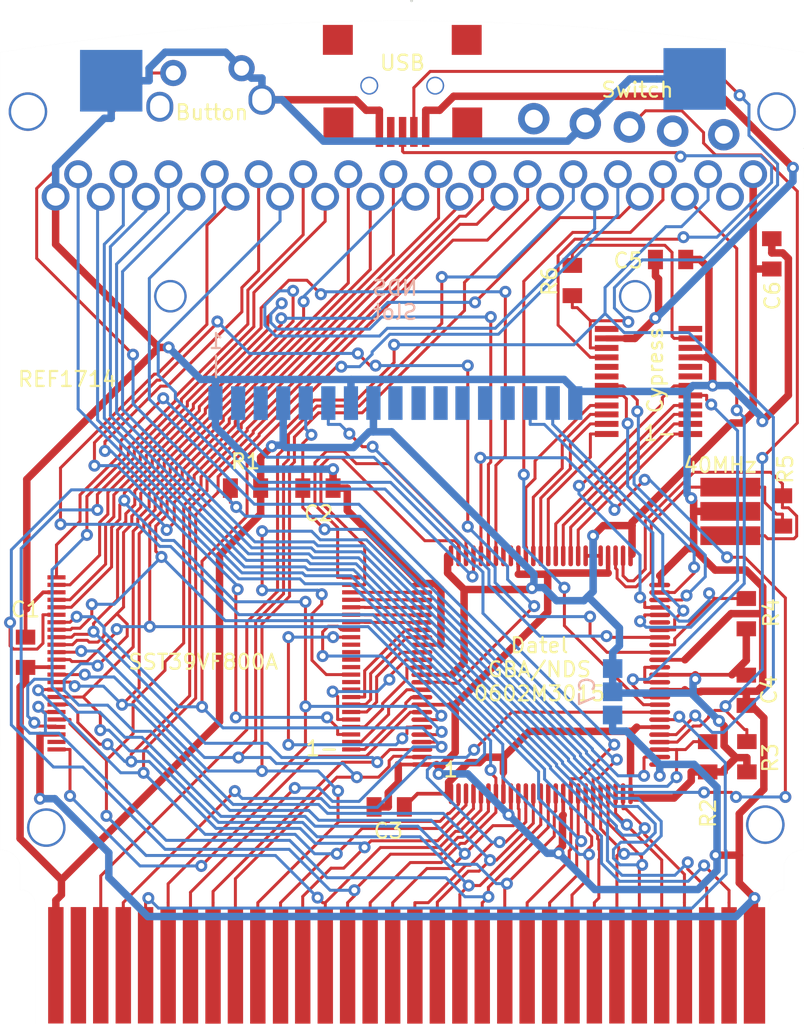
<source format=kicad_pcb>
(kicad_pcb (version 20211014) (generator pcbnew)
  (layers (0 "F.Cu" signal) (31 "B.Cu" signal) (34 "B.Paste" user) (35 "F.Paste" user) (36 "B.SilkS" user "B.Silkscreen") (37 "F.SilkS" user "F.Silkscreen") (38 "B.Mask" user) (39 "F.Mask" user) (44 "Edge.Cuts" user))
  (net 0 "")
  (net 1 "/SST.A16")
  (net 3 "/GND")
  (net 4 "/AD15")
  (net 5 "/AD7")
  (net 6 "/AD14")
  (net 7 "/AD6")
  (net 8 "/AD13")
  (net 9 "/AD5")
  (net 10 "/AD12")
  (net 11 "/AD4")
  (net 12 "/VCC")
  (net 13 "/AD11")
  (net 14 "/AD3")
  (net 15 "/AD10")
  (net 16 "/AD2")
  (net 17 "/AD9")
  (net 18 "/AD1")
  (net 19 "/AD8")
  (net 20 "/AD0")
  (net 21 "/SST.OE")
  (net 22 "/SST.CE")
  (net 23 "/SST.A0")
  (net 24 "/SST.A1")
  (net 25 "/SST.A2")
  (net 26 "/SST.A3")
  (net 27 "/SST.A4")
  (net 28 "/SST.A5")
  (net 29 "/SST.A6")
  (net 30 "/SST.A7")
  (net 31 "/SST.A17")
  (net 32 "/SST.A18")
  (net 37 "/SST.WE")
  (net 40 "/SST.A8")
  (net 41 "/SST.A9")
  (net 42 "/SST.A10")
  (net 43 "/SST.A11")
  (net 44 "/SST.A12")
  (net 45 "/SST.A13")
  (net 46 "/SST.A14")
  (net 47 "/SST.A15")
  (net 48 "/USB.VBUS")
  (net 49 "/Cy.D-")
  (net 50 "/Cy.D+")
  (net 53 "/NDS.Clk")
  (net 55 "/NDS.Reset")
  (net 56 "/NDS.CS2")
  (net 63 "/NDS.D6")
  (net 64 "/NDS.D7")
  (net 67 "/Cy.P0-7")
  (net 68 "/Cy.P0-6")
  (net 69 "/Cy.P0-5")
  (net 70 "/Cy.P0-4")
  (net 71 "/Cy.P0-3")
  (net 72 "/Cy.P0-2")
  (net 73 "/CY.P0-1")
  (net 74 "/Cy.P0-0")
  (net 75 "/40MHz.Pin2")
  (net 76 "/40MHz.Pin1")
  (net 77 "/Cy.P1-1")
  (net 78 "/Cy.P1-3")
  (net 79 "/Cy.P1-2")
  (net 80 "/Cy.P1-0")
  (net 82 "/Loop")
  (net 83 "/Rd_Game")
  (net 84 "/CS.Rom.Game")
  (net 85 "/Rd_Sys")
  (net 86 "/CS.Rom.Sys")
  (net 87 "/Write")
  (net 88 "/Switch")
  (net 89 "/Button")
  (net 90 "/A23")
  (net 91 "/A22")
  (net 92 "/A21")
  (net 93 "/A20")
  (net 94 "/A19")
  (net 95 "/A18")
  (net 96 "/A17")
  (net 97 "/A16")
  (net 98 "/REQ")
  (net 99 "/CS.SRAM")
  (net 110 "/Cy.VREG")
  (footprint "GBA:AR Max Capacitor" (layer "F.Cu") (at 174.002 102.918)
    (fp_text reference "R4" hide)
    (fp_text value "2.2k Ohm 0805")
  )
  (footprint "GBA:AR Max Capacitor" (layer "F.Cu") (at 171.421 112.485)
    (fp_text reference "R2" hide)
    (fp_text value "10k Ohm 0805")
  )
  (footprint "GBA:Angled Switch" (layer "F.Cu") (at 166.193 70.403)
    (fp_text reference "J2" hide)
    (fp_text value "SW_DPDT_x2")
  )
  (footprint "GBA:GBA AR Max FPGA" (layer "F.Cu") (at 160.287 106.98)
    (fp_text reference "U2" hide)
    (fp_text value "Datel_GBA/NDS 0602M3015")
  )
  (footprint "GBA:AR Max Cypress" (layer "F.Cu") (at 167.489 87.402)
    (fp_text reference "U4" hide)
    (fp_text value "Cypress Unknown")
  )
  (footprint "GBA:Cartridge Slot, GBC" (layer "F.Cu") (at 150.402 73.634)
    (fp_text reference "J4" hide)
    (fp_text value "Game_Edge_Connector" hide)
  )
  (footprint "GBA:AR Max Capacitor" (layer "F.Cu") (at 168.927 79.2865 90)
    (fp_text reference "C5" hide)
    (fp_text value "400nF 0805")
  )
  (footprint "GBA:AR Max Capacitor" (layer "F.Cu") (at 174.041 112.481)
    (fp_text reference "R3" hide)
    (fp_text value "10k Ohm 0805")
  )
  (footprint "GBA:AR Max Capacitor" (layer "F.Cu") (at 174.004 108.04)
    (fp_text reference "C4" hide)
    (fp_text value "100nF 0805")
  )
  (footprint "GBA:AR Max Capacitor" (layer "F.Cu") (at 140.511 94.566 90)
    (fp_text reference "R1" hide)
    (fp_text value "10k Ohm 0805")
  )
  (footprint "GBA:AR Max Capacitor" (layer "F.Cu") (at 150.115 115.8755 90)
    (fp_text reference "C3" hide)
    (fp_text value "100nF 0805")
  )
  (footprint "GBA:40MHz Crystal" (layer "F.Cu") (at 172.986 95.913)
    (fp_text reference "Y1" hide)
    (fp_text value "Crystal_GND3")
  )
  (footprint "GBA:AR Max Capacitor" (layer "F.Cu") (at 162.372 80.652)
    (fp_text reference "R6" hide)
    (fp_text value "1.5k Ohm 0805")
  )
  (footprint "GBA:Edge Connector" (layer "F.Cu") (at 151.065 126.408)
    (fp_text reference "J3" hide)
    (fp_text value "System_Edge_Connector")
  )
  (footprint "GBA:sst39vf800a-70-4c-eke" (layer "F.Cu") (at 137.7514 106.2695 180)
    (fp_text reference "U1" hide)
    (fp_text value "SST39VF800A")
  )
  (footprint "GBA:Angled Button" (layer "F.Cu") (at 138.166 67.672)
    (fp_text reference "SW1" hide)
    (fp_text value "SW_Push_Dual")
  )
  (footprint "GBA:AR Max Capacitor" (layer "F.Cu") (at 125.822 105.499)
    (fp_text reference "C1" hide)
    (fp_text value "400nF 0805")
  )
  (footprint "GBA:USB_Mini_B" (layer "F.Cu") (at 151.039 67.594)
    (fp_text reference "J1" hide)
    (fp_text value "USB_B_Mini")
  )
  (footprint "GBA:NDS Slot" (layer "F.Cu") (at 150.587 77.13)
    (fp_text reference "U3" hide)
    (fp_text value "NDS_Cart_Slot")
  )
  (footprint "GBA:AR Max Capacitor" (layer "F.Cu") (at 176.42 96.053)
    (fp_text reference "R5" hide)
    (fp_text value "220k Ohm 0805")
  )
  (footprint "GBA:AR Max Capacitor" (layer "F.Cu") (at 175.707 78.869)
    (fp_text reference "C6" hide)
    (fp_text value "100nF 0805")
  )
  (footprint "GBA:AR MAX Drill Holes" (layer "F.Cu") (at 151.735 91.2)
    (fp_text reference "DrillHoles" hide)
    (fp_text value "AR MAX Drill Holes")
  )
  (footprint "GBA:AR MAX Back Cap" (layer "F.Cu") (at 165.095 108.084)
    (fp_text reference "C7" hide)
    (fp_text value "Conn_01x03_Female")
  )
  (footprint "GBA:AR Max Capacitor" (layer "F.Cu") (at 145.352 94.5665 90)
    (fp_text reference "C2" hide)
    (fp_text value "100nF 0805")
  )
  (gr_arc (start 151.64 61.98) (mid 151.64 61.98) (end 151.64 61.98) (layer "Edge.Cuts") (width 0.1))
  (gr_arc (start 175.5271 122.453) (mid 175.80972 121.703278) (end 176.5521 121.4019) (layer "Edge.Cuts") (width 0.002))
  (gr_line (start 177.8771 65.4319) (end 177.8471 118.7319) (layer "Edge.Cuts") (width 0.002))
  (gr_line (start 176.5521 121.4019) (end 176.5521 119.665) (layer "Edge.Cuts") (width 0.002))
  (gr_line (start 124.1571 118.7319) (end 124.1271 65.4319) (layer "Edge.Cuts") (width 0.002))
  (gr_arc (start 176.5521 119.665) (mid 177.045981 118.98525) (end 177.8471 118.7319) (layer "Edge.Cuts") (width 0.002))
  (gr_line (start 125.4521 121.4019) (end 125.4521 119.665) (layer "Edge.Cuts") (width 0.002))
  (gr_arc (start 125.4521 121.4019) (mid 126.199415 121.698466) (end 126.4771 122.453) (layer "Edge.Cuts") (width 0.002))
  (gr_line (start 175.5271 130.4019) (end 126.4771 130.4019) (layer "Edge.Cuts") (width 0.002))
  (gr_arc (start 124.1571 118.7319) (mid 124.95822 118.98525) (end 125.4521 119.665) (layer "Edge.Cuts") (width 0.002))
  (gr_arc (start 124.1271 65.4319) (mid 151.0021 63.316792) (end 177.8771 65.4319) (layer "Edge.Cuts") (width 0.002))
  (gr_line (start 126.4771 130.4019) (end 126.4771 122.453) (layer "Edge.Cuts") (width 0.002))
  (gr_line (start 175.5271 130.4019) (end 175.5271 122.453) (layer "Edge.Cuts") (width 0.002))
  (gr_text "C7" (at 163.379 108.15 90) (layer "B.SilkS") (effects (font (size 1 1)) (justify mirror)))
  (gr_text "NDS\nSlot" (at 150.535 81.987) (layer "B.SilkS") (effects (font (size 1 1)) (justify mirror)))
  (gr_text "1\n|" (at 138.566 85.543) (layer "B.SilkS") (effects (font (size 1 1)) (justify mirror)))
  (gr_text "R1" (at 140.534 92.772) (layer "F.SilkS") (effects (font (size 1 1))))
  (gr_text "C1" (at 125.827 102.67) (layer "F.SilkS") (effects (font (size 1 1))))
  (gr_text "C5" (at 166.118 79.351) (layer "F.SilkS") (effects (font (size 1 1))))
  (gr_text "C4" (at 175.541 108.035 90) (layer "F.SilkS") (effects (font (size 1 1))))
  (gr_text "Switch" (at 166.737 67.933) (layer "F.SilkS") (effects (font (size 1 1))))
  (gr_text "R4" (at 175.683 102.885 90) (layer "F.SilkS") (effects (font (size 1 1))))
  (gr_text "1-" (at 145.655 111.957) (layer "F.SilkS") (effects (font (size 1 1))))
  (gr_text "Cypress" (at 167.928 86.675 90) (layer "F.SilkS") (effects (font (size 1 1))))
  (gr_text "Datel\nGBA/NDS\n0602M3015" (at 160.183 106.674) (layer "F.SilkS") (effects (font (size 1 1))))
  (gr_text "C6" (at 175.763 81.698 90) (layer "F.SilkS") (effects (font (size 1 1))))
  (gr_text "1" (at 154.262 113.366) (layer "F.SilkS") (effects (font (size 1 1))))
  (gr_text "R6" (at 160.86 80.728 90) (layer "F.SilkS") (effects (font (size 1 1))))
  (gr_text "1-" (at 168.232 90.882) (layer "F.SilkS") (effects (font (size 1 1))))
  (gr_text "C3" (at 150.09 117.465) (layer "F.SilkS") (effects (font (size 1 1))))
  (gr_text "C2" (at 145.425 96.244) (layer "F.SilkS") (effects (font (size 1 1))))
  (gr_text "R3" (at 175.624 112.581 90) (layer "F.SilkS") (effects (font (size 1 1))))
  (gr_text "Button" (at 138.288 69.445) (layer "F.SilkS") (effects (font (size 1 1))))
  (gr_text "40MHz" (at 172.268 93.018) (layer "F.SilkS") (effects (font (size 1 1))))
  (gr_text "R5" (at 176.626 93.286 90) (layer "F.SilkS") (effects (font (size 1 1))))
  (gr_text "USB" (at 151.028 66.131) (layer "F.SilkS") (effects (font (size 1 1))))
  (gr_text "R2" (at 171.468 116.287 90) (layer "F.SilkS") (effects (font (size 1 1))))
  (gr_text "REF1714" (at 128.618 87.271) (layer "F.SilkS") (effects (font (size 1 1))))
  (segment (start 128.8058 112.0195) (end 128.8058 115.1289) (width 0.2) (layer "F.Cu") (net 1))
  (segment (start 151.5579 109.531) (end 148.6156 112.4733) (width 0.2) (layer "F.Cu") (net 1))
  (segment (start 127.9025 112.0195) (end 128.8058 112.0195) (width 0.2) (layer "F.Cu") (net 1))
  (segment (start 152.327 109.531) (end 151.5579 109.531) (width 0.2) (layer "F.Cu") (net 1))
  (segment (start 148.6156 112.4733) (end 144.9188 112.4733) (width 0.2) (layer "F.Cu") (net 1))
  (segment (start 144.9188 112.4733) (end 137.5835 119.8086) (width 0.2) (layer "F.Cu") (net 1))
  (via (at 128.8058 115.1289) (size 0.8) (drill 0.4) (layers "F.Cu" "B.Cu") (net 1))
  (via (at 137.5835 119.8086) (size 0.8) (drill 0.4) (layers "F.Cu" "B.Cu") (net 1))
  (segment (start 128.8058 115.1289) (end 133.4855 119.8086) (width 0.2) (layer "B.Cu") (net 1))
  (segment (start 133.4855 119.8086) (end 137.5835 119.8086) (width 0.2) (layer "B.Cu") (net 1))
  (segment (start 168.227 100.417) (end 168.226 100.416) (width 0.25) (layer "F.Cu") (net 3))
  (segment (start 171.5172 79.8736) (end 170.9171 79.2735) (width 0.5) (layer "F.Cu") (net 3))
  (segment (start 175.1161 102.9481) (end 175.1161 107.7624) (width 0.5) (layer "F.Cu") (net 3))
  (segment (start 153.4478 113.1324) (end 153.4478 113.6554) (width 0.5) (layer "F.Cu") (net 3))
  (segment (start 158.1746 116.436) (end 158.1248 116.3862) (width 0.5) (layer "F.Cu") (net 3))
  (segment (start 172.945 96.11) (end 170.4949 96.11) (width 0.5) (layer "F.Cu") (net 3))
  (segment (start 174.7486 108.1299) (end 174.017 108.1299) (width 0.5) (layer "F.Cu") (net 3))
  (segment (start 171.9315 100.0332) (end 170.4949 98.5966) (width 0.5) (layer "F.Cu") (net 3))
  (segment (start 153.4478 113.1324) (end 153.4166 113.1324) (width 0.5) (layer "F.Cu") (net 3))
  (segment (start 146.392 93.4534) (end 146.392 93.2876) (width 0.5) (layer "F.Cu") (net 3))
  (segment (start 169.914 106.029) (end 172.997 102.946) (width 0.5) (layer "F.Cu") (net 3))
  (segment (start 141.637 68.599) (end 147.9042 68.599) (width 0.5) (layer "F.Cu") (net 3))
  (segment (start 173.9915 100.0332) (end 171.9315 100.0332) (width 0.5) (layer "F.Cu") (net 3))
  (segment (start 161.777 114.981) (end 161.777 116.41) (width 0.25) (layer "F.Cu") (net 3))
  (segment (start 154.5573 112.2165) (end 153.6414 113.1324) (width 0.5) (layer "F.Cu") (net 3))
  (segment (start 171.7649 86.1159) (end 171.7649 87.7027) (width 0.5) (layer "F.Cu") (net 3))
  (segment (start 174.017 108.7425) (end 174.017 108.1299) (width 0.5) (layer "F.Cu") (net 3))
  (segment (start 146.392 94.5535) (end 146.392 93.4534) (width 0.5) (layer "F.Cu") (net 3))
  (segment (start 153.6025 101.3191) (end 153.2142 100.9308) (width 0.5) (layer "F.Cu") (net 3))
  (segment (start 171.466 85.817) (end 171.5172 85.7658) (width 0.5) (layer "F.Cu") (net 3))
  (segment (start 149.131 115.8635) (end 150.0811 115.8635) (width 0.5) (layer "F.Cu") (net 3))
  (segment (start 161.4689 118.7343) (end 161.7272 118.476) (width 0.5) (layer "F.Cu") (net 3))
  (segment (start 161.7272 116.4598) (end 161.777 116.41) (width 0.5) (layer "F.Cu") (net 3))
  (segment (start 127.8445 78.2587) (end 134.7355 85.1497) (width 0.5) (layer "F.Cu") (net 3))
  (segment (start 150.752 114.2425) (end 150.752 113.028) (width 0.5) (layer "F.Cu") (net 3))
  (segment (start 134.7355 85.1497) (end 125.917 93.9682) (width 0.5) (layer "F.Cu") (net 3))
  (segment (start 161.4689 118.9602) (end 161.4689 118.7343) (width 0.5) (layer "F.Cu") (net 3))
  (segment (start 152.0404 100.7444) (end 152.327 101.031) (width 0.2998) (layer "F.Cu") (net 3))
  (segment (start 152.327 105.031) (end 153.6025 105.031) (width 0.25) (layer "F.Cu") (net 3))
  (segment (start 153.4166 113.1324) (end 153.3152 113.031) (width 0.5) (layer "F.Cu") (net 3))
  (segment (start 164.777 100.2314) (end 164.777 100.2313) (width 0.5) (layer "F.Cu") (net 3))
  (segment (start 175.1889 109.9144) (end 175.1889 114.6787) (width 0.5) (layer "F.Cu") (net 3))
  (segment (start 152.327 109.031) (end 154.327 109.031) (width 0.25) (layer "F.Cu") (net 3))
  (segment (start 160.7381 102.8472) (end 160.7381 100.3596) (width 0.5) (layer "F.Cu") (net 3))
  (segment (start 160.8663 100.2314) (end 164.777 100.2314) (width 0.5) (layer "F.Cu") (net 3))
  (segment (start 152.327 113.031) (end 150.755 113.031) (width 0.25) (layer "F.Cu") (net 3))
  (segment (start 126.7988 115.3136) (end 126.7988 111.0787) (width 0.5) (layer "F.Cu") (net 3))
  (segment (start 125.917 93.9682) (end 125.917 102.613) (width 0.5) (layer "F.Cu") (net 3))
  (segment (start 174.562 124.2839) (end 174.562 121.9539) (width 0.5) (layer "F.Cu") (net 3))
  (segment (start 160.7381 100.3596) (end 160.689 100.3105) (width 0.5) (layer "F.Cu") (net 3))
  (segment (start 153.3152 113.031) (end 152.327 113.031) (width 0.2998) (layer "F.Cu") (net 3))
  (segment (start 125.834 102.696) (end 125.834 104.515) (width 0.25) (layer "F.Cu") (net 3))
  (segment (start 173.5458 119.0888) (end 171.9628 119.0888) (width 0.5) (layer "F.Cu") (net 3))
  (segment (start 127.902 101.519) (end 127.9025 101.5195) (width 0.2792) (layer "F.Cu") (net 3))
  (segment (start 149.486 70.75) (end 149.486 69.2999) (width 0.5) (layer "F.Cu") (net 3))
  (segment (start 173.5458 120.9377) (end 174.562 121.9539) (width 0.5) (layer "F.Cu") (net 3))
  (segment (start 164.777 100.2313) (end 164.777 99.081) (width 0.2998) (layer "F.Cu") (net 3))
  (segment (start 175.114 102.946) (end 175.1142 102.9458) (width 0.5) (layer "F.Cu") (net 3))
  (segment (start 175.1142 102.9458) (end 175.1142 101.1559) (width 0.5) (layer "F.Cu") (net 3))
  (segment (start 161.7272 118.476) (end 161.7272 116.4598) (width 0.5) (layer "F.Cu") (net 3))
  (segment (start 153.2142 100.9308) (end 152.4272 100.9308) (width 0.5) (layer "F.Cu") (net 3))
  (segment (start 172.997 102.946) (end 175.114 102.946) (width 0.5) (layer "F.Cu") (net 3))
  (segment (start 176.4464 78.8351) (end 175.719 78.8351) (width 0.5) (layer "F.Cu") (net 3))
  (segment (start 171.466 85.817) (end 171.7649 86.1159) (width 0.5) (layer "F.Cu") (net 3))
  (segment (start 158.277 116.436) (end 158.1746 116.436) (width 0.5) (layer "F.Cu") (net 3))
  (segment (start 146.392 94.5535) (end 147.3421 94.5535) (width 0.5) (layer "F.Cu") (net 3))
  (segment (start 148.6051 69.2999) (end 149.486 69.2999) (width 0.5) (layer "F.Cu") (net 3))
  (segment (start 127.8445 75.079) (end 127.8445 78.2587) (width 0.5) (layer "F.Cu") (net 3))
  (segment (start 171.5172 85.483) (end 171.5172 85.7658) (width 0.3998) (layer "F.Cu") (net 3))
  (segment (start 154.327 109.031) (end 154.33 109.028) (width 0.25) (layer "F.Cu") (net 3))
  (segment (start 170.0479 108.1679) (end 170.9579 108.1679) (width 0.5) (layer "F.Cu") (net 3))
  (segment (start 168.227 113.031) (end 168.227 113.607) (width 0.25) (layer "F.Cu") (net 3))
  (segment (start 175.1161 107.7624) (end 174.7486 108.1299) (width 0.5) (layer "F.Cu") (net 3))
  (segment (start 158.777 99.081) (end 158.777 99.787) (width 0.25) (layer "F.Cu") (net 3))
  (segment (start 154.5573 109.028) (end 160.7381 102.8472) (width 0.5) (layer "F.Cu") (net 3))
  (segment (start 147.9042 68.599) (end 148.6051 69.2999) (width 0.5) (layer "F.Cu") (net 3))
  (segment (start 174.562 126.454) (end 174.562 124.2839) (width 0.5) (layer "F.Cu") (net 3))
  (segment (start 170.4949 98.5966) (end 170.4949 96.11) (width 0.5) (layer "F.Cu") (net 3))
  (segment (start 153.6025 105.031) (end 153.6025 101.3191) (width 0.5) (layer "F.Cu") (net 3))
  (segment (start 176.8275 79.2162) (end 176.4464 78.8351) (width 0.5) (layer "F.Cu") (net 3))
  (segment (start 168.227 108.031) (end 169.911 108.031) (width 0.25) (layer "F.Cu") (net 3))
  (segment (start 170.4949 95.393) (end 170.33 95.2281) (width 0.5) (layer "F.Cu") (net 3))
  (segment (start 171.317 85.817) (end 171.466 85.817) (width 0.5) (layer "F.Cu") (net 3))
  (segment (start 169.912 106.031) (end 169.914 106.029) (width 0.25) (layer "F.Cu") (net 3))
  (segment (start 175.114 102.946) (end 175.1161 102.9481) (width 0.5) (layer "F.Cu") (net 3))
  (segment (start 154.33 109.028) (end 154.5573 109.028) (width 0.5) (layer "F.Cu") (net 3))
  (segment (start 168.227 106.031) (end 169.912 106.031) (width 0.25) (layer "F.Cu") (net 3))
  (segment (start 127.011 101.519) (end 125.917 102.613) (width 0.25) (layer "F.Cu") (net 3))
  (segment (start 125.917 102.613) (end 125.834 102.696) (width 0.25) (layer "F.Cu") (net 3))
  (segment (start 150.0811 114.9134) (end 150.752 114.2425) (width 0.5) (layer "F.Cu") (net 3))
  (segment (start 175.0885 90.081) (end 176.8275 88.342) (width 0.5) (layer "F.Cu") (net 3))
  (segment (start 160.689 100.3105) (end 158.774 100.3105) (width 0.5) (layer "F.Cu") (net 3))
  (segment (start 152.4272 100.9308) (end 152.327 101.031) (width 0.2998) (layer "F.Cu") (net 3))
  (segment (start 169.911 108.031) (end 170.0479 108.1679) (width 0.5) (layer "F.Cu") (net 3))
  (segment (start 170.276 85.817) (end 171.317 85.817) (width 0.3998) (layer "F.Cu") (net 3))
  (segment (start 174.017 108.7425) (end 175.1889 109.9144) (width 0.5) (layer "F.Cu") (net 3))
  (segment (start 158.777 99.787) (end 158.774 99.79) (width 0.25) (layer "F.Cu") (net 3))
  (segment (start 175.1142 101.1559) (end 173.9915 100.0332) (width 0.5) (layer "F.Cu") (net 3))
  (segment (start 126.8489 111.0286) (end 127.8934 111.0286) (width 0.2792) (layer "F.Cu") (net 3))
  (segment (start 175.1889 114.6787) (end 173.5458 116.3218) (width 0.5) (layer "F.Cu") (net 3))
  (segment (start 168.227 101.031) (end 168.227 100.417) (width 0.25) (layer "F.Cu") (net 3))
  (segment (start 154.5573 109.028) (end 154.5573 112.2165) (width 0.5) (layer "F.Cu") (net 3))
  (segment (start 168.227 113.607) (end 168.227 113.7865) (width 0.5) (layer "F.Cu") (net 3))
  (segment (start 135.4017 85.1497) (end 134.7355 85.1497) (width 0.5) (layer "F.Cu") (net 3))
  (segment (start 147.3421 96.0461) (end 152.0404 100.7444) (width 0.5) (layer "F.Cu") (net 3))
  (segment (start 170.4949 96.11) (end 170.4949 95.393) (width 0.5) (layer "F.Cu") (net 3))
  (segment (start 168.227 113.607) (end 168.225 113.609) (width 0.25) (layer "F.Cu") (net 3))
  (segment (start 127.902 101.519) (end 127.011 101.519) (width 0.25) (layer "F.Cu") (net 3))
  (segment (start 158.774 99.79) (end 158.774 100.3105) (width 0.25) (layer "F.Cu") (net 3))
  (segment (start 176.8275 88.342) (end 176.8275 79.2162) (width 0.5) (layer "F.Cu") (net 3))
  (segment (start 170.9579 108.1679) (end 170.9959 108.1299) (width 0.5) (layer "F.Cu") (net 3))
  (segment (start 150.755 113.031) (end 150.752 113.028) (width 0.25) (layer "F.Cu") (net 3))
  (segment (start 170.9959 108.1299) (end 174.017 108.1299) (width 0.5) (layer "F.Cu") (net 3))
  (segment (start 174.017 109.08) (end 174.017 108.7425) (width 0.5) (layer "F.Cu") (net 3))
  (segment (start 127.903 101.519) (end 127.902 101.519) (width 0.25) (layer "F.Cu") (net 3))
  (segment (start 173.5458 116.3218) (end 173.5458 119.0888) (width 0.5) (layer "F.Cu") (net 3))
  (segment (start 147.3421 94.5535) (end 147.3421 96.0461) (width 0.5) (layer "F.Cu") (net 3))
  (segment (start 173.5458 119.0888) (end 173.5458 120.9377) (width 0.5) (layer "F.Cu") (net 3))
  (segment (start 160.7381 100.3596) (end 160.8663 100.2314) (width 0.5) (layer "F.Cu") (net 3))
  (segment (start 170.4949 98.5966) (end 170.0454 98.5966) (width 0.5) (layer "F.Cu") (net 3))
  (segment (start 169.967 79.2735) (end 170.9171 79.2735) (width 0.5) (layer "F.Cu") (net 3))
  (segment (start 158.277 114.981) (end 158.277 116.436) (width 0.25) (layer "F.Cu") (net 3))
  (segment (start 153.6414 113.1324) (end 153.4478 113.1324) (width 0.5) (layer "F.Cu") (net 3))
  (segment (start 150.0811 115.8635) (end 150.0811 114.9134) (width 0.5) (layer "F.Cu") (net 3))
  (segment (start 170.0454 98.5966) (end 168.226 100.416) (width 0.5) (layer "F.Cu") (net 3))
  (segment (start 171.5172 85.483) (end 171.5172 79.8736) (width 0.5) (layer "F.Cu") (net 3))
  (segment (start 175.719 77.885) (end 175.719 78.8351) (width 0.5) (layer "F.Cu") (net 3))
  (via (at 175.0885 90.081) (size 0.8) (drill 0.4) (layers "F.Cu" "B.Cu") (net 3))
  (via (at 158.1248 116.3862) (size 0.8) (drill 0.4) (layers "F.Cu" "B.Cu") (net 3))
  (via (at 174.562 121.9539) (size 0.8) (drill 0.4) (layers "F.Cu" "B.Cu") (net 3))
  (via (at 153.4478 113.6554) (size 0.8) (drill 0.4) (layers "F.Cu" "B.Cu") (net 3))
  (via (at 168.227 113.7865) (size 0.8) (drill 0.4) (layers "F.Cu" "B.Cu") (net 3))
  (via (at 170.33 95.2281) (size 0.8) (drill 0.4) (layers "F.Cu" "B.Cu") (net 3))
  (via (at 171.9628 119.0888) (size 0.8) (drill 0.4) (layers "F.Cu" "B.Cu") (net 3))
  (via (at 161.4689 118.9602) (size 0.8) (drill 0.4) (layers "F.Cu" "B.Cu") (net 3))
  (via (at 171.7649 87.7027) (size 0.8) (drill 0.4) (layers "F.Cu" "B.Cu") (net 3))
  (via (at 146.392 93.2876) (size 0.8) (drill 0.4) (layers "F.Cu" "B.Cu") (net 3))
  (via (at 135.4017 85.1497) (size 0.8) (drill 0.4) (layers "F.Cu" "B.Cu") (net 3))
  (via (at 126.7988 115.3136) (size 0.8) (drill 0.4) (layers "F.Cu" "B.Cu") (net 3))
  (segment (start 172.9293 87.7027) (end 175.0884 89.8618) (width 0.5) (layer "B.Cu") (net 3))
  (segment (start 162.6377 88.0922) (end 161.8352 87.2898) (width 0.5) (layer "B.Cu") (net 3))
  (segment (start 170.0551 88.0922) (end 170.0551 94.9532) (width 0.5) (layer "B.Cu") (net 3))
  (segment (start 158.1248 116.3862) (end 160.6988 118.9602) (width 0.5) (layer "B.Cu") (net 3))
  (segment (start 161.8352 87.2898) (end 147.5941 87.2898) (width 0.5) (layer "B.Cu") (net 3))
  (segment (start 155.394 113.6554) (end 153.4478 113.6554) (width 0.5) (layer "B.Cu") (net 3))
  (segment (start 175.0884 89.8618) (end 175.0884 90.081) (width 0.5) (layer "B.Cu") (net 3))
  (segment (start 173.3271 123.1888) (end 174.562 121.9539) (width 0.5) (layer "B.Cu") (net 3))
  (segment (start 171.7649 87.7027) (end 170.4446 87.7027) (width 0.5) (layer "B.Cu") (net 3))
  (segment (start 137.5459 87.2939) (end 135.4017 85.1497) (width 0.5) (layer "B.Cu") (net 3))
  (segment (start 168.0289 67.205) (end 166.233 67.205) (width 0.5) (layer "B.Cu") (net 3))
  (segment (start 161.4689 118.9602) (end 163.8944 121.3857) (width 0.5) (layer "B.Cu") (net 3))
  (segment (start 141.637 68.599) (end 141.637 67.1489) (width 0.5) (layer "B.Cu") (net 3))
  (segment (start 170.5271 113.0202) (end 168.227 113.0202) (width 0.5) (layer "B.Cu") (net 3))
  (segment (start 147.586 87.2979) (end 147.582 87.2939) (width 0.5) (layer "B.Cu") (net 3))
  (segment (start 135.1656 65.4228) (end 139.2098 65.4228) (width 0.5) (layer "B.Cu") (net 3))
  (segment (start 171.7649 87.7027) (end 172.9293 87.7027) (width 0.5) (layer "B.Cu") (net 3))
  (segment (start 127.7875 115.3136) (end 131.3994 118.9255) (width 0.5) (layer "B.Cu") (net 3))
  (segment (start 131.56 67.326) (end 134.0951 67.326) (width 0.5) (layer "B.Cu") (net 3))
  (segment (start 131.56 67.326) (end 131.56 69.8361) (width 0.5) (layer "B.Cu") (net 3))
  (segment (start 139.2098 65.4228) (end 140.278 66.491) (width 0.5) (layer "B.Cu") (net 3))
  (segment (start 138.529 88.869) (end 138.529 90.4441) (width 0.5) (layer "B.Cu") (net 3))
  (segment (start 162.0748 71.3632) (end 163.254 70.184) (width 0.5) (layer "B.Cu") (net 3))
  (segment (start 126.7988 115.3136) (end 127.7875 115.3136) (width 0.5) (layer "B.Cu") (net 3))
  (segment (start 172.0593 114.5524) (end 170.5271 113.0202) (width 0.5) (layer "B.Cu") (net 3))
  (segment (start 138.529 87.2939) (end 137.5459 87.2939) (width 0.5) (layer "B.Cu") (net 3))
  (segment (start 160.6988 118.9602) (end 161.4689 118.9602) (width 0.5) (layer "B.Cu") (net 3))
  (segment (start 145.7513 71.3632) (end 162.0748 71.3632) (width 0.5) (layer "B.Cu") (net 3))
  (segment (start 172.0593 119.0888) (end 172.0593 114.5524) (width 0.5) (layer "B.Cu") (net 3))
  (segment (start 146.392 93.2876) (end 141.3725 93.2876) (width 0.5) (layer "B.Cu") (net 3))
  (segment (start 127.8445 75.079) (end 127.8445 73.081) (width 0.5) (layer "B.Cu") (net 3))
  (segment (start 170.4446 87.7027) (end 170.0551 88.0922) (width 0.5) (layer "B.Cu") (net 3))
  (segment (start 162.582 88.871) (end 162.582 88.1479) (width 0.5) (layer "B.Cu") (net 3))
  (segment (start 158.1248 116.3862) (end 155.394 113.6554) (width 0.5) (layer "B.Cu") (net 3))
  (segment (start 131.3994 120.5801) (end 134.0081 123.1888) (width 0.5) (layer "B.Cu") (net 3))
  (segment (start 140.278 66.491) (end 140.9359 67.1489) (width 0.5) (layer "B.Cu") (net 3))
  (segment (start 127.8445 73.081) (end 131.0894 69.8361) (width 0.5) (layer "B.Cu") (net 3))
  (segment (start 147.582 87.2939) (end 138.529 87.2939) (width 0.5) (layer "B.Cu") (net 3))
  (segment (start 147.5941 87.2898) (end 147.586 87.2979) (width 0.5) (layer "B.Cu") (net 3))
  (segment (start 134.0951 67.326) (end 134.0951 66.4933) (width 0.5) (layer "B.Cu") (net 3))
  (segment (start 165.077 109.72) (end 165.077 110.7951) (width 0.5) (layer "B.Cu") (net 3))
  (segment (start 170.0551 94.9532) (end 170.33 95.2281) (width 0.5) (layer "B.Cu") (net 3))
  (segment (start 141.3725 93.2876) (end 138.529 90.4441) (width 0.5) (layer "B.Cu") (net 3))
  (segment (start 166.233 67.205) (end 163.254 70.184) (width 0.5) (layer "B.Cu") (net 3))
  (segment (start 170.7815 121.3857) (end 172.0593 120.1079) (width 0.5) (layer "B.Cu") (net 3))
  (segment (start 131.3994 118.9255) (end 131.3994 120.5801) (width 0.5) (layer "B.Cu") (net 3))
  (segment (start 134.0081 123.1888) (end 173.3271 123.1888) (width 0.5) (layer "B.Cu") (net 3))
  (segment (start 141.637 68.599) (end 142.9871 68.599) (width 0.5) (layer "B.Cu") (net 3))
  (segment (start 140.9359 67.1489) (end 141.637 67.1489) (width 0.5) (layer "B.Cu") (net 3))
  (segment (start 170.0551 88.0922) (end 162.6377 88.0922) (width 0.5) (layer "B.Cu") (net 3))
  (segment (start 171.9628 119.0888) (end 172.0593 119.0888) (width 0.5) (layer "B.Cu") (net 3))
  (segment (start 134.0951 66.4933) (end 135.1656 65.4228) (width 0.5) (layer "B.Cu") (net 3))
  (segment (start 147.586 88.873) (end 147.586 87.2979) (width 0.5) (layer "B.Cu") (net 3))
  (segment (start 131.0894 69.8361) (end 131.56 69.8361) (width 0.5) (layer "B.Cu") (net 3))
  (segment (start 163.8944 121.3857) (end 170.7815 121.3857) (width 0.5) (layer "B.Cu") (net 3))
  (segment (start 142.9871 68.599) (end 145.7513 71.3632) (width 0.5) (layer "B.Cu") (net 3))
  (segment (start 138.529 88.869) (end 138.529 87.2939) (width 0.5) (layer "B.Cu") (net 3))
  (segment (start 168.227 113.7865) (end 168.227 113.0202) (width 0.5) (layer "B.Cu") (net 3))
  (segment (start 172.0593 120.1079) (end 172.0593 119.0888) (width 0.5) (layer "B.Cu") (net 3))
  (segment (start 175.0884 90.081) (end 175.0885 90.081) (width 0.5) (layer "B.Cu") (net 3))
  (segment (start 162.6377 88.0922) (end 162.582 88.1479) (width 0.5) (layer "B.Cu") (net 3))
  (segment (start 170.564 67.205) (end 168.0289 67.205) (width 0.5) (layer "B.Cu") (net 3))
  (segment (start 166.0019 110.7951) (end 165.077 110.7951) (width 0.5) (layer "B.Cu") (net 3))
  (segment (start 168.227 113.0202) (end 166.0019 110.7951) (width 0.5) (layer "B.Cu") (net 3))
  (segment (start 129.9361 95.113) (end 132.7049 92.3442) (width 0.2) (layer "F.Cu") (net 4))
  (segment (start 161.1771 117.8237) (end 161.1771 116.2318) (width 0.2) (layer "F.Cu") (net 4))
  (segment (start 127.8424 110.4594) (end 126.6479 110.4594) (width 0.2) (layer "F.Cu") (net 4))
  (segment (start 132.7049 92.3442) (end 132.7049 91.8728) (width 0.2) (layer "F.Cu") (net 4))
  (segment (start 135.8503 88.7274) (end 135.8503 88.4429) (width 0.2) (layer "F.Cu") (net 4))
  (segment (start 161.1771 116.2318) (end 161.277 116.1319) (width 0.2) (layer "F.Cu") (net 4))
  (segment (start 144.393 77.6205) (end 144.393 73.57) (width 0.2) (layer "F.Cu") (net 4))
  (segment (start 132.7049 91.8728) (end 135.8503 88.7274) (width 0.2) (layer "F.Cu") (net 4))
  (segment (start 135.8503 88.4429) (end 140.6963 83.5969) (width 0.2) (layer "F.Cu") (net 4))
  (segment (start 140.6963 81.3172) (end 144.393 77.6205) (width 0.2) (layer "F.Cu") (net 4))
  (segment (start 157.87 121.1308) (end 158.0114 120.9894) (width 0.2) (layer "F.Cu") (net 4))
  (segment (start 158.0114 120.9894) (end 161.1771 117.8237) (width 0.2) (layer "F.Cu") (net 4))
  (segment (start 126.6479 110.4594) (end 126.4198 110.2313) (width 0.2) (layer "F.Cu") (net 4))
  (segment (start 161.277 116.1319) (end 161.277 114.981) (width 0.2) (layer "F.Cu") (net 4))
  (segment (start 157.87 126.455) (end 157.87 121.1308) (width 0.2) (layer "F.Cu") (net 4))
  (segment (start 127.9025 110.5195) (end 127.8424 110.4594) (width 0.2) (layer "F.Cu") (net 4))
  (segment (start 140.6963 83.5969) (end 140.6963 81.3172) (width 0.2) (layer "F.Cu") (net 4))
  (segment (start 129.9361 97.6795) (end 129.9361 95.113) (width 0.2) (layer "F.Cu") (net 4))
  (via (at 129.9361 97.6795) (size 0.8) (drill 0.4) (layers "F.Cu" "B.Cu") (net 4))
  (via (at 126.4198 110.2313) (size 0.8) (drill 0.4) (layers "F.Cu" "B.Cu") (net 4))
  (via (at 158.0114 120.9894) (size 0.8) (drill 0.4) (layers "F.Cu" "B.Cu") (net 4))
  (segment (start 129.2834 109.532) (end 127.6088 107.8574) (width 0.2) (layer "B.Cu") (net 4))
  (segment (start 127.6088 107.3304) (end 127.6088 100.0068) (width 0.2) (layer "B.Cu") (net 4))
  (segment (start 154.603 119.6969) (end 152.0598 117.1537) (width 0.2) (layer "B.Cu") (net 4))
  (segment (start 157.2955 120.9894) (end 156.003 119.6969) (width 0.2) (layer "B.Cu") (net 4))
  (segment (start 127.6088 107.3304) (end 126.4227 107.3304) (width 0.2) (layer "B.Cu") (net 4))
  (segment (start 127.6088 107.8574) (end 127.6088 107.3304) (width 0.2) (layer "B.Cu") (net 4))
  (segment (start 138.9006 116.4975) (end 133.6126 111.2095) (width 0.2) (layer "B.Cu") (net 4))
  (segment (start 158.0114 120.9894) (end 157.2955 120.9894) (width 0.2) (layer "B.Cu") (net 4))
  (segment (start 125.9798 107.7733) (end 125.9798 109.7913) (width 0.2) (layer "B.Cu") (net 4))
  (segment (start 156.003 119.6969) (end 154.603 119.6969) (width 0.2) (layer "B.Cu") (net 4))
  (segment (start 127.6088 100.0068) (end 129.9361 97.6795) (width 0.2) (layer "B.Cu") (net 4))
  (segment (start 133.6126 111.2095) (end 132.4742 111.2095) (width 0.2) (layer "B.Cu") (net 4))
  (segment (start 132.4742 111.2095) (end 130.7967 109.532) (width 0.2) (layer "B.Cu") (net 4))
  (segment (start 145.1837 117.1537) (end 144.5275 116.4975) (width 0.2) (layer "B.Cu") (net 4))
  (segment (start 130.7967 109.532) (end 129.2834 109.532) (width 0.2) (layer "B.Cu") (net 4))
  (segment (start 125.9798 109.7913) (end 126.4198 110.2313) (width 0.2) (layer "B.Cu") (net 4))
  (segment (start 126.4227 107.3304) (end 125.9798 107.7733) (width 0.2) (layer "B.Cu") (net 4))
  (segment (start 152.0598 117.1537) (end 145.1837 117.1537) (width 0.2) (layer "B.Cu") (net 4))
  (segment (start 144.5275 116.4975) (end 138.9006 116.4975) (width 0.2) (layer "B.Cu") (net 4))
  (segment (start 155.2667 76.3819) (end 156.3798 75.2688) (width 0.2) (layer "F.Cu") (net 5))
  (segment (start 137.5647 93.8026) (end 140.6515 90.7158) (width 0.2) (layer "F.Cu") (net 5))
  (segment (start 154.5762 117.4964) (end 154.8576 117.4964) (width 0.2) (layer "F.Cu") (net 5))
  (segment (start 136.4062 95.7155) (end 137.5647 94.557) (width 0.2) (layer "F.Cu") (net 5))
  (segment (start 140.6515 90.7158) (end 140.6515 90.5727) (width 0.2) (layer "F.Cu") (net 5))
  (segment (start 127.9025 110.0195) (end 128.8058 110.0195) (width 0.2) (layer "F.Cu") (net 5))
  (segment (start 145.6976 122.2659) (end 145.3556 121.9239) (width 0.2) (layer "F.Cu") (net 5))
  (segment (start 136.4062 104.9134) (end 136.4062 95.7155) (width 0.2) (layer "F.Cu") (net 5))
  (segment (start 149.5597 118.5762) (end 153.4964 118.5762) (width 0.2) (layer "F.Cu") (net 5))
  (segment (start 133.0223 110.9653) (end 133.0223 108.8631) (width 0.2) (layer "F.Cu") (net 5))
  (segment (start 153.4964 118.5762) (end 154.5762 117.4964) (width 0.2) (layer "F.Cu") (net 5))
  (segment (start 131.241 112.7467) (end 131.241 116.4607) (width 0.2) (layer "F.Cu") (net 5))
  (segment (start 154.8576 117.4964) (end 156.277 116.077) (width 0.2) (layer "F.Cu") (net 5))
  (segment (start 131.241 112.7466) (end 131.241 112.7467) (width 0.2) (layer "F.Cu") (net 5))
  (segment (start 135.1564 106.1632) (end 136.4062 104.9134) (width 0.2) (layer "F.Cu") (net 5))
  (segment (start 131.241 112.7466) (end 133.0223 110.9653) (width 0.2) (layer "F.Cu") (net 5))
  (segment (start 145.87 126.456) (end 145.87 122.3654) (width 0.2) (layer "F.Cu") (net 5))
  (segment (start 145.87 122.2659) (end 145.6976 122.2659) (width 0.2) (layer "F.Cu") (net 5))
  (segment (start 156.277 116.077) (end 156.277 114.981) (width 0.2) (layer "F.Cu") (net 5))
  (segment (start 128.8058 110.3115) (end 131.241 112.7466) (width 0.2) (layer "F.Cu") (net 5))
  (segment (start 128.8058 110.0195) (end 128.8058 110.3115) (width 0.2) (layer "F.Cu") (net 5))
  (segment (start 145.87 122.2659) (end 149.5597 118.5762) (width 0.2) (layer "F.Cu") (net 5))
  (segment (start 135.1564 106.729) (end 135.1564 106.1632) (width 0.2) (layer "F.Cu") (net 5))
  (segment (start 133.0223 108.8631) (end 135.1564 106.729) (width 0.2) (layer "F.Cu") (net 5))
  (segment (start 156.3798 75.2688) (end 156.3798 73.5709) (width 0.2) (layer "F.Cu") (net 5))
  (segment (start 137.5647 94.557) (end 137.5647 93.8026) (width 0.2) (layer "F.Cu") (net 5))
  (segment (start 145.87 122.3654) (end 145.87 122.2659) (width 0.2) (layer "F.Cu") (net 5))
  (segment (start 154.8423 76.3819) (end 155.2667 76.3819) (width 0.2) (layer "F.Cu") (net 5))
  (segment (start 140.6515 90.5727) (end 154.8423 76.3819) (width 0.2) (layer "F.Cu") (net 5))
  (via (at 131.241 116.4607) (size 0.8) (drill 0.4) (layers "F.Cu" "B.Cu") (net 5))
  (via (at 145.3556 121.9239) (size 0.8) (drill 0.4) (layers "F.Cu" "B.Cu") (net 5))
  (segment (start 131.241 116.4607) (end 133.8887 119.1084) (width 0.2) (layer "B.Cu") (net 5))
  (segment (start 133.8887 119.1084) (end 142.5401 119.1084) (width 0.2) (layer "B.Cu") (net 5))
  (segment (start 142.5401 119.1084) (end 145.3556 121.9239) (width 0.2) (layer "B.Cu") (net 5))
  (segment (start 133.105 92.0385) (end 136.2504 88.8931) (width 0.2) (layer "F.Cu") (net 6))
  (segment (start 156.363 126.455) (end 156.363 122.2649) (width 0.2) (layer "F.Cu") (net 6))
  (segment (start 130.6363 94.9786) (end 133.105 92.5099) (width 0.2) (layer "F.Cu") (net 6))
  (segment (start 136.2504 88.8931) (end 136.2504 88.6086) (width 0.2) (layer "F.Cu") (net 6))
  (segment (start 127.9025 109.5195) (end 126.9991 109.5195) (width 0.2) (layer "F.Cu") (net 6))
  (segment (start 126.9991 109.4803) (end 126.9991 109.5195) (width 0.2) (layer "F.Cu") (net 6))
  (segment (start 133.105 92.5099) (end 133.105 92.0385) (width 0.2) (layer "F.Cu") (net 6))
  (segment (start 156.3779 122.2649) (end 156.363 122.2649) (width 0.2) (layer "F.Cu") (net 6))
  (segment (start 160.777 117.2338) (end 156.775 121.2358) (width 0.2) (layer "F.Cu") (net 6))
  (segment (start 141.0965 81.4829) (end 145.861 76.7184) (width 0.2) (layer "F.Cu") (net 6))
  (segment (start 156.775 121.8678) (end 156.3779 122.2649) (width 0.2) (layer "F.Cu") (net 6))
  (segment (start 141.0965 83.7625) (end 141.0965 81.4829) (width 0.2) (layer "F.Cu") (net 6))
  (segment (start 136.2504 88.6086) (end 141.0965 83.7625) (width 0.2) (layer "F.Cu") (net 6))
  (segment (start 160.777 114.981) (end 160.777 117.2338) (width 0.2) (layer "F.Cu") (net 6))
  (segment (start 130.6363 96.0121) (end 130.6363 94.9786) (width 0.2) (layer "F.Cu") (net 6))
  (segment (start 145.861 76.7184) (end 145.861 75.08) (width 0.2) (layer "F.Cu") (net 6))
  (segment (start 126.6872 109.1684) (end 126.9991 109.4803) (width 0.2) (layer "F.Cu") (net 6))
  (segment (start 156.775 121.2358) (end 156.775 121.8678) (width 0.2) (layer "F.Cu") (net 6))
  (via (at 126.6872 109.1684) (size 0.8) (drill 0.4) (layers "F.Cu" "B.Cu") (net 6))
  (via (at 156.775 121.8678) (size 0.8) (drill 0.4) (layers "F.Cu" "B.Cu") (net 6))
  (via (at 130.6363 96.0121) (size 0.8) (drill 0.4) (layers "F.Cu" "B.Cu") (net 6))
  (segment (start 156.775 121.8678) (end 155.208 121.8678) (width 0.2) (layer "B.Cu") (net 6))
  (segment (start 128.0713 110.9397) (end 127.1599 110.9397) (width 0.2) (layer "B.Cu") (net 6))
  (segment (start 135.2295 118.0979) (end 128.0713 110.9397) (width 0.2) (layer "B.Cu") (net 6))
  (segment (start 145.9935 120.5981) (end 143.4933 118.0979) (width 0.2) (layer "B.Cu") (net 6))
  (segment (start 125.5392 98.592) (end 128.1191 96.0121) (width 0.2) (layer "B.Cu") (net 6))
  (segment (start 126.1179 110.9397) (end 125.5392 110.361) (width 0.2) (layer "B.Cu") (net 6))
  (segment (start 127.1599 109.6411) (end 126.6872 109.1684) (width 0.2) (layer "B.Cu") (net 6))
  (segment (start 125.5392 110.361) (end 125.5392 98.592) (width 0.2) (layer "B.Cu") (net 6))
  (segment (start 143.4933 118.0979) (end 135.2295 118.0979) (width 0.2) (layer "B.Cu") (net 6))
  (segment (start 155.208 121.8678) (end 153.9383 120.5981) (width 0.2) (layer "B.Cu") (net 6))
  (segment (start 128.1191 96.0121) (end 130.6363 96.0121) (width 0.2) (layer "B.Cu") (net 6))
  (segment (start 153.9383 120.5981) (end 145.9935 120.5981) (width 0.2) (layer "B.Cu") (net 6))
  (segment (start 127.1599 110.9397) (end 126.1179 110.9397) (width 0.2) (layer "B.Cu") (net 6))
  (segment (start 127.1599 110.9397) (end 127.1599 109.6411) (width 0.2) (layer "B.Cu") (net 6))
  (segment (start 130.7842 111.6725) (end 129.3283 110.2166) (width 0.2) (layer "F.Cu") (net 7))
  (segment (start 136.8063 95.8812) (end 137.9648 94.7227) (width 0.2) (layer "F.Cu") (net 7))
  (segment (start 141.0516 90.8815) (end 141.0516 90.7385) (width 0.2) (layer "F.Cu") (net 7))
  (segment (start 129.3283 109.542) (end 128.8058 109.0195) (width 0.2) (layer "F.Cu") (net 7))
  (segment (start 132.8989 112.3412) (end 136.8063 108.4338) (width 0.2) (layer "F.Cu") (net 7))
  (segment (start 141.0516 90.7385) (end 154.8666 76.9235) (width 0.2) (layer "F.Cu") (net 7))
  (segment (start 155.777 114.981) (end 155.777 115.9811) (width 0.2) (layer "F.Cu") (net 7))
  (segment (start 131.3145 111.6725) (end 130.7842 111.6725) (width 0.2) (layer "F.Cu") (net 7))
  (segment (start 155.777 115.9811) (end 154.6618 117.0963) (width 0.2) (layer "F.Cu") (net 7))
  (segment (start 127.9025 109.0195) (end 128.8058 109.0195) (width 0.2) (layer "F.Cu") (net 7))
  (segment (start 144.363 121.8498) (end 146.2548 119.958) (width 0.2) (layer "F.Cu") (net 7))
  (segment (start 137.9648 94.7227) (end 137.9648 93.9683) (width 0.2) (layer "F.Cu") (net 7))
  (segment (start 144.363 126.456) (end 144.363 121.8498) (width 0.2) (layer "F.Cu") (net 7))
  (segment (start 137.9648 93.9683) (end 141.0516 90.8815) (width 0.2) (layer "F.Cu") (net 7))
  (segment (start 148.9315 118.1288) (end 148.4964 118.5639) (width 0.2) (layer "F.Cu") (net 7))
  (segment (start 153.3779 118.1288) (end 148.9315 118.1288) (width 0.2) (layer "F.Cu") (net 7))
  (segment (start 129.3283 110.2166) (end 129.3283 109.542) (width 0.2) (layer "F.Cu") (net 7))
  (segment (start 154.4104 117.0963) (end 153.3779 118.1288) (width 0.2) (layer "F.Cu") (net 7))
  (segment (start 154.8666 76.9235) (end 155.9995 76.9235) (width 0.2) (layer "F.Cu") (net 7))
  (segment (start 146.2548 119.958) (end 147.1023 119.958) (width 0.2) (layer "F.Cu") (net 7))
  (segment (start 136.8063 108.4338) (end 136.8063 95.8812) (width 0.2) (layer "F.Cu") (net 7))
  (segment (start 154.6618 117.0963) (end 154.4104 117.0963) (width 0.2) (layer "F.Cu") (net 7))
  (segment (start 155.9995 76.9235) (end 157.844 75.079) (width 0.2) (layer "F.Cu") (net 7))
  (segment (start 147.1023 119.958) (end 148.4964 118.5639) (width 0.2) (layer "F.Cu") (net 7))
  (segment (start 132.8989 112.8254) (end 132.8989 112.3412) (width 0.2) (layer "F.Cu") (net 7))
  (via (at 132.8989 112.8254) (size 0.8) (drill 0.4) (layers "F.Cu" "B.Cu") (net 7))
  (via (at 131.3145 111.6725) (size 0.8) (drill 0.4) (layers "F.Cu" "B.Cu") (net 7))
  (via (at 148.4964 118.5639) (size 0.8) (drill 0.4) (layers "F.Cu" "B.Cu") (net 7))
  (segment (start 148.2277 118.2952) (end 148.4964 118.5639) (width 0.2) (layer "B.Cu") (net 7))
  (segment (start 132.8989 112.8254) (end 134.0969 112.8254) (width 0.2) (layer "B.Cu") (net 7))
  (segment (start 145.1935 118.2952) (end 148.2277 118.2952) (width 0.2) (layer "B.Cu") (net 7))
  (segment (start 131.3145 111.6725) (end 132.4674 112.8254) (width 0.2) (layer "B.Cu") (net 7))
  (segment (start 138.5692 117.2977) (end 144.196 117.2977) (width 0.2) (layer "B.Cu") (net 7))
  (segment (start 132.4674 112.8254) (end 132.8989 112.8254) (width 0.2) (layer "B.Cu") (net 7))
  (segment (start 144.196 117.2977) (end 145.1935 118.2952) (width 0.2) (layer "B.Cu") (net 7))
  (segment (start 134.0969 112.8254) (end 138.5692 117.2977) (width 0.2) (layer "B.Cu") (net 7))
  (segment (start 147.409 80.8448) (end 147.409 73.572) (width 0.2) (layer "F.Cu") (net 8))
  (segment (start 133.0295 97.438) (end 133.3369 97.1306) (width 0.2) (layer "F.Cu") (net 8))
  (segment (start 130.8343 109.6694) (end 130.8343 110.7326) (width 0.2) (layer "F.Cu") (net 8))
  (segment (start 135.5056 93.5041) (end 135.5056 93.0327) (width 0.2) (layer "F.Cu") (net 8))
  (segment (start 138.651 89.6028) (end 147.409 80.8448) (width 0.2) (layer "F.Cu") (net 8))
  (segment (start 127.9025 108.5195) (end 128.8058 108.5195) (width 0.2) (layer "F.Cu") (net 8))
  (segment (start 133.3369 96.595) (end 134.0965 95.8354) (width 0.2) (layer "F.Cu") (net 8))
  (segment (start 128.8058 108.5195) (end 129.6844 108.5195) (width 0.2) (layer "F.Cu") (net 8))
  (segment (start 129.6844 108.5195) (end 133.0295 105.1744) (width 0.2) (layer "F.Cu") (net 8))
  (segment (start 129.6844 108.5195) (end 130.8343 109.6694) (width 0.2) (layer "F.Cu") (net 8))
  (segment (start 154.868 121.7094) (end 154.868 126.455) (width 0.2) (layer "F.Cu") (net 8))
  (segment (start 155.4588 121.1186) (end 154.868 121.7094) (width 0.2) (layer "F.Cu") (net 8))
  (segment (start 134.0965 94.9132) (end 135.5056 93.5041) (width 0.2) (layer "F.Cu") (net 8))
  (segment (start 135.5056 93.0327) (end 138.651 89.8873) (width 0.2) (layer "F.Cu") (net 8))
  (segment (start 133.0295 105.1744) (end 133.0295 97.438) (width 0.2) (layer "F.Cu") (net 8))
  (segment (start 133.3369 97.1306) (end 133.3369 96.595) (width 0.2) (layer "F.Cu") (net 8))
  (segment (start 134.0965 95.8354) (end 134.0965 94.9132) (width 0.2) (layer "F.Cu") (net 8))
  (segment (start 160.277 115.9811) (end 160.277 117.0528) (width 0.2) (layer "F.Cu") (net 8))
  (segment (start 138.651 89.8873) (end 138.651 89.6028) (width 0.2) (layer "F.Cu") (net 8))
  (segment (start 160.277 117.0528) (end 156.2112 121.1186) (width 0.2) (layer "F.Cu") (net 8))
  (segment (start 160.277 114.981) (end 160.277 115.9811) (width 0.2) (layer "F.Cu") (net 8))
  (segment (start 156.2112 121.1186) (end 155.4588 121.1186) (width 0.2) (layer "F.Cu") (net 8))
  (via (at 130.8343 110.7326) (size 0.8) (drill 0.4) (layers "F.Cu" "B.Cu") (net 8))
  (via (at 155.4588 121.1186) (size 0.8) (drill 0.4) (layers "F.Cu" "B.Cu") (net 8))
  (segment (start 144.3617 116.8976) (end 138.7349 116.8976) (width 0.2) (layer "B.Cu") (net 8))
  (segment (start 132.7979 112.1253) (end 131.4052 110.7326) (width 0.2) (layer "B.Cu") (net 8))
  (segment (start 155.4588 121.1186) (end 152.2009 117.8607) (width 0.2) (layer "B.Cu") (net 8))
  (segment (start 133.9626 112.1253) (end 132.7979 112.1253) (width 0.2) (layer "B.Cu") (net 8))
  (segment (start 152.2009 117.8606) (end 145.3247 117.8606) (width 0.2) (layer "B.Cu") (net 8))
  (segment (start 152.2009 117.8607) (end 152.2009 117.8606) (width 0.2) (layer "B.Cu") (net 8))
  (segment (start 145.3247 117.8606) (end 144.3617 116.8976) (width 0.2) (layer "B.Cu") (net 8))
  (segment (start 131.4052 110.7326) (end 130.8343 110.7326) (width 0.2) (layer "B.Cu") (net 8))
  (segment (start 138.7349 116.8976) (end 133.9626 112.1253) (width 0.2) (layer "B.Cu") (net 8))
  (segment (start 126.7237 108.0195) (end 126.68 108.0632) (width 0.2) (layer "F.Cu") (net 9))
  (segment (start 146.6396 118.9954) (end 148.3306 117.3044) (width 0.2) (layer "F.Cu") (net 9))
  (segment (start 138.7064 93.7925) (end 141.4517 91.0472) (width 0.2) (layer "F.Cu") (net 9))
  (segment (start 155.277 115.7468) (end 155.277 114.981) (width 0.2) (layer "F.Cu") (net 9))
  (segment (start 148.3306 117.3044) (end 153.6365 117.3044) (width 0.2) (layer "F.Cu") (net 9))
  (segment (start 159.3961 75.2872) (end 159.3961 73.5709) (width 0.2) (layer "F.Cu") (net 9))
  (segment (start 142.88 126.456) (end 142.88 122.2659) (width 0.2) (layer "F.Cu") (net 9))
  (segment (start 137.2065 108.5995) (end 137.2065 96.3296) (width 0.2) (layer "F.Cu") (net 9))
  (segment (start 137.2065 96.3296) (end 138.7064 94.8297) (width 0.2) (layer "F.Cu") (net 9))
  (segment (start 141.4517 91.0472) (end 141.4517 90.9376) (width 0.2) (layer "F.Cu") (net 9))
  (segment (start 127.9025 108.0195) (end 126.7237 108.0195) (width 0.2) (layer "F.Cu") (net 9))
  (segment (start 154.2447 116.6962) (end 154.3276 116.6962) (width 0.2) (layer "F.Cu") (net 9))
  (segment (start 156.7029 77.9804) (end 159.3961 75.2872) (width 0.2) (layer "F.Cu") (net 9))
  (segment (start 153.6365 117.3044) (end 154.2447 116.6962) (width 0.2) (layer "F.Cu") (net 9))
  (segment (start 133.7225 113.5826) (end 133.7225 112.0835) (width 0.2) (layer "F.Cu") (net 9))
  (segment (start 154.3276 116.6962) (end 155.277 115.7468) (width 0.2) (layer "F.Cu") (net 9))
  (segment (start 154.4089 77.9804) (end 156.7029 77.9804) (width 0.2) (layer "F.Cu") (net 9))
  (segment (start 138.7064 94.8297) (end 138.7064 93.7925) (width 0.2) (layer "F.Cu") (net 9))
  (segment (start 133.7225 112.0835) (end 137.2065 108.5995) (width 0.2) (layer "F.Cu") (net 9))
  (segment (start 141.4517 90.9376) (end 154.4089 77.9804) (width 0.2) (layer "F.Cu") (net 9))
  (segment (start 146.1505 118.9954) (end 142.88 122.2659) (width 0.2) (layer "F.Cu") (net 9))
  (segment (start 146.6396 118.9954) (end 146.1505 118.9954) (width 0.2) (layer "F.Cu") (net 9))
  (via (at 126.68 108.0632) (size 0.8) (drill 0.4) (layers "F.Cu" "B.Cu") (net 9))
  (via (at 146.6396 118.9954) (size 0.8) (drill 0.4) (layers "F.Cu" "B.Cu") (net 9))
  (via (at 133.7225 113.5826) (size 0.8) (drill 0.4) (layers "F.Cu" "B.Cu") (net 9))
  (segment (start 143.8588 117.6978) (end 137.8377 117.6978) (width 0.2) (layer "B.Cu") (net 9))
  (segment (start 126.68 108.0632) (end 132.1994 113.5826) (width 0.2) (layer "B.Cu") (net 9))
  (segment (start 132.1994 113.5826) (end 133.7225 113.5826) (width 0.2) (layer "B.Cu") (net 9))
  (segment (start 145.1564 118.9954) (end 143.8588 117.6978) (width 0.2) (layer "B.Cu") (net 9))
  (segment (start 146.6396 118.9954) (end 145.1564 118.9954) (width 0.2) (layer "B.Cu") (net 9))
  (segment (start 137.8377 117.6978) (end 133.7225 113.5826) (width 0.2) (layer "B.Cu") (net 9))
  (segment (start 133.4296 107.8899) (end 133.4296 97.6037) (width 0.2) (layer "F.Cu") (net 10))
  (segment (start 156.1486 120.1571) (end 156.8862 119.4195) (width 0.2) (layer "F.Cu") (net 10))
  (segment (start 132.2834 109.0361) (end 133.4296 107.8899) (width 0.2) (layer "F.Cu") (net 10))
  (segment (start 133.737 96.7607) (end 134.4966 96.0011) (width 0.2) (layer "F.Cu") (net 10))
  (segment (start 139.0511 89.7685) (end 148.878 79.9416) (width 0.2) (layer "F.Cu") (net 10))
  (segment (start 127.9025 107.5195) (end 128.8442 107.5195) (width 0.2) (layer "F.Cu") (net 10))
  (segment (start 153.362 126.455) (end 153.362 122.2649) (width 0.2) (layer "F.Cu") (net 10))
  (segment (start 153.362 122.2649) (end 153.362 122.2251) (width 0.2) (layer "F.Cu") (net 10))
  (segment (start 135.9057 93.1984) (end 139.0511 90.053) (width 0.2) (layer "F.Cu") (net 10))
  (segment (start 134.4966 96.0011) (end 134.4966 95.0789) (width 0.2) (layer "F.Cu") (net 10))
  (segment (start 139.0511 90.053) (end 139.0511 89.7685) (width 0.2) (layer "F.Cu") (net 10))
  (segment (start 148.878 79.9416) (end 148.878 75.078) (width 0.2) (layer "F.Cu") (net 10))
  (segment (start 133.4296 97.6037) (end 133.737 97.2963) (width 0.2) (layer "F.Cu") (net 10))
  (segment (start 134.4966 95.0789) (end 135.9057 93.6698) (width 0.2) (layer "F.Cu") (net 10))
  (segment (start 157.3105 119.4195) (end 156.8862 119.4195) (width 0.2) (layer "F.Cu") (net 10))
  (segment (start 135.9057 93.6698) (end 135.9057 93.1984) (width 0.2) (layer "F.Cu") (net 10))
  (segment (start 128.8442 107.5195) (end 129.1168 107.7921) (width 0.2) (layer "F.Cu") (net 10))
  (segment (start 155.43 120.1571) (end 156.1486 120.1571) (width 0.2) (layer "F.Cu") (net 10))
  (segment (start 159.777 114.981) (end 159.777 116.953) (width 0.2) (layer "F.Cu") (net 10))
  (segment (start 153.362 122.2251) (end 155.43 120.1571) (width 0.2) (layer "F.Cu") (net 10))
  (segment (start 133.737 97.2963) (end 133.737 96.7607) (width 0.2) (layer "F.Cu") (net 10))
  (segment (start 159.777 116.953) (end 157.3105 119.4195) (width 0.2) (layer "F.Cu") (net 10))
  (via (at 132.2834 109.0361) (size 0.8) (drill 0.4) (layers "F.Cu" "B.Cu") (net 10))
  (via (at 156.8862 119.4195) (size 0.8) (drill 0.4) (layers "F.Cu" "B.Cu") (net 10))
  (via (at 129.1168 107.7921) (size 0.8) (drill 0.4) (layers "F.Cu" "B.Cu") (net 10))
  (segment (start 133.0467 109.0361) (end 132.2834 109.0361) (width 0.2) (layer "B.Cu") (net 10))
  (segment (start 139.7079 115.6973) (end 133.0467 109.0361) (width 0.2) (layer "B.Cu") (net 10))
  (segment (start 153.7615 116.2948) (end 146.0221 116.2948) (width 0.2) (layer "B.Cu") (net 10))
  (segment (start 146.0221 116.2948) (end 145.4246 115.6973) (width 0.2) (layer "B.Cu") (net 10))
  (segment (start 156.8862 119.4195) (end 153.7615 116.2948) (width 0.2) (layer "B.Cu") (net 10))
  (segment (start 129.1168 107.7921) (end 131.0394 107.7921) (width 0.2) (layer "B.Cu") (net 10))
  (segment (start 145.4246 115.6973) (end 139.7079 115.6973) (width 0.2) (layer "B.Cu") (net 10))
  (segment (start 131.0394 107.7921) (end 132.2834 109.0361) (width 0.2) (layer "B.Cu") (net 10))
  (segment (start 141.6388 113.4629) (end 141.6388 103.6288) (width 0.2) (layer "F.Cu") (net 11))
  (segment (start 154.079 116.2961) (end 153.5422 116.8329) (width 0.2) (layer "F.Cu") (net 11))
  (segment (start 141.6388 103.6288) (end 143.4804 101.7872) (width 0.2) (layer "F.Cu") (net 11))
  (segment (start 154.777 115.6806) (end 154.1615 116.2961) (width 0.2) (layer "F.Cu") (net 11))
  (segment (start 154.777 114.981) (end 154.777 115.6806) (width 0.2) (layer "F.Cu") (net 11))
  (segment (start 145.4246 89.5212) (end 148.3403 89.5212) (width 0.2) (layer "F.Cu") (net 11))
  (segment (start 143.4804 101.7872) (end 143.4804 93.1381) (width 0.2) (layer "F.Cu") (net 11))
  (segment (start 143.8076 91.1382) (end 145.4246 89.5212) (width 0.2) (layer "F.Cu") (net 11))
  (segment (start 154.1615 116.2961) (end 154.079 116.2961) (width 0.2) (layer "F.Cu") (net 11))
  (segment (start 155.1789 80.8043) (end 160.9042 75.079) (width 0.2) (layer "F.Cu") (net 11))
  (segment (start 129.7926 107.0195) (end 127.9025 107.0195) (width 0.2) (layer "F.Cu") (net 11))
  (segment (start 146.7227 116.9042) (end 141.361 122.2659) (width 0.2) (layer "F.Cu") (net 11))
  (segment (start 143.4804 93.1381) (end 143.8076 92.8109) (width 0.2) (layer "F.Cu") (net 11))
  (segment (start 153.5422 116.8329) (end 146.7227 116.8329) (width 0.2) (layer "F.Cu") (net 11))
  (segment (start 143.8076 92.8109) (end 143.8076 91.1382) (width 0.2) (layer "F.Cu") (net 11))
  (segment (start 146.7227 116.8329) (end 146.7227 116.9042) (width 0.2) (layer "F.Cu") (net 11))
  (segment (start 148.3403 89.5212) (end 155.1789 82.6826) (width 0.2) (layer "F.Cu") (net 11))
  (segment (start 146.7227 116.8329) (end 146.7227 114.7945) (width 0.2) (layer "F.Cu") (net 11))
  (segment (start 141.361 126.456) (end 141.361 122.2659) (width 0.2) (layer "F.Cu") (net 11))
  (segment (start 155.1789 82.6826) (end 155.1789 80.8043) (width 0.2) (layer "F.Cu") (net 11))
  (via (at 141.6388 113.4629) (size 0.8) (drill 0.4) (layers "F.Cu" "B.Cu") (net 11))
  (via (at 129.7926 107.0195) (size 0.8) (drill 0.4) (layers "F.Cu" "B.Cu") (net 11))
  (via (at 146.7227 114.7945) (size 0.8) (drill 0.4) (layers "F.Cu" "B.Cu") (net 11))
  (segment (start 141.6388 113.4629) (end 138.0393 113.4629) (width 0.2) (layer "B.Cu") (net 11))
  (segment (start 138.0393 113.4629) (end 131.7561 107.1797) (width 0.2) (layer "B.Cu") (net 11))
  (segment (start 141.6388 113.4629) (end 145.3911 113.4629) (width 0.2) (layer "B.Cu") (net 11))
  (segment (start 129.9528 107.1797) (end 129.7926 107.0195) (width 0.2) (layer "B.Cu") (net 11))
  (segment (start 131.7561 107.1797) (end 129.9528 107.1797) (width 0.2) (layer "B.Cu") (net 11))
  (segment (start 145.3911 113.4629) (end 146.7227 114.7945) (width 0.2) (layer "B.Cu") (net 11))
  (segment (start 174.015 106.0725) (end 174.015 103.958) (width 0.5) (layer "F.Cu") (net 12))
  (segment (start 141.551 92.5039) (end 142.2986 91.7563) (width 0.5) (layer "F.Cu") (net 12))
  (segment (start 172.5332 110.4589) (end 172.5332 111.7775) (width 0.5) (layer "F.Cu") (net 12))
  (segment (start 168.227 110.531) (end 166.691 110.531) (width 0.25) (layer "F.Cu") (net 12))
  (segment (start 154.1168 114.981) (end 154.1168 114.2156) (width 0.5) (layer "F.Cu") (net 12))
  (segment (start 155.1504 106.2096) (end 154.329 107.031) (width 0.5) (layer "F.Cu") (net 12))
  (segment (start 127.902 106.52) (end 125.854 106.52) (width 0.25) (layer "F.Cu") (net 12))
  (segment (start 166.377 96.8474) (end 173.0224 90.202) (width 0.5) (layer "F.Cu") (net 12))
  (segment (start 163.777 99.081) (end 164.277 99.081) (width 0.25) (layer "F.Cu") (net 12))
  (segment (start 138.801 99.0445) (end 141.551 96.2945) (width 0.5) (layer "F.Cu") (net 12))
  (segment (start 166.3772 97.0609) (end 166.3772 98.9808) (width 0.5) (layer "F.Cu") (net 12))
  (segment (start 151.155 115.862) (end 151.155 115.8625) (width 0.5) (layer "F.Cu") (net 12))
  (segment (start 125.854 106.52) (end 125.835 106.539) (width 0.25) (layer "F.Cu") (net 12))
  (segment (start 174.476 79.909) (end 174.476 73.571) (width 0.5) (layer "F.Cu") (net 12))
  (segment (start 166.3772 98.9808) (end 166.277 99.081) (width 0.2998) (layer "F.Cu") (net 12))
  (segment (start 172.5332 111.7775) (end 173.3266 112.5709) (width 0.5) (layer "F.Cu") (net 12))
  (segment (start 128.2333 120.7386) (end 128.2333 121.7326) (width 0.5) (layer "F.Cu") (net 12))
  (segment (start 166.5636 115.2676) (end 166.277 114.981) (width 0.2998) (layer "F.Cu") (net 12))
  (segment (start 156.5306 112.5407) (end 157.777 112.5407) (width 0.5) (layer "F.Cu") (net 12))
  (segment (start 173.0224 90.202) (end 173.7284 90.202) (width 0.5) (layer "F.Cu") (net 12))
  (segment (start 138.801 110.1708) (end 138.801 99.0445) (width 0.5) (layer "F.Cu") (net 12))
  (segment (start 173.0565 107.031) (end 174.015 106.0725) (width 0.5) (layer "F.Cu") (net 12))
  (segment (start 163.277 99.081) (end 163.777 99.081) (width 0.25) (layer "F.Cu") (net 12))
  (segment (start 171.6413 113.525) (end 172.5341 113.525) (width 0.5) (layer "F.Cu") (net 12))
  (segment (start 166.377 97.0607) (end 166.3772 97.0609) (width 0.5) (layer "F.Cu") (net 12))
  (segment (start 166.2775 110.812) (end 166.41 110.812) (width 0.5) (layer "F.Cu") (net 12))
  (segment (start 173.3266 112.5709) (end 172.5341 113.3634) (width 0.5) (layer "F.Cu") (net 12))
  (segment (start 155.4305 112.9019) (end 156.1694 112.9019) (width 0.5) (layer "F.Cu") (net 12))
  (segment (start 173.991 107.031) (end 174.016 107.056) (width 0.25) (layer "F.Cu") (net 12))
  (segment (start 169.1851 115.2676) (end 166.5636 115.2676) (width 0.5) (layer "F.Cu") (net 12))
  (segment (start 128.2333 121.7326) (end 127.859 122.1069) (width 0.5) (layer "F.Cu") (net 12))
  (segment (start 170.6057 107.031) (end 173.0565 107.031) (width 0.25) (layer "F.Cu") (net 12))
  (segment (start 166.41 110.812) (end 166.69 110.532) (width 0.5) (layer "F.Cu") (net 12))
  (segment (start 155.1504 101.3321) (end 159.5936 101.3321) (width 0.5) (layer "F.Cu") (net 12))
  (segment (start 128.2333 120.7385) (end 138.801 110.1708) (width 0.5) (layer "F.Cu") (net 12))
  (segment (start 170.6057 107.3178) (end 170.6057 107.031) (width 0.5) (layer "F.Cu") (net 12))
  (segment (start 154.277 114.981) (end 154.1168 114.981) (width 0.25) (layer "F.Cu") (net 12))
  (segment (start 174.6199 79.909) (end 174.476 79.909) (width 0.5) (layer "F.Cu") (net 12))
  (segment (start 163.777 99.081) (end 163.777 97.7439) (width 0.5) (layer "F.Cu") (net 12))
  (segment (start 175.72 79.909) (end 174.6199 79.909) (width 0.5) (layer "F.Cu") (net 12))
  (segment (start 163.777 97.7439) (end 164.4602 97.0607) (width 0.5) (layer "F.Cu") (net 12))
  (segment (start 152.327 107.031) (end 154.329 107.031) (width 0.25) (layer "F.Cu") (net 12))
  (segment (start 159.5936 101.3321) (end 159.6861 101.2396) (width 0.5) (layer "F.Cu") (net 12))
  (segment (start 166.691 110.531) (end 166.69 110.532) (width 0.25) (layer "F.Cu") (net 12))
  (segment (start 172.1899 110.1156) (end 172.5332 110.4589) (width 0.5) (layer "F.Cu") (net 12))
  (segment (start 154.1168 114.2156) (end 155.4305 112.9019) (width 0.5) (layer "F.Cu") (net 12))
  (segment (start 125.4684 117.9737) (end 128.2333 120.7385) (width 0.5) (layer "F.Cu") (net 12))
  (segment (start 173.0565 107.031) (end 173.991 107.031) (width 0.25) (layer "F.Cu") (net 12))
  (segment (start 171.434 113.525) (end 170.3339 113.525) (width 0.5) (layer "F.Cu") (net 12))
  (segment (start 171.6413 113.525) (end 171.434 113.525) (width 0.5) (layer "F.Cu") (net 12))
  (segment (start 157.777 112.5407) (end 157.777 113.557) (width 0.5) (layer "F.Cu") (net 12))
  (segment (start 155.1504 101.3321) (end 154.0489 100.2306) (width 0.5) (layer "F.Cu") (net 12))
  (segment (start 173.7284 90.202) (end 174.476 89.4544) (width 0.5) (layer "F.Cu") (net 12))
  (segment (start 166.2775 113.6745) (end 166.2775 110.812) (width 0.5) (layer "F.Cu") (net 12))
  (segment (start 172.5341 113.3634) (end 172.5341 113.525) (width 0.5) (layer "F.Cu") (net 12))
  (segment (start 170.3339 114.1188) (end 169.1851 115.2676) (width 0.5) (layer "F.Cu") (net 12))
  (segment (start 164.4602 97.0607) (end 166.377 97.0607) (width 0.5) (layer "F.Cu") (net 12))
  (segment (start 157.777 114.981) (end 157.777 113.557) (width 0.25) (layer "F.Cu") (net 12))
  (segment (start 127.859 126.447) (end 127.859 122.1069) (width 0.5) (layer "F.Cu") (net 12))
  (segment (start 156.1694 112.9019) (end 156.5306 112.5407) (width 0.5) (layer "F.Cu") (net 12))
  (segment (start 154.277 99.081) (end 154.0489 99.081) (width 0.25) (layer "F.Cu") (net 12))
  (segment (start 157.777 112.5407) (end 159.5057 110.812) (width 0.5) (layer "F.Cu") (net 12))
  (segment (start 152.036 114.981) (end 151.155 115.862) (width 0.25) (layer "F.Cu") (net 12))
  (segment (start 166.277 114.981) (end 166.277 113.675) (width 0.25) (layer "F.Cu") (net 12))
  (segment (start 127.902 106.52) (end 127.9025 106.5195) (width 0.2792) (layer "F.Cu") (net 12))
  (segment (start 127.903 106.52) (end 127.902 106.52) (width 0.25) (layer "F.Cu") (net 12))
  (segment (start 166.377 97.0607) (end 166.377 96.8474) (width 0.5) (layer "F.Cu") (net 12))
  (segment (start 155.1504 101.3321) (end 155.1504 106.2096) (width 0.5) (layer "F.Cu") (net 12))
  (segment (start 154.1168 114.981) (end 152.036 114.981) (width 0.25) (layer "F.Cu") (net 12))
  (segment (start 125.835 107.4891) (end 125.4684 107.8557) (width 0.5) (layer "F.Cu") (net 12))
  (segment (start 141.551 96.2945) (end 141.551 95.6531) (width 0.5) (layer "F.Cu") (net 12))
  (segment (start 154.0489 100.2306) (end 154.0489 99.081) (width 0.5) (layer "F.Cu") (net 12))
  (segment (start 125.4684 107.8557) (end 125.4684 117.9737) (width 0.5) (layer "F.Cu") (net 12))
  (segment (start 128.2333 120.7385) (end 128.2333 120.7386) (width 0.5) (layer "F.Cu") (net 12))
  (segment (start 174.054 113.521) (end 174.054 112.5709) (width 0.5) (layer "F.Cu") (net 12))
  (segment (start 173.3266 112.5709) (end 174.054 112.5709) (width 0.5) (layer "F.Cu") (net 12))
  (segment (start 141.551 94.553) (end 141.551 92.5039) (width 0.5) (layer "F.Cu") (net 12))
  (segment (start 168.227 107.031) (end 170.6057 107.031) (width 0.25) (layer "F.Cu") (net 12))
  (segment (start 174.476 89.4544) (end 174.476 79.909) (width 0.5) (layer "F.Cu") (net 12))
  (segment (start 170.3339 113.525) (end 170.3339 114.1188) (width 0.5) (layer "F.Cu") (net 12))
  (segment (start 125.835 106.539) (end 125.835 107.4891) (width 0.5) (layer "F.Cu") (net 12))
  (segment (start 141.551 94.553) (end 141.551 95.6531) (width 0.5) (layer "F.Cu") (net 12))
  (segment (start 159.5057 110.812) (end 166.2775 110.812) (width 0.5) (layer "F.Cu") (net 12))
  (via (at 159.6861 101.2396) (size 0.8) (drill 0.4) (layers "F.Cu" "B.Cu") (net 12))
  (via (at 172.1899 110.1156) (size 0.8) (drill 0.4) (layers "F.Cu" "B.Cu") (net 12))
  (via (at 170.6057 107.3178) (size 0.8) (drill 0.4) (layers "F.Cu" "B.Cu") (net 12))
  (via (at 163.777 97.7439) (size 0.8) (drill 0.4) (layers "F.Cu" "B.Cu") (net 12))
  (via (at 142.2986 91.7563) (size 0.8) (drill 0.4) (layers "F.Cu" "B.Cu") (net 12))
  (segment (start 159.8177 101.2005) (end 159.8177 100.3059) (width 0.5) (layer "B.Cu") (net 12))
  (segment (start 143.059 91.6906) (end 142.3643 91.6906) (width 0.5) (layer "B.Cu") (net 12))
  (segment (start 143.059 91.6906) (end 143.059 90.4511) (width 0.5) (layer "B.Cu") (net 12))
  (segment (start 159.8177 101.2005) (end 159.7786 101.2396) (width 0.5) (layer "B.Cu") (net 12))
  (segment (start 163.4338 101.8027) (end 163.1569 102.0796) (width 0.5) (layer "B.Cu") (net 12))
  (segment (start 165.1684 108.2554) (end 170.4576 108.2554) (width 0.5) (layer "B.Cu") (net 12))
  (segment (start 159.8177 100.3059) (end 150.305 90.7932) (width 0.5) (layer "B.Cu") (net 12))
  (segment (start 165.082 106.617) (end 165.082 105.5419) (width 0.5) (layer "B.Cu") (net 12))
  (segment (start 160.4586 101.2005) (end 159.8177 101.2005) (width 0.5) (layer "B.Cu") (net 12))
  (segment (start 165.082 106.617) (end 165.082 107.6921) (width 0.5) (layer "B.Cu") (net 12))
  (segment (start 170.4576 107.4659) (end 170.6057 107.3178) (width 0.5) (layer "B.Cu") (net 12))
  (segment (start 163.777 97.7439) (end 163.777 101.4595) (width 0.5) (layer "B.Cu") (net 12))
  (segment (start 143.2105 91.8421) (end 143.059 91.6906) (width 0.5) (layer "B.Cu") (net 12))
  (segment (start 165.082 108.169) (end 165.1684 108.2554) (width 0.5) (layer "B.Cu") (net 12))
  (segment (start 163.4338 101.8027) (end 165.5322 103.9012) (width 0.5) (layer "B.Cu") (net 12))
  (segment (start 148.8053 90.7932) (end 147.7564 91.8421) (width 0.5) (layer "B.Cu") (net 12))
  (segment (start 163.777 101.4595) (end 163.4338 101.8027) (width 0.5) (layer "B.Cu") (net 12))
  (segment (start 170.4576 108.3833) (end 172.1899 110.1156) (width 0.5) (layer "B.Cu") (net 12))
  (segment (start 147.7564 91.8421) (end 143.2105 91.8421) (width 0.5) (layer "B.Cu") (net 12))
  (segment (start 159.7786 101.2396) (end 159.6861 101.2396) (width 0.5) (layer "B.Cu") (net 12))
  (segment (start 143.059 88.876) (end 143.059 90.4511) (width 0.5) (layer "B.Cu") (net 12))
  (segment (start 165.5322 103.9012) (end 165.5322 105.0917) (width 0.5) (layer "B.Cu") (net 12))
  (segment (start 161.3377 102.0796) (end 160.4586 101.2005) (width 0.5) (layer "B.Cu") (net 12))
  (segment (start 163.1569 102.0796) (end 161.3377 102.0796) (width 0.5) (layer "B.Cu") (net 12))
  (segment (start 170.4576 108.2554) (end 170.4576 108.3833) (width 0.5) (layer "B.Cu") (net 12))
  (segment (start 165.5322 105.0917) (end 165.082 105.5419) (width 0.5) (layer "B.Cu") (net 12))
  (segment (start 149.089 90.7932) (end 149.089 90.4421) (width 0.5) (layer "B.Cu") (net 12))
  (segment (start 150.305 90.7932) (end 149.089 90.7932) (width 0.5) (layer "B.Cu") (net 12))
  (segment (start 165.082 107.6921) (end 165.082 108.169) (width 0.5) (layer "B.Cu") (net 12))
  (segment (start 142.3643 91.6906) (end 142.2986 91.7563) (width 0.5) (layer "B.Cu") (net 12))
  (segment (start 149.089 90.7932) (end 148.8053 90.7932) (width 0.5) (layer "B.Cu") (net 12))
  (segment (start 170.4576 108.2554) (end 170.4576 107.4659) (width 0.5) (layer "B.Cu") (net 12))
  (segment (start 149.089 88.867) (end 149.089 90.4421) (width 0.5) (layer "B.Cu") (net 12))
  (segment (start 134.1371 103.8139) (end 134.1371 96.9264) (width 0.2) (layer "F.Cu") (net 13))
  (segment (start 155.2643 119.757) (end 152.7564 122.2649) (width 0.2) (layer "F.Cu") (net 13))
  (segment (start 152.7564 122.2649) (end 151.86 122.2649) (width 0.2) (layer "F.Cu") (net 13))
  (segment (start 150.423 78.9624) (end 150.423 73.571) (width 0.2) (layer "F.Cu") (net 13))
  (segment (start 139.4512 90.2187) (end 139.4512 89.9342) (width 0.2) (layer "F.Cu") (net 13))
  (segment (start 131.9292 104.1548) (end 131.9292 103.9782) (width 0.2) (layer "F.Cu") (net 13))
  (segment (start 136.3058 93.3641) (end 139.4512 90.2187) (width 0.2) (layer "F.Cu") (net 13))
  (segment (start 157.9275 118.2175) (end 157.5223 118.2175) (width 0.2) (layer "F.Cu") (net 13))
  (segment (start 129.9414 106.1426) (end 131.9292 104.1548) (width 0.2) (layer "F.Cu") (net 13))
  (segment (start 159.277 114.981) (end 159.277 115.9811) (width 0.2) (layer "F.Cu") (net 13))
  (segment (start 128.8058 106.0195) (end 128.9289 106.1426) (width 0.2) (layer "F.Cu") (net 13))
  (segment (start 157.0983 118.2175) (end 155.5588 119.757) (width 0.2) (layer "F.Cu") (net 13))
  (segment (start 157.5223 118.2175) (end 157.0983 118.2175) (width 0.2) (layer "F.Cu") (net 13))
  (segment (start 159.277 115.9811) (end 159.277 116.868) (width 0.2) (layer "F.Cu") (net 13))
  (segment (start 134.8967 96.1668) (end 134.8967 95.2446) (width 0.2) (layer "F.Cu") (net 13))
  (segment (start 139.4512 89.9342) (end 150.423 78.9624) (width 0.2) (layer "F.Cu") (net 13))
  (segment (start 127.9025 106.0195) (end 128.8058 106.0195) (width 0.2) (layer "F.Cu") (net 13))
  (segment (start 159.277 116.868) (end 157.9275 118.2175) (width 0.2) (layer "F.Cu") (net 13))
  (segment (start 134.1371 96.9264) (end 134.8967 96.1668) (width 0.2) (layer "F.Cu") (net 13))
  (segment (start 155.5588 119.757) (end 155.2643 119.757) (width 0.2) (layer "F.Cu") (net 13))
  (segment (start 136.3058 93.8355) (end 136.3058 93.3641) (width 0.2) (layer "F.Cu") (net 13))
  (segment (start 151.86 126.455) (end 151.86 122.2649) (width 0.2) (layer "F.Cu") (net 13))
  (segment (start 134.8967 95.2446) (end 136.3058 93.8355) (width 0.2) (layer "F.Cu") (net 13))
  (segment (start 128.9289 106.1426) (end 129.9414 106.1426) (width 0.2) (layer "F.Cu") (net 13))
  (via (at 134.1371 103.8139) (size 0.8) (drill 0.4) (layers "F.Cu" "B.Cu") (net 13))
  (via (at 131.9292 103.9782) (size 0.8) (drill 0.4) (layers "F.Cu" "B.Cu") (net 13))
  (via (at 157.5223 118.2175) (size 0.8) (drill 0.4) (layers "F.Cu" "B.Cu") (net 13))
  (segment (start 134.1371 103.8139) (end 148.7371 103.8139) (width 0.2) (layer "B.Cu") (net 13))
  (segment (start 132.0935 103.8139) (end 134.1371 103.8139) (width 0.2) (layer "B.Cu") (net 13))
  (segment (start 152.6921 113.9126) (end 156.997 118.2175) (width 0.2) (layer "B.Cu") (net 13))
  (segment (start 155.9107 112.9484) (end 153.1397 112.9484) (width 0.2) (layer "B.Cu") (net 13))
  (segment (start 148.7371 103.8139) (end 156.5173 111.5941) (width 0.2) (layer "B.Cu") (net 13))
  (segment (start 152.6921 113.396) (end 152.6921 113.9126) (width 0.2) (layer "B.Cu") (net 13))
  (segment (start 156.5173 112.3418) (end 155.9107 112.9484) (width 0.2) (layer "B.Cu") (net 13))
  (segment (start 153.1397 112.9484) (end 152.6921 113.396) (width 0.2) (layer "B.Cu") (net 13))
  (segment (start 131.9292 103.9782) (end 132.0935 103.8139) (width 0.2) (layer "B.Cu") (net 13))
  (segment (start 156.997 118.2175) (end 157.5223 118.2175) (width 0.2) (layer "B.Cu") (net 13))
  (segment (start 156.5173 111.5941) (end 156.5173 112.3418) (width 0.2) (layer "B.Cu") (net 13))
  (segment (start 141.2173 111.411) (end 141.2173 103.4845) (width 0.2) (layer "F.Cu") (net 14))
  (segment (start 147.9795 113.8758) (end 149.4255 113.8758) (width 0.2) (layer "F.Cu") (net 14))
  (segment (start 143.4075 92.6452) (end 143.4075 90.9725) (width 0.2) (layer "F.Cu") (net 14))
  (segment (start 129.5559 105.4425) (end 129.4789 105.5195) (width 0.2) (layer "F.Cu") (net 14))
  (segment (start 150.1403 113.161) (end 150.1403 112.7711) (width 0.2) (layer "F.Cu") (net 14))
  (segment (start 139.862 126.452) (end 139.862 120.6589) (width 0.2) (layer "F.Cu") (net 14))
  (segment (start 150.4336 112.4778) (end 150.9799 112.4778) (width 0.2) (layer "F.Cu") (net 14))
  (segment (start 129.4789 105.5195) (end 127.9025 105.5195) (width 0.2) (layer "F.Cu") (net 14))
  (segment (start 143.0803 101.6215) (end 143.0803 92.9724) (width 0.2) (layer "F.Cu") (net 14))
  (segment (start 151.0331 112.531) (end 152.327 112.531) (width 0.2) (layer "F.Cu") (net 14))
  (segment (start 143.4075 90.9725) (end 145.3108 89.0692) (width 0.2) (layer "F.Cu") (net 14))
  (segment (start 139.862 120.6589) (end 146.6451 113.8758) (width 0.2) (layer "F.Cu") (net 14))
  (segment (start 148.1325 89.0692) (end 153.6613 83.5404) (width 0.2) (layer "F.Cu") (net 14))
  (segment (start 145.3108 89.0692) (end 148.1325 89.0692) (width 0.2) (layer "F.Cu") (net 14))
  (segment (start 153.6613 83.5404) (end 153.6613 80.443) (width 0.2) (layer "F.Cu") (net 14))
  (segment (start 143.0803 92.9724) (end 143.4075 92.6452) (width 0.2) (layer "F.Cu") (net 14))
  (segment (start 140.0669 112.5614) (end 141.2173 111.411) (width 0.2) (layer "F.Cu") (net 14))
  (segment (start 146.6451 113.8758) (end 147.9795 113.8758) (width 0.2) (layer "F.Cu") (net 14))
  (segment (start 141.2173 103.4845) (end 143.0803 101.6215) (width 0.2) (layer "F.Cu") (net 14))
  (segment (start 150.1403 112.7711) (end 150.4336 112.4778) (width 0.2) (layer "F.Cu") (net 14))
  (segment (start 150.9799 112.4778) (end 151.0331 112.531) (width 0.2) (layer "F.Cu") (net 14))
  (segment (start 149.4255 113.8758) (end 150.1403 113.161) (width 0.2) (layer "F.Cu") (net 14))
  (via (at 129.5559 105.4425) (size 0.8) (drill 0.4) (layers "F.Cu" "B.Cu") (net 14))
  (via (at 140.0669 112.5614) (size 0.8) (drill 0.4) (layers "F.Cu" "B.Cu") (net 14))
  (via (at 153.6613 80.443) (size 0.8) (drill 0.4) (layers "F.Cu" "B.Cu") (net 14))
  (via (at 147.9795 113.8758) (size 0.8) (drill 0.4) (layers "F.Cu" "B.Cu") (net 14))
  (segment (start 142.1907 112.5614) (end 140.0669 112.5614) (width 0.2) (layer "B.Cu") (net 14))
  (segment (start 137.7935 112.5614) (end 130.6746 105.4425) (width 0.2) (layer "B.Cu") (net 14))
  (segment (start 142.5908 112.9615) (end 142.1907 112.5614) (width 0.2) (layer "B.Cu") (net 14))
  (segment (start 130.6746 105.4425) (end 129.5559 105.4425) (width 0.2) (layer "B.Cu") (net 14))
  (segment (start 140.0669 112.5614) (end 137.7935 112.5614) (width 0.2) (layer "B.Cu") (net 14))
  (segment (start 162.453 75.3403) (end 157.3503 80.443) (width 0.2) (layer "B.Cu") (net 14))
  (segment (start 157.3503 80.443) (end 153.6613 80.443) (width 0.2) (layer "B.Cu") (net 14))
  (segment (start 147.9795 113.8758) (end 147.0652 112.9615) (width 0.2) (layer "B.Cu") (net 14))
  (segment (start 162.453 73.572) (end 162.453 75.3403) (width 0.2) (layer "B.Cu") (net 14))
  (segment (start 147.0652 112.9615) (end 142.5908 112.9615) (width 0.2) (layer "B.Cu") (net 14))
  (segment (start 133.5369 95.8292) (end 133.5369 94.907) (width 0.2) (layer "F.Cu") (net 15))
  (segment (start 129.2707 104.7262) (end 129.9671 104.7262) (width 0.2) (layer "F.Cu") (net 15))
  (segment (start 158.4527 117.1161) (end 158.8271 116.7417) (width 0.2) (layer "F.Cu") (net 15))
  (segment (start 132.9368 96.9649) (end 132.9368 96.4293) (width 0.2) (layer "F.Cu") (net 15))
  (segment (start 132.9368 96.4293) (end 133.5369 95.8292) (width 0.2) (layer "F.Cu") (net 15))
  (segment (start 131.0796 103.8145) (end 131.9419 102.9522) (width 0.2) (layer "F.Cu") (net 15))
  (segment (start 135.1055 93.3384) (end 135.1055 92.867) (width 0.2) (layer "F.Cu") (net 15))
  (segment (start 150.377 126.455) (end 150.377 122.2649) (width 0.2) (layer "F.Cu") (net 15))
  (segment (start 157.078 117.1161) (end 158.4527 117.1161) (width 0.2) (layer "F.Cu") (net 15))
  (segment (start 130.0896 104.8487) (end 130.6695 104.8487) (width 0.2) (layer "F.Cu") (net 15))
  (segment (start 128.9774 105.0195) (end 129.2707 104.7262) (width 0.2) (layer "F.Cu") (net 15))
  (segment (start 144.4223 83.2657) (end 144.4223 82.0798) (width 0.2) (layer "F.Cu") (net 15))
  (segment (start 158.8271 116.7417) (end 158.8271 116.0312) (width 0.2) (layer "F.Cu") (net 15))
  (segment (start 138.2509 89.7216) (end 138.2509 89.4371) (width 0.2) (layer "F.Cu") (net 15))
  (segment (start 132.6294 103.6397) (end 131.9419 102.9522) (width 0.2) (layer "F.Cu") (net 15))
  (segment (start 132.3851 102.509) (end 132.3851 97.5166) (width 0.2) (layer "F.Cu") (net 15))
  (segment (start 155.1974 118.9967) (end 157.078 117.1161) (width 0.2) (layer "F.Cu") (net 15))
  (segment (start 131.0796 104.4386) (end 131.0796 103.8145) (width 0.2) (layer "F.Cu") (net 15))
  (segment (start 158.8271 116.0312) (end 158.777 115.9811) (width 0.2) (layer "F.Cu") (net 15))
  (segment (start 158.777 114.981) (end 158.777 115.9811) (width 0.2) (layer "F.Cu") (net 15))
  (segment (start 152.6614 119.9805) (end 154.2136 119.9805) (width 0.2) (layer "F.Cu") (net 15))
  (segment (start 138.2509 89.4371) (end 144.4223 83.2657) (width 0.2) (layer "F.Cu") (net 15))
  (segment (start 135.1055 92.867) (end 138.2509 89.7216) (width 0.2) (layer "F.Cu") (net 15))
  (segment (start 132.3851 97.5166) (end 132.9368 96.9649) (width 0.2) (layer "F.Cu") (net 15))
  (segment (start 150.377 122.2649) (end 152.6614 119.9805) (width 0.2) (layer "F.Cu") (net 15))
  (segment (start 154.2136 119.9805) (end 155.1974 118.9967) (width 0.2) (layer "F.Cu") (net 15))
  (segment (start 132.6294 104.4499) (end 132.6294 103.6397) (width 0.2) (layer "F.Cu") (net 15))
  (segment (start 133.5369 94.907) (end 135.1055 93.3384) (width 0.2) (layer "F.Cu") (net 15))
  (segment (start 127.9025 105.0195) (end 128.9774 105.0195) (width 0.2) (layer "F.Cu") (net 15))
  (segment (start 131.9419 102.9522) (end 132.3851 102.509) (width 0.2) (layer "F.Cu") (net 15))
  (segment (start 129.9671 104.7262) (end 130.0896 104.8487) (width 0.2) (layer "F.Cu") (net 15))
  (segment (start 130.6557 106.4236) (end 132.6294 104.4499) (width 0.2) (layer "F.Cu") (net 15))
  (segment (start 130.6695 104.8487) (end 131.0796 104.4386) (width 0.2) (layer "F.Cu") (net 15))
  (via (at 155.1974 118.9967) (size 0.8) (drill 0.4) (layers "F.Cu" "B.Cu") (net 15))
  (via (at 130.6557 106.4236) (size 0.8) (drill 0.4) (layers "F.Cu" "B.Cu") (net 15))
  (via (at 144.4223 82.0798) (size 0.8) (drill 0.4) (layers "F.Cu" "B.Cu") (net 15))
  (segment (start 144.4223 81.7582) (end 144.4223 82.0798) (width 0.2) (layer "B.Cu") (net 15))
  (segment (start 129.5145 106.2976) (end 130.5297 106.2976) (width 0.2) (layer "B.Cu") (net 15))
  (segment (start 133.0665 110.8093) (end 131.3184 109.0612) (width 0.2) (layer "B.Cu") (net 15))
  (segment (start 144.7757 116.0974) (end 139.4936 116.0974) (width 0.2) (layer "B.Cu") (net 15))
  (segment (start 128.4166 107.3955) (end 129.5145 106.2976) (width 0.2) (layer "B.Cu") (net 15))
  (segment (start 139.4936 116.0974) (end 134.2055 110.8093) (width 0.2) (layer "B.Cu") (net 15))
  (segment (start 145.4318 116.7535) (end 144.7757 116.0974) (width 0.2) (layer "B.Cu") (net 15))
  (segment (start 151.1005 75.08) (end 144.4223 81.7582) (width 0.2) (layer "B.Cu") (net 15))
  (segment (start 134.2055 110.8093) (end 133.0665 110.8093) (width 0.2) (layer "B.Cu") (net 15))
  (segment (start 128.4166 108.082) (end 128.4166 107.3955) (width 0.2) (layer "B.Cu") (net 15))
  (segment (start 152.9542 116.7535) (end 145.4318 116.7535) (width 0.2) (layer "B.Cu") (net 15))
  (segment (start 130.5297 106.2976) (end 130.6557 106.4236) (width 0.2) (layer "B.Cu") (net 15))
  (segment (start 151.893 75.08) (end 151.1005 75.08) (width 0.2) (layer "B.Cu") (net 15))
  (segment (start 129.3958 109.0612) (end 128.4166 108.082) (width 0.2) (layer "B.Cu") (net 15))
  (segment (start 131.3184 109.0612) (end 129.3958 109.0612) (width 0.2) (layer "B.Cu") (net 15))
  (segment (start 155.1974 118.9967) (end 152.9542 116.7535) (width 0.2) (layer "B.Cu") (net 15))
  (segment (start 152.327 112.031) (end 151.3269 112.031) (width 0.2) (layer "F.Cu") (net 16))
  (segment (start 143.7179 83.4043) (end 143.7179 81.37) (width 0.2) (layer "F.Cu") (net 16))
  (segment (start 149.3419 112.8736) (end 149.3445 112.871) (width 0.2) (layer "F.Cu") (net 16))
  (segment (start 137.8508 89.5559) (end 137.8508 89.2714) (width 0.2) (layer "F.Cu") (net 16))
  (segment (start 137.8508 89.2714) (end 143.7179 83.4043) (width 0.2) (layer "F.Cu") (net 16))
  (segment (start 128.9116 104.5195) (end 129.105 104.3261) (width 0.2) (layer "F.Cu") (net 16))
  (segment (start 134.7054 92.7013) (end 137.8508 89.5559) (width 0.2) (layer "F.Cu") (net 16))
  (segment (start 132.5367 96.2636) (end 133.1368 95.6635) (width 0.2) (layer "F.Cu") (net 16))
  (segment (start 150.1845 112.031) (end 151.3269 112.031) (width 0.2) (layer "F.Cu") (net 16))
  (segment (start 149.3445 112.871) (end 150.1845 112.031) (width 0.2) (layer "F.Cu") (net 16))
  (segment (start 134.7054 93.1727) (end 134.7054 92.7013) (width 0.2) (layer "F.Cu") (net 16))
  (segment (start 132.5367 96.7992) (end 132.5367 96.2636) (width 0.2) (layer "F.Cu") (net 16))
  (segment (start 138.368 126.457) (end 138.368 122.2669) (width 0.2) (layer "F.Cu") (net 16))
  (segment (start 128.8058 104.5195) (end 128.9116 104.5195) (width 0.2) (layer "F.Cu") (net 16))
  (segment (start 138.368 122.2669) (end 138.368 121.5141) (width 0.2) (layer "F.Cu") (net 16))
  (segment (start 129.105 104.3261) (end 130.202 104.3261) (width 0.2) (layer "F.Cu") (net 16))
  (segment (start 130.3795 103.6033) (end 131.985 101.9978) (width 0.2) (layer "F.Cu") (net 16))
  (segment (start 130.3795 104.1486) (end 130.3795 103.6033) (width 0.2) (layer "F.Cu") (net 16))
  (segment (start 131.985 97.3509) (end 132.5367 96.7992) (width 0.2) (layer "F.Cu") (net 16))
  (segment (start 133.1368 94.7413) (end 134.7054 93.1727) (width 0.2) (layer "F.Cu") (net 16))
  (segment (start 133.1368 95.6635) (end 133.1368 94.7413) (width 0.2) (layer "F.Cu") (net 16))
  (segment (start 138.368 121.5141) (end 147.0085 112.8736) (width 0.2) (layer "F.Cu") (net 16))
  (segment (start 127.9025 104.5195) (end 128.8058 104.5195) (width 0.2) (layer "F.Cu") (net 16))
  (segment (start 130.202 104.3261) (end 130.3795 104.1486) (width 0.2) (layer "F.Cu") (net 16))
  (segment (start 131.985 101.9978) (end 131.985 97.3509) (width 0.2) (layer "F.Cu") (net 16))
  (segment (start 147.0085 112.8736) (end 149.3419 112.8736) (width 0.2) (layer "F.Cu") (net 16))
  (via (at 130.3795 104.1486) (size 0.8) (drill 0.4) (layers "F.Cu" "B.Cu") (net 16))
  (via (at 143.7179 81.37) (size 0.8) (drill 0.4) (layers "F.Cu" "B.Cu") (net 16))
  (via (at 149.3445 112.871) (size 0.8) (drill 0.4) (layers "F.Cu" "B.Cu") (net 16))
  (segment (start 141.83 82.3403) (end 141.83 83.6574) (width 0.2) (layer "B.Cu") (net 16))
  (segment (start 142.0039 111.6086) (end 137.8395 111.6086) (width 0.2) (layer "B.Cu") (net 16))
  (segment (start 157.2357 83.8712) (end 163.879 77.2279) (width 0.2) (layer "B.Cu") (net 16))
  (segment (start 142.9567 112.5614) (end 142.0039 111.6086) (width 0.2) (layer "B.Cu") (net 16))
  (segment (start 137.8395 111.6086) (end 130.3795 104.1486) (width 0.2) (layer "B.Cu") (net 16))
  (segment (start 143.7179 81.37) (end 142.8003 81.37) (width 0.2) (layer "B.Cu") (net 16))
  (segment (start 149.3445 112.871) (end 149.0349 112.5614) (width 0.2) (layer "B.Cu") (net 16))
  (segment (start 149.4968 84.3896) (end 150.0152 83.8712) (width 0.2) (layer "B.Cu") (net 16))
  (segment (start 149.0349 112.5614) (end 142.9567 112.5614) (width 0.2) (layer "B.Cu") (net 16))
  (segment (start 150.0152 83.8712) (end 157.2357 83.8712) (width 0.2) (layer "B.Cu") (net 16))
  (segment (start 142.5622 84.3896) (end 149.4968 84.3896) (width 0.2) (layer "B.Cu") (net 16))
  (segment (start 141.83 83.6574) (end 142.5622 84.3896) (width 0.2) (layer "B.Cu") (net 16))
  (segment (start 163.879 77.2279) (end 163.879 75.078) (width 0.2) (layer "B.Cu") (net 16))
  (segment (start 142.8003 81.37) (end 141.83 82.3403) (width 0.2) (layer "B.Cu") (net 16))
  (segment (start 139.8513 90.3844) (end 139.8513 90.0999) (width 0.2) (layer "F.Cu") (net 17))
  (segment (start 153.6238 119.5804) (end 151.5545 119.5804) (width 0.2) (layer "F.Cu") (net 17))
  (segment (start 157.277 114.981) (end 157.277 116.2302) (width 0.2) (layer "F.Cu") (net 17))
  (segment (start 128.8457 104.0195) (end 127.9025 104.0195) (width 0.2) (layer "F.Cu") (net 17))
  (segment (start 135.2968 96.3325) (end 135.2968 95.4103) (width 0.2) (layer "F.Cu") (net 17))
  (segment (start 134.9198 99.153) (end 134.5372 98.7704) (width 0.2) (layer "F.Cu") (net 17))
  (segment (start 151.5545 119.5804) (end 148.87 122.2649) (width 0.2) (layer "F.Cu") (net 17))
  (segment (start 135.2968 95.4103) (end 136.7059 94.0012) (width 0.2) (layer "F.Cu") (net 17))
  (segment (start 130.2632 102.3175) (end 130.2632 103.1351) (width 0.2) (layer "F.Cu") (net 17))
  (segment (start 136.7059 94.0012) (end 136.7059 93.5298) (width 0.2) (layer "F.Cu") (net 17))
  (segment (start 157.277 114.981) (end 157.277 113.9352) (width 0.2) (layer "F.Cu") (net 17))
  (segment (start 134.5372 98.7704) (end 134.5372 97.0921) (width 0.2) (layer "F.Cu") (net 17))
  (segment (start 128.9456 103.9196) (end 128.8457 104.0195) (width 0.2) (layer "F.Cu") (net 17))
  (segment (start 157.277 116.2302) (end 155.2106 118.2966) (width 0.2) (layer "F.Cu") (net 17))
  (segment (start 129.4787 103.9196) (end 128.9456 103.9196) (width 0.2) (layer "F.Cu") (net 17))
  (segment (start 130.2632 103.1351) (end 129.4787 103.9196) (width 0.2) (layer "F.Cu") (net 17))
  (segment (start 148.87 126.455) (end 148.87 122.2649) (width 0.2) (layer "F.Cu") (net 17))
  (segment (start 156.9224 113.5806) (end 156.9224 113.3932) (width 0.2) (layer "F.Cu") (net 17))
  (segment (start 139.8513 90.0999) (end 153.444 76.5072) (width 0.2) (layer "F.Cu") (net 17))
  (segment (start 134.5372 97.0921) (end 135.2968 96.3325) (width 0.2) (layer "F.Cu") (net 17))
  (segment (start 155.2106 118.2966) (end 154.9076 118.2966) (width 0.2) (layer "F.Cu") (net 17))
  (segment (start 154.9076 118.2966) (end 153.6238 119.5804) (width 0.2) (layer "F.Cu") (net 17))
  (segment (start 157.277 113.9352) (end 156.9224 113.5806) (width 0.2) (layer "F.Cu") (net 17))
  (segment (start 153.444 76.5072) (end 153.444 73.57) (width 0.2) (layer "F.Cu") (net 17))
  (segment (start 136.7059 93.5298) (end 139.8513 90.3844) (width 0.2) (layer "F.Cu") (net 17))
  (via (at 130.2632 102.3175) (size 0.8) (drill 0.4) (layers "F.Cu" "B.Cu") (net 17))
  (via (at 156.9224 113.3932) (size 0.8) (drill 0.4) (layers "F.Cu" "B.Cu") (net 17))
  (via (at 134.9198 99.153) (size 0.8) (drill 0.4) (layers "F.Cu" "B.Cu") (net 17))
  (segment (start 139.1806 103.4138) (end 134.9198 99.153) (width 0.2) (layer "B.Cu") (net 17))
  (segment (start 148.9028 103.4138) (end 139.1806 103.4138) (width 0.2) (layer "B.Cu") (net 17))
  (segment (start 156.9224 113.3932) (end 156.9224 111.4334) (width 0.2) (layer "B.Cu") (net 17))
  (segment (start 134.9198 99.153) (end 131.7553 102.3175) (width 0.2) (layer "B.Cu") (net 17))
  (segment (start 156.9224 111.4334) (end 148.9028 103.4138) (width 0.2) (layer "B.Cu") (net 17))
  (segment (start 131.7553 102.3175) (end 130.2632 102.3175) (width 0.2) (layer "B.Cu") (net 17))
  (segment (start 152.327 111.531) (end 153.3271 111.531) (width 0.2) (layer "F.Cu") (net 18))
  (segment (start 129.1737 103.1516) (end 128.8058 103.5195) (width 0.2) (layer "F.Cu") (net 18))
  (segment (start 129.2512 103.1516) (end 129.1737 103.1516) (width 0.2) (layer "F.Cu") (net 18))
  (segment (start 140.643 92.4217) (end 146.6273 86.4374) (width 0.2) (layer "F.Cu") (net 18))
  (segment (start 137.6295 99.438) (end 140.643 96.4245) (width 0.2) (layer "F.Cu") (net 18))
  (segment (start 137.6295 109.1735) (end 137.6295 99.438) (width 0.2) (layer "F.Cu") (net 18))
  (segment (start 136.861 126.447) (end 136.861 121.5684) (width 0.2) (layer "F.Cu") (net 18))
  (segment (start 127.9025 103.5195) (end 128.8058 103.5195) (width 0.2) (layer "F.Cu") (net 18))
  (segment (start 153.3274 111.531) (end 153.6444 111.848) (width 0.2) (layer "F.Cu") (net 18))
  (segment (start 146.6273 86.4374) (end 146.9423 86.4374) (width 0.2) (layer "F.Cu") (net 18))
  (segment (start 153.3271 111.531) (end 153.3274 111.531) (width 0.2) (layer "F.Cu") (net 18))
  (segment (start 140.643 96.4245) (end 140.643 92.4217) (width 0.2) (layer "F.Cu") (net 18))
  (segment (start 136.861 121.5684) (end 143.8324 114.597) (width 0.2) (layer "F.Cu") (net 18))
  (via (at 137.6295 109.1735) (size 0.8) (drill 0.4) (layers "F.Cu" "B.Cu") (net 18))
  (via (at 143.8324 114.597) (size 0.8) (drill 0.4) (layers "F.Cu" "B.Cu") (net 18))
  (via (at 129.2512 103.1516) (size 0.8) (drill 0.4) (layers "F.Cu" "B.Cu") (net 18))
  (via (at 146.9423 86.4374) (size 0.8) (drill 0.4) (layers "F.Cu" "B.Cu") (net 18))
  (via (at 153.6444 111.848) (size 0.8) (drill 0.4) (layers "F.Cu" "B.Cu") (net 18))
  (segment (start 143.8324 114.597) (end 145.4559 114.597) (width 0.2) (layer "B.Cu") (net 18))
  (segment (start 151.7749 111.848) (end 153.6444 111.848) (width 0.2) (layer "B.Cu") (net 18))
  (segment (start 137.6295 109.1735) (end 136.0763 109.1735) (width 0.2) (layer "B.Cu") (net 18))
  (segment (start 148.169 86.4374) (end 146.9423 86.4374) (width 0.2) (layer "B.Cu") (net 18))
  (segment (start 131.0796 103.8586) (end 130.3726 103.1516) (width 0.2) (layer "B.Cu") (net 18))
  (segment (start 148.9999 85.6065) (end 148.169 86.4374) (width 0.2) (layer "B.Cu") (net 18))
  (segment (start 146.3535 115.4946) (end 148.1283 115.4946) (width 0.2) (layer "B.Cu") (net 18))
  (segment (start 148.9999 85.4522) (end 148.9999 85.6065) (width 0.2) (layer "B.Cu") (net 18))
  (segment (start 145.4559 114.597) (end 146.3535 115.4946) (width 0.2) (layer "B.Cu") (net 18))
  (segment (start 152.3764 110.58) (end 139.036 110.58) (width 0.2) (layer "B.Cu") (net 18))
  (segment (start 150.1808 84.2713) (end 148.9999 85.4522) (width 0.2) (layer "B.Cu") (net 18))
  (segment (start 153.6444 111.848) (end 152.3764 110.58) (width 0.2) (layer "B.Cu") (net 18))
  (segment (start 165.4286 76.2855) (end 157.4428 84.2713) (width 0.2) (layer "B.Cu") (net 18))
  (segment (start 131.0796 104.1768) (end 131.0796 103.8586) (width 0.2) (layer "B.Cu") (net 18))
  (segment (start 165.4286 73.5709) (end 165.4286 76.2855) (width 0.2) (layer "B.Cu") (net 18))
  (segment (start 148.1283 115.4946) (end 151.7749 111.848) (width 0.2) (layer "B.Cu") (net 18))
  (segment (start 139.036 110.58) (end 137.6295 109.1735) (width 0.2) (layer "B.Cu") (net 18))
  (segment (start 157.4428 84.2713) (end 150.1808 84.2713) (width 0.2) (layer "B.Cu") (net 18))
  (segment (start 130.3726 103.1516) (end 129.2512 103.1516) (width 0.2) (layer "B.Cu") (net 18))
  (segment (start 136.0763 109.1735) (end 131.0796 104.1768) (width 0.2) (layer "B.Cu") (net 18))
  (segment (start 147.816 121.8119) (end 147.816 121.4348) (width 0.2) (layer "F.Cu") (net 19))
  (segment (start 126.6092 105.3152) (end 126.9991 104.9253) (width 0.2) (layer "F.Cu") (net 19))
  (segment (start 127.9025 103.0195) (end 126.9991 103.0195) (width 0.2) (layer "F.Cu") (net 19))
  (segment (start 155.0384 117.8965) (end 154.7419 117.8965) (width 0.2) (layer "F.Cu") (net 19))
  (segment (start 156.777 116.1579) (end 155.0384 117.8965) (width 0.2) (layer "F.Cu") (net 19))
  (segment (start 153.616 119.0224) (end 150.2284 119.0224) (width 0.2) (layer "F.Cu") (net 19))
  (segment (start 126.9991 104.9253) (end 126.9991 103.0195) (width 0.2) (layer "F.Cu") (net 19))
  (segment (start 140.2514 90.5501) (end 140.2514 90.2656) (width 0.2) (layer "F.Cu") (net 19))
  (segment (start 147.363 126.455) (end 147.363 122.2649) (width 0.2) (layer "F.Cu") (net 19))
  (segment (start 154.83 75.687) (end 154.83 75.079) (width 0.2) (layer "F.Cu") (net 19))
  (segment (start 135.7738 95.4991) (end 137.106 94.1669) (width 0.2) (layer "F.Cu") (net 19))
  (segment (start 135.2669 97.3526) (end 135.7738 96.8457) (width 0.2) (layer "F.Cu") (net 19))
  (segment (start 124.7988 105.0921) (end 125.0219 105.3152) (width 0.2) (layer "F.Cu") (net 19))
  (segment (start 156.777 114.981) (end 156.777 115.9811) (width 0.2) (layer "F.Cu") (net 19))
  (segment (start 135.7738 96.8457) (end 135.7738 95.4991) (width 0.2) (layer "F.Cu") (net 19))
  (segment (start 124.7988 103.5365) (end 124.7988 105.0921) (width 0.2) (layer "F.Cu") (net 19))
  (segment (start 156.777 115.9811) (end 156.777 116.1579) (width 0.2) (layer "F.Cu") (net 19))
  (segment (start 147.363 122.2649) (end 147.816 121.8119) (width 0.2) (layer "F.Cu") (net 19))
  (segment (start 140.2514 90.2656) (end 154.83 75.687) (width 0.2) (layer "F.Cu") (net 19))
  (segment (start 125.0219 105.3152) (end 126.6092 105.3152) (width 0.2) (layer "F.Cu") (net 19))
  (segment (start 137.106 93.6955) (end 140.2514 90.5501) (width 0.2) (layer "F.Cu") (net 19))
  (segment (start 137.106 94.1669) (end 137.106 93.6955) (width 0.2) (layer "F.Cu") (net 19))
  (segment (start 154.7419 117.8965) (end 153.616 119.0224) (width 0.2) (layer "F.Cu") (net 19))
  (segment (start 150.2284 119.0224) (end 147.816 121.4348) (width 0.2) (layer "F.Cu") (net 19))
  (via (at 124.7988 103.5365) (size 0.8) (drill 0.4) (layers "F.Cu" "B.Cu") (net 19))
  (via (at 147.816 121.4348) (size 0.8) (drill 0.4) (layers "F.Cu" "B.Cu") (net 19))
  (via (at 135.2669 97.3526) (size 0.8) (drill 0.4) (layers "F.Cu" "B.Cu") (net 19))
  (segment (start 135.2669 97.3526) (end 135.2669 97.2136) (width 0.2) (layer "B.Cu") (net 19))
  (segment (start 147.816 121.4348) (end 146.1961 121.4348) (width 0.2) (layer "B.Cu") (net 19))
  (segment (start 124.8839 103.5365) (end 124.7988 103.5365) (width 0.2) (layer "B.Cu") (net 19))
  (segment (start 135.2669 97.2136) (end 132.7251 94.6718) (width 0.2) (layer "B.Cu") (net 19))
  (segment (start 135.165 118.6981) (end 129.6639 113.197) (width 0.2) (layer "B.Cu") (net 19))
  (segment (start 127.6996 113.197) (end 124.8839 110.3813) (width 0.2) (layer "B.Cu") (net 19))
  (segment (start 143.4594 118.6981) (end 135.165 118.6981) (width 0.2) (layer "B.Cu") (net 19))
  (segment (start 128.8935 94.6718) (end 124.8839 98.6814) (width 0.2) (layer "B.Cu") (net 19))
  (segment (start 132.7251 94.6718) (end 128.8935 94.6718) (width 0.2) (layer "B.Cu") (net 19))
  (segment (start 146.1961 121.4348) (end 143.4594 118.6981) (width 0.2) (layer "B.Cu") (net 19))
  (segment (start 129.6639 113.197) (end 127.6996 113.197) (width 0.2) (layer "B.Cu") (net 19))
  (segment (start 124.8839 110.3813) (end 124.8839 103.5365) (width 0.2) (layer "B.Cu") (net 19))
  (segment (start 124.8839 98.6814) (end 124.8839 103.5365) (width 0.2) (layer "B.Cu") (net 19))
  (segment (start 144.5457 111.8201) (end 144.5457 109.1439) (width 0.2) (layer "F.Cu") (net 20))
  (segment (start 134.3053 92.5356) (end 137.4507 89.3902) (width 0.2) (layer "F.Cu") (net 20))
  (segment (start 132.4367 94.8756) (end 134.3053 93.007) (width 0.2) (layer "F.Cu") (net 20))
  (segment (start 135.366 126.447) (end 135.366 122.2569) (width 0.2) (layer "F.Cu") (net 20))
  (segment (start 144.5457 109.1439) (end 144.5457 102.1524) (width 0.2) (layer "F.Cu") (net 20))
  (segment (start 135.366 122.2569) (end 135.366 120.9998) (width 0.2) (layer "F.Cu") (net 20))
  (segment (start 153.4684 111.031) (end 153.6516 110.8478) (width 0.2) (layer "F.Cu") (net 20))
  (segment (start 131.5849 97.1852) (end 132.1366 96.6335) (width 0.2) (layer "F.Cu") (net 20))
  (segment (start 165.5021 76.4739) (end 161.5451 76.4739) (width 0.2) (layer "F.Cu") (net 20))
  (segment (start 137.4507 89.3902) (end 137.4507 89.1057) (width 0.2) (layer "F.Cu") (net 20))
  (segment (start 137.4507 89.1057) (end 142.9302 83.6262) (width 0.2) (layer "F.Cu") (net 20))
  (segment (start 132.1366 95.6736) (end 132.4367 95.3735) (width 0.2) (layer "F.Cu") (net 20))
  (segment (start 132.4367 95.3735) (end 132.4367 94.8756) (width 0.2) (layer "F.Cu") (net 20))
  (segment (start 166.897 75.079) (end 165.5021 76.4739) (width 0.2) (layer "F.Cu") (net 20))
  (segment (start 161.5451 76.4739) (end 155.879 82.14) (width 0.2) (layer "F.Cu") (net 20))
  (segment (start 142.9302 83.6262) (end 142.9302 83.2018) (width 0.2) (layer "F.Cu") (net 20))
  (segment (start 135.366 120.9998) (end 144.5457 111.8201) (width 0.2) (layer "F.Cu") (net 20))
  (segment (start 127.9025 102.5195) (end 128.8934 102.5195) (width 0.2) (layer "F.Cu") (net 20))
  (segment (start 134.3053 93.007) (end 134.3053 92.5356) (width 0.2) (layer "F.Cu") (net 20))
  (segment (start 128.8934 102.5195) (end 131.5849 99.828) (width 0.2) (layer "F.Cu") (net 20))
  (segment (start 152.327 111.031) (end 153.4684 111.031) (width 0.2) (layer "F.Cu") (net 20))
  (segment (start 131.5849 99.828) (end 131.5849 97.1852) (width 0.2) (layer "F.Cu") (net 20))
  (segment (start 132.1366 96.6335) (end 132.1366 95.6736) (width 0.2) (layer "F.Cu") (net 20))
  (via (at 144.5457 109.1439) (size 0.8) (drill 0.4) (layers "F.Cu" "B.Cu") (net 20))
  (via (at 144.5457 102.1524) (size 0.8) (drill 0.4) (layers "F.Cu" "B.Cu") (net 20))
  (via (at 155.879 82.14) (size 0.8) (drill 0.4) (layers "F.Cu" "B.Cu") (net 20))
  (via (at 142.9302 83.2018) (size 0.8) (drill 0.4) (layers "F.Cu" "B.Cu") (net 20))
  (via (at 153.6516 110.8478) (size 0.8) (drill 0.4) (layers "F.Cu" "B.Cu") (net 20))
  (via (at 132.4367 95.3735) (size 0.8) (drill 0.4) (layers "F.Cu" "B.Cu") (net 20))
  (segment (start 134.977 98.0527) (end 132.4367 95.5124) (width 0.2) (layer "B.Cu") (net 20))
  (segment (start 151.9477 109.1439) (end 144.5457 109.1439) (width 0.2) (layer "B.Cu") (net 20))
  (segment (start 153.6516 110.8478) (end 151.9477 109.1439) (width 0.2) (layer "B.Cu") (net 20))
  (segment (start 139.8536 102.1524) (end 135.7539 98.0527) (width 0.2) (layer "B.Cu") (net 20))
  (segment (start 148.9871 83.2018) (end 142.9302 83.2018) (width 0.2) (layer "B.Cu") (net 20))
  (segment (start 135.7539 98.0527) (end 134.977 98.0527) (width 0.2) (layer "B.Cu") (net 20))
  (segment (start 132.4367 95.5124) (end 132.4367 95.3735) (width 0.2) (layer "B.Cu") (net 20))
  (segment (start 150.0489 82.14) (end 148.9871 83.2018) (width 0.2) (layer "B.Cu") (net 20))
  (segment (start 144.5457 102.1524) (end 139.8536 102.1524) (width 0.2) (layer "B.Cu") (net 20))
  (segment (start 155.879 82.14) (end 150.0489 82.14) (width 0.2) (layer "B.Cu") (net 20))
  (segment (start 127.9025 102.0195) (end 128.8058 102.0195) (width 0.2) (layer "F.Cu") (net 21))
  (segment (start 156.9342 92.8167) (end 156.9342 83.1178) (width 0.2) (layer "F.Cu") (net 21))
  (segment (start 142.0271 83.9635) (end 142.0271 83.1149) (width 0.2) (layer "F.Cu") (net 21))
  (segment (start 133.9052 92.8413) (end 133.9052 92.3699) (width 0.2) (layer "F.Cu") (net 21))
  (segment (start 142.9404 82.2016) (end 142.9587 82.2016) (width 0.2) (layer "F.Cu") (net 21))
  (segment (start 142.0271 83.1149) (end 142.9404 82.2016) (width 0.2) (layer "F.Cu") (net 21))
  (segment (start 131.1848 97.0195) (end 131.7365 96.4678) (width 0.2) (layer "F.Cu") (net 21))
  (segment (start 128.8058 102.0195) (end 131.1848 99.6405) (width 0.2) (layer "F.Cu") (net 21))
  (segment (start 131.7365 96.4678) (end 131.7365 95.01) (width 0.2) (layer "F.Cu") (net 21))
  (segment (start 133.9052 92.3699) (end 137.0506 89.2245) (width 0.2) (layer "F.Cu") (net 21))
  (segment (start 137.0506 89.2245) (end 137.0506 88.94) (width 0.2) (layer "F.Cu") (net 21))
  (segment (start 131.7365 95.01) (end 133.9052 92.8413) (width 0.2) (layer "F.Cu") (net 21))
  (segment (start 156.777 99.081) (end 156.777 92.9739) (width 0.2) (layer "F.Cu") (net 21))
  (segment (start 131.1848 99.6405) (end 131.1848 97.0195) (width 0.2) (layer "F.Cu") (net 21))
  (segment (start 156.777 92.9739) (end 156.9342 92.8167) (width 0.2) (layer "F.Cu") (net 21))
  (segment (start 137.0506 88.94) (end 142.0271 83.9635) (width 0.2) (layer "F.Cu") (net 21))
  (via (at 142.9587 82.2016) (size 0.8) (drill 0.4) (layers "F.Cu" "B.Cu") (net 21))
  (via (at 156.9342 83.1178) (size 0.8) (drill 0.4) (layers "F.Cu" "B.Cu") (net 21))
  (segment (start 142.9404 82.2016) (end 142.2301 82.9119) (width 0.2) (layer "B.Cu") (net 21))
  (segment (start 142.2301 82.9119) (end 142.2301 83.4917) (width 0.2) (layer "B.Cu") (net 21))
  (segment (start 142.2301 83.4917) (end 142.6657 83.9273) (width 0.2) (layer "B.Cu") (net 21))
  (segment (start 142.6657 83.9273) (end 148.8274 83.9273) (width 0.2) (layer "B.Cu") (net 21))
  (segment (start 149.6369 83.1178) (end 156.9342 83.1178) (width 0.2) (layer "B.Cu") (net 21))
  (segment (start 148.8274 83.9273) (end 149.6369 83.1178) (width 0.2) (layer "B.Cu") (net 21))
  (segment (start 142.9587 82.2016) (end 142.9404 82.2016) (width 0.2) (layer "B.Cu") (net 21))
  (segment (start 157.277 99.081) (end 157.277 93.0398) (width 0.2) (layer "F.Cu") (net 22))
  (segment (start 127.9025 101.0195) (end 128.8058 101.0195) (width 0.2) (layer "F.Cu") (net 22))
  (segment (start 157.9064 92.4104) (end 157.9064 81.433) (width 0.2) (layer "F.Cu") (net 22))
  (segment (start 133.5051 92.6756) (end 133.5051 92.2042) (width 0.2) (layer "F.Cu") (net 22))
  (segment (start 130.7847 96.8538) (end 131.3364 96.3021) (width 0.2) (layer "F.Cu") (net 22))
  (segment (start 143.4335 80.6612) (end 144.6423 80.6612) (width 0.2) (layer "F.Cu") (net 22))
  (segment (start 144.6423 80.6612) (end 145.5758 81.5947) (width 0.2) (layer "F.Cu") (net 22))
  (segment (start 131.3364 96.3021) (end 131.3364 94.8443) (width 0.2) (layer "F.Cu") (net 22))
  (segment (start 130.7847 99.0406) (end 130.7847 96.8538) (width 0.2) (layer "F.Cu") (net 22))
  (segment (start 131.3364 94.8443) (end 133.5051 92.6756) (width 0.2) (layer "F.Cu") (net 22))
  (segment (start 136.6505 88.7743) (end 141.582 83.8428) (width 0.2) (layer "F.Cu") (net 22))
  (segment (start 128.8058 101.0195) (end 130.7847 99.0406) (width 0.2) (layer "F.Cu") (net 22))
  (segment (start 136.6505 89.0588) (end 136.6505 88.7743) (width 0.2) (layer "F.Cu") (net 22))
  (segment (start 133.5051 92.2042) (end 136.6505 89.0588) (width 0.2) (layer "F.Cu") (net 22))
  (segment (start 141.582 82.5127) (end 143.4335 80.6612) (width 0.2) (layer "F.Cu") (net 22))
  (segment (start 141.582 83.8428) (end 141.582 82.5127) (width 0.2) (layer "F.Cu") (net 22))
  (segment (start 157.277 93.0398) (end 157.9064 92.4104) (width 0.2) (layer "F.Cu") (net 22))
  (via (at 145.5758 81.5947) (size 0.8) (drill 0.4) (layers "F.Cu" "B.Cu") (net 22))
  (via (at 157.9064 81.433) (size 0.8) (drill 0.4) (layers "F.Cu" "B.Cu") (net 22))
  (segment (start 145.5758 81.5947) (end 145.7375 81.433) (width 0.2) (layer "B.Cu") (net 22))
  (segment (start 145.7375 81.433) (end 157.9064 81.433) (width 0.2) (layer "B.Cu") (net 22))
  (segment (start 155.7118 100.4636) (end 155.777 100.3984) (width 0.2) (layer "F.Cu") (net 23))
  (segment (start 132.2015 91.3861) (end 135.0391 88.5485) (width 0.2) (layer "F.Cu") (net 23))
  (segment (start 155.777 100.3984) (end 155.777 99.081) (width 0.2) (layer "F.Cu") (net 23))
  (segment (start 132.2015 92.2817) (end 132.2015 91.3861) (width 0.2) (layer "F.Cu") (net 23))
  (segment (start 129.4776 96.7742) (end 129.4776 95.0056) (width 0.2) (layer "F.Cu") (net 23))
  (segment (start 127.9025 100.5195) (end 127.9025 98.3493) (width 0.2) (layer "F.Cu") (net 23))
  (segment (start 127.9025 98.3493) (end 129.4776 96.7742) (width 0.2) (layer "F.Cu") (net 23))
  (segment (start 129.4776 95.0056) (end 132.2015 92.2817) (width 0.2) (layer "F.Cu") (net 23))
  (via (at 135.0391 88.5485) (size 0.8) (drill 0.4) (layers "F.Cu" "B.Cu") (net 23))
  (via (at 155.7118 100.4636) (size 0.8) (drill 0.4) (layers "F.Cu" "B.Cu") (net 23))
  (segment (start 141.107 94.6164) (end 135.0391 88.5485) (width 0.2) (layer "B.Cu") (net 23))
  (segment (start 155.7118 100.4636) (end 149.8646 94.6164) (width 0.2) (layer "B.Cu") (net 23))
  (segment (start 149.8646 94.6164) (end 141.107 94.6164) (width 0.2) (layer "B.Cu") (net 23))
  (segment (start 145.9461 92.086) (end 147.1063 92.086) (width 0.2) (layer "F.Cu") (net 24))
  (segment (start 145.1791 95.677241) (end 145.1791 92.853) (width 0.2) (layer "F.Cu") (net 24))
  (segment (start 146.6968 97.194941) (end 145.1791 95.677241) (width 0.2) (layer "F.Cu") (net 24))
  (segment (start 146.6968 100.5195) (end 146.6968 97.194941) (width 0.2) (layer "F.Cu") (net 24))
  (segment (start 155.277 98.0809) (end 155.277 99.081) (width 0.2) (layer "F.Cu") (net 24))
  (segment (start 147.1063 92.086) (end 147.9401 92.9198) (width 0.2) (layer "F.Cu") (net 24))
  (segment (start 147.6002 100.5195) (end 146.6968 100.5195) (width 0.2) (layer "F.Cu") (net 24))
  (segment (start 145.1791 92.853) (end 145.9461 92.086) (width 0.2) (layer "F.Cu") (net 24))
  (segment (start 150.1159 92.9198) (end 155.277 98.0809) (width 0.2) (layer "F.Cu") (net 24))
  (segment (start 147.9401 92.9198) (end 150.1159 92.9198) (width 0.2) (layer "F.Cu") (net 24))
  (segment (start 148.5035 101.0195) (end 148.5035 98.4351) (width 0.2) (layer "F.Cu") (net 25))
  (segment (start 145.5792 95.5108) (end 145.5792 93.0647) (width 0.2) (layer "F.Cu") (net 25))
  (segment (start 146.9808 92.5266) (end 152.5269 98.0727) (width 0.2) (layer "F.Cu") (net 25))
  (segment (start 148.5035 98.4351) (end 145.5792 95.5108) (width 0.2) (layer "F.Cu") (net 25))
  (segment (start 146.1173 92.5266) (end 146.9808 92.5266) (width 0.2) (layer "F.Cu") (net 25))
  (segment (start 154.525 98.0727) (end 154.777 98.3247) (width 0.2) (layer "F.Cu") (net 25))
  (segment (start 154.777 98.3247) (end 154.777 99.081) (width 0.2) (layer "F.Cu") (net 25))
  (segment (start 147.6002 101.0195) (end 148.5035 101.0195) (width 0.2) (layer "F.Cu") (net 25))
  (segment (start 152.5269 98.0727) (end 154.525 98.0727) (width 0.2) (layer "F.Cu") (net 25))
  (segment (start 145.5792 93.0647) (end 146.1173 92.5266) (width 0.2) (layer "F.Cu") (net 25))
  (segment (start 147.6002 101.5195) (end 151.3154 101.5195) (width 0.2) (layer "F.Cu") (net 26))
  (segment (start 151.3154 101.5195) (end 151.3269 101.531) (width 0.2) (layer "F.Cu") (net 26))
  (segment (start 152.327 101.531) (end 151.3269 101.531) (width 0.2) (layer "F.Cu") (net 26))
  (segment (start 151.3154 102.0195) (end 147.6002 102.0195) (width 0.2) (layer "F.Cu") (net 27))
  (segment (start 152.327 102.031) (end 151.3269 102.031) (width 0.2) (layer "F.Cu") (net 27))
  (segment (start 151.3269 102.031) (end 151.3154 102.0195) (width 0.2) (layer "F.Cu") (net 27))
  (segment (start 148.515 102.531) (end 148.5035 102.5195) (width 0.2) (layer "F.Cu") (net 28))
  (segment (start 152.327 102.531) (end 151.3269 102.531) (width 0.2) (layer "F.Cu") (net 28))
  (segment (start 147.6002 102.5195) (end 148.5035 102.5195) (width 0.2) (layer "F.Cu") (net 28))
  (segment (start 151.3269 102.531) (end 148.515 102.531) (width 0.2) (layer "F.Cu") (net 28))
  (segment (start 148.515 103.031) (end 148.5035 103.0195) (width 0.2) (layer "F.Cu") (net 29))
  (segment (start 151.3269 103.031) (end 148.515 103.031) (width 0.2) (layer "F.Cu") (net 29))
  (segment (start 147.6002 103.0195) (end 148.5035 103.0195) (width 0.2) (layer "F.Cu") (net 29))
  (segment (start 152.327 103.031) (end 151.3269 103.031) (width 0.2) (layer "F.Cu") (net 29))
  (segment (start 147.6002 103.5195) (end 148.5035 103.5195) (width 0.2) (layer "F.Cu") (net 30))
  (segment (start 151.3269 103.531) (end 148.515 103.531) (width 0.2) (layer "F.Cu") (net 30))
  (segment (start 148.515 103.531) (end 148.5035 103.5195) (width 0.2) (layer "F.Cu") (net 30))
  (segment (start 152.327 103.531) (end 151.3269 103.531) (width 0.2) (layer "F.Cu") (net 30))
  (segment (start 146.7036 103.7902) (end 146.0735 103.7902) (width 0.2) (layer "F.Cu") (net 31))
  (segment (start 153.3656 110.031) (end 153.6281 109.7685) (width 0.2) (layer "F.Cu") (net 31))
  (segment (start 152.327 110.031) (end 153.3656 110.031) (width 0.2) (layer "F.Cu") (net 31))
  (segment (start 146.0735 103.7902) (end 145.6951 104.1686) (width 0.2) (layer "F.Cu") (net 31))
  (segment (start 146.9329 104.0195) (end 146.7036 103.7902) (width 0.2) (layer "F.Cu") (net 31))
  (segment (start 145.6951 104.1686) (end 145.6951 105.7798) (width 0.2) (layer "F.Cu") (net 31))
  (segment (start 147.6002 104.0195) (end 146.9329 104.0195) (width 0.2) (layer "F.Cu") (net 31))
  (via (at 145.6951 105.7798) (size 0.8) (drill 0.4) (layers "F.Cu" "B.Cu") (net 31))
  (via (at 153.6281 109.7685) (size 0.8) (drill 0.4) (layers "F.Cu" "B.Cu") (net 31))
  (segment (start 149.6394 105.7798) (end 153.6281 109.7685) (width 0.2) (layer "B.Cu") (net 31))
  (segment (start 145.6951 105.7798) (end 149.6394 105.7798) (width 0.2) (layer "B.Cu") (net 31))
  (segment (start 152.327 110.531) (end 151.3269 110.531) (width 0.2) (layer "F.Cu") (net 32))
  (segment (start 151.3269 110.9762) (end 151.0224 111.2807) (width 0.2) (layer "F.Cu") (net 32))
  (segment (start 146.4012 104.5195) (end 146.3957 104.514) (width 0.2) (layer "F.Cu") (net 32))
  (segment (start 143.4069 104.514) (end 143.4069 111.7105) (width 0.2) (layer "F.Cu") (net 32))
  (segment (start 151.3269 110.531) (end 151.3269 110.9762) (width 0.2) (layer "F.Cu") (net 32))
  (segment (start 147.6002 104.5195) (end 146.4012 104.5195) (width 0.2) (layer "F.Cu") (net 32))
  (via (at 151.0224 111.2807) (size 0.8) (drill 0.4) (layers "F.Cu" "B.Cu") (net 32))
  (via (at 143.4069 104.514) (size 0.8) (drill 0.4) (layers "F.Cu" "B.Cu") (net 32))
  (via (at 143.4069 111.7105) (size 0.8) (drill 0.4) (layers "F.Cu" "B.Cu") (net 32))
  (via (at 146.3957 104.514) (size 0.8) (drill 0.4) (layers "F.Cu" "B.Cu") (net 32))
  (segment (start 146.3957 104.514) (end 143.4069 104.514) (width 0.2) (layer "B.Cu") (net 32))
  (segment (start 150.5926 111.7105) (end 151.0224 111.2807) (width 0.2) (layer "B.Cu") (net 32))
  (segment (start 143.4069 111.7105) (end 150.5926 111.7105) (width 0.2) (layer "B.Cu") (net 32))
  (segment (start 141.6485 97.4338) (end 141.6485 101.3789) (width 0.2) (layer "F.Cu") (net 37))
  (segment (start 156.277 92.5696) (end 156.277 99.081) (width 0.2) (layer "F.Cu") (net 37))
  (segment (start 176.6272 101.8908) (end 173.9139 99.1775) (width 0.2) (layer "F.Cu") (net 37))
  (segment (start 176.6272 115.1987) (end 176.6272 101.8908) (width 0.2) (layer "F.Cu") (net 37))
  (segment (start 173.0223 114.8917) (end 173.3293 115.1987) (width 0.2) (layer "F.Cu") (net 37))
  (segment (start 147.6002 107.0195) (end 145.939 107.0195) (width 0.2) (layer "F.Cu") (net 37))
  (segment (start 165.2016 96.0134) (end 167.218 93.997) (width 0.2) (layer "F.Cu") (net 37))
  (segment (start 145.939 107.0195) (end 144.9789 106.0594) (width 0.2) (layer "F.Cu") (net 37))
  (segment (start 144.9789 106.0594) (end 144.9789 102.9662) (width 0.2) (layer "F.Cu") (net 37))
  (segment (start 171.1888 114.8917) (end 173.0223 114.8917) (width 0.2) (layer "F.Cu") (net 37))
  (segment (start 144.9789 102.9662) (end 145.6333 102.3118) (width 0.2) (layer "F.Cu") (net 37))
  (segment (start 173.9139 99.1775) (end 172.7305 99.1775) (width 0.2) (layer "F.Cu") (net 37))
  (segment (start 145.6333 102.3118) (end 145.6333 101.6494) (width 0.2) (layer "F.Cu") (net 37))
  (segment (start 156.2341 92.5267) (end 156.277 92.5696) (width 0.2) (layer "F.Cu") (net 37))
  (via (at 167.218 93.997) (size 0.8) (drill 0.4) (layers "F.Cu" "B.Cu") (net 37))
  (via (at 145.6333 101.6494) (size 0.8) (drill 0.4) (layers "F.Cu" "B.Cu") (net 37))
  (via (at 141.6485 101.3789) (size 0.8) (drill 0.4) (layers "F.Cu" "B.Cu") (net 37))
  (via (at 172.7305 99.1775) (size 0.8) (drill 0.4) (layers "F.Cu" "B.Cu") (net 37))
  (via (at 173.3293 115.1987) (size 0.8) (drill 0.4) (layers "F.Cu" "B.Cu") (net 37))
  (via (at 156.2341 92.5267) (size 0.8) (drill 0.4) (layers "F.Cu" "B.Cu") (net 37))
  (via (at 141.6485 97.4338) (size 0.8) (drill 0.4) (layers "F.Cu" "B.Cu") (net 37))
  (via (at 165.2016 96.0134) (size 0.8) (drill 0.4) (layers "F.Cu" "B.Cu") (net 37))
  (via (at 171.1888 114.8917) (size 0.8) (drill 0.4) (layers "F.Cu" "B.Cu") (net 37))
  (via (at 176.6272 115.1987) (size 0.8) (drill 0.4) (layers "F.Cu" "B.Cu") (net 37))
  (segment (start 172.7305 99.1775) (end 167.55 93.997) (width 0.2) (layer "B.Cu") (net 37))
  (segment (start 161.947 92.5267) (end 165.2015 95.7812) (width 0.2) (layer "B.Cu") (net 37))
  (segment (start 165.2015 95.7812) (end 165.2015 96.0134) (width 0.2) (layer "B.Cu") (net 37))
  (segment (start 156.2341 92.5267) (end 161.947 92.5267) (width 0.2) (layer "B.Cu") (net 37))
  (segment (start 162.9298 112.4458) (end 165.3757 114.8917) (width 0.2) (layer "B.Cu") (net 37))
  (segment (start 144.9564 97.4338) (end 145.5337 98.0111) (width 0.2) (layer "B.Cu") (net 37))
  (segment (start 145.5337 98.0111) (end 148.6213 98.0111) (width 0.2) (layer "B.Cu") (net 37))
  (segment (start 141.6485 97.4338) (end 144.9564 97.4338) (width 0.2) (layer "B.Cu") (net 37))
  (segment (start 165.3757 114.8917) (end 171.1888 114.8917) (width 0.2) (layer "B.Cu") (net 37))
  (segment (start 141.6485 101.3789) (end 145.3628 101.3789) (width 0.2) (layer "B.Cu") (net 37))
  (segment (start 165.2015 96.0134) (end 165.2016 96.0134) (width 0.2) (layer "B.Cu") (net 37))
  (segment (start 176.6272 115.1987) (end 173.3293 115.1987) (width 0.2) (layer "B.Cu") (net 37))
  (segment (start 167.55 93.997) (end 167.218 93.997) (width 0.2) (layer "B.Cu") (net 37))
  (segment (start 145.3628 101.3789) (end 145.6333 101.6494) (width 0.2) (layer "B.Cu") (net 37))
  (segment (start 162.9298 112.3196) (end 162.9298 112.4458) (width 0.2) (layer "B.Cu") (net 37))
  (segment (start 148.6213 98.0111) (end 162.9298 112.3196) (width 0.2) (layer "B.Cu") (net 37))
  (segment (start 148.5035 108.5195) (end 148.5035 106.7598) (width 0.2) (layer "F.Cu") (net 40))
  (segment (start 148.5035 106.7598) (end 151.2323 104.031) (width 0.2) (layer "F.Cu") (net 40))
  (segment (start 151.2323 104.031) (end 152.327 104.031) (width 0.2) (layer "F.Cu") (net 40))
  (segment (start 147.6002 108.5195) (end 148.5035 108.5195) (width 0.2) (layer "F.Cu") (net 40))
  (segment (start 148.5693 109.0195) (end 148.9036 108.6852) (width 0.2) (layer "F.Cu") (net 41))
  (segment (start 148.5035 109.0195) (end 148.5693 109.0195) (width 0.2) (layer "F.Cu") (net 41))
  (segment (start 147.6002 109.0195) (end 148.5035 109.0195) (width 0.2) (layer "F.Cu") (net 41))
  (segment (start 148.9036 108.6852) (end 148.9036 106.9543) (width 0.2) (layer "F.Cu") (net 41))
  (segment (start 152.327 104.531) (end 151.3269 104.531) (width 0.2) (layer "F.Cu") (net 41))
  (segment (start 148.9036 106.9543) (end 151.3269 104.531) (width 0.2) (layer "F.Cu") (net 41))
  (segment (start 147.6002 109.5195) (end 148.5035 109.5195) (width 0.2) (layer "F.Cu") (net 42))
  (segment (start 148.5035 109.5195) (end 148.6351 109.5195) (width 0.2) (layer "F.Cu") (net 42))
  (segment (start 149.3037 107.1679) (end 150.9406 105.531) (width 0.2) (layer "F.Cu") (net 42))
  (segment (start 150.9406 105.531) (end 152.327 105.531) (width 0.2) (layer "F.Cu") (net 42))
  (segment (start 149.3037 108.8509) (end 149.3037 107.1679) (width 0.2) (layer "F.Cu") (net 42))
  (segment (start 148.6351 109.5195) (end 149.3037 108.8509) (width 0.2) (layer "F.Cu") (net 42))
  (segment (start 147.6002 110.0195) (end 146.6968 110.0195) (width 0.2) (layer "F.Cu") (net 43))
  (segment (start 152.327 106.031) (end 151.2549 106.031) (width 0.2) (layer "F.Cu") (net 43))
  (segment (start 151.2549 106.031) (end 150.1572 107.1287) (width 0.2) (layer "F.Cu") (net 43))
  (segment (start 146.6968 108.4862) (end 146.3644 108.1538) (width 0.2) (layer "F.Cu") (net 43))
  (segment (start 150.1572 107.1287) (end 150.1572 107.3556) (width 0.2) (layer "F.Cu") (net 43))
  (segment (start 146.6968 110.0195) (end 146.6968 108.4862) (width 0.2) (layer "F.Cu") (net 43))
  (via (at 146.3644 108.1538) (size 0.8) (drill 0.4) (layers "F.Cu" "B.Cu") (net 43))
  (via (at 150.1572 107.3556) (size 0.8) (drill 0.4) (layers "F.Cu" "B.Cu") (net 43))
  (segment (start 149.359 108.1538) (end 146.3644 108.1538) (width 0.2) (layer "B.Cu") (net 43))
  (segment (start 150.1572 107.3556) (end 149.359 108.1538) (width 0.2) (layer "B.Cu") (net 43))
  (segment (start 148.5035 110.5195) (end 149.7038 109.3192) (width 0.2) (layer "F.Cu") (net 44))
  (segment (start 149.7038 108.9508) (end 151.3269 107.3277) (width 0.2) (layer "F.Cu") (net 44))
  (segment (start 151.3269 107.3277) (end 151.3269 106.531) (width 0.2) (layer "F.Cu") (net 44))
  (segment (start 149.7038 109.3192) (end 149.7038 108.9508) (width 0.2) (layer "F.Cu") (net 44))
  (segment (start 152.327 106.531) (end 151.3269 106.531) (width 0.2) (layer "F.Cu") (net 44))
  (segment (start 147.6002 110.5195) (end 148.5035 110.5195) (width 0.2) (layer "F.Cu") (net 44))
  (segment (start 152.327 107.531) (end 154.0509 107.531) (width 0.2) (layer "F.Cu") (net 45))
  (segment (start 155.3958 97.1265) (end 155.3958 86.3662) (width 0.2) (layer "F.Cu") (net 45))
  (segment (start 154.0509 107.531) (end 154.1174 107.5975) (width 0.2) (layer "F.Cu") (net 45))
  (segment (start 146.6968 110.5852) (end 145.9896 109.878) (width 0.2) (layer "F.Cu") (net 45))
  (segment (start 139.8905 109.878) (end 139.8905 101.4411) (width 0.2) (layer "F.Cu") (net 45))
  (segment (start 154.6797 107.5975) (end 159.8376 102.4396) (width 0.2) (layer "F.Cu") (net 45))
  (segment (start 130.4404 91.5151) (end 130.4404 93.0527) (width 0.2) (layer "F.Cu") (net 45))
  (segment (start 139.8905 101.4411) (end 140.0114 101.3202) (width 0.2) (layer "F.Cu") (net 45))
  (segment (start 147.6002 111.0195) (end 146.6968 111.0195) (width 0.2) (layer "F.Cu") (net 45))
  (segment (start 154.1174 107.5975) (end 154.6797 107.5975) (width 0.2) (layer "F.Cu") (net 45))
  (segment (start 138.6596 83.4187) (end 138.6596 83.5043) (width 0.2) (layer "F.Cu") (net 45))
  (segment (start 134.8267 87.3372) (end 134.6183 87.3372) (width 0.2) (layer "F.Cu") (net 45))
  (segment (start 134.6183 87.3372) (end 130.4404 91.5151) (width 0.2) (layer "F.Cu") (net 45))
  (segment (start 148.8602 86.3662) (end 148.0474 85.5534) (width 0.2) (layer "F.Cu") (net 45))
  (segment (start 149.2302 86.3662) (end 148.8602 86.3662) (width 0.2) (layer "F.Cu") (net 45))
  (segment (start 146.6968 111.0195) (end 146.6968 110.5852) (width 0.2) (layer "F.Cu") (net 45))
  (segment (start 138.6596 83.5043) (end 134.8267 87.3372) (width 0.2) (layer "F.Cu") (net 45))
  (via (at 139.8905 109.878) (size 0.8) (drill 0.4) (layers "F.Cu" "B.Cu") (net 45))
  (via (at 149.2302 86.3662) (size 0.8) (drill 0.4) (layers "F.Cu" "B.Cu") (net 45))
  (via (at 155.3958 86.3662) (size 0.8) (drill 0.4) (layers "F.Cu" "B.Cu") (net 45))
  (via (at 155.3958 97.1265) (size 0.8) (drill 0.4) (layers "F.Cu" "B.Cu") (net 45))
  (via (at 159.8376 102.4396) (size 0.8) (drill 0.4) (layers "F.Cu" "B.Cu") (net 45))
  (via (at 140.0114 101.3202) (size 0.8) (drill 0.4) (layers "F.Cu" "B.Cu") (net 45))
  (via (at 138.6596 83.4187) (size 0.8) (drill 0.4) (layers "F.Cu" "B.Cu") (net 45))
  (via (at 130.4404 93.0527) (size 0.8) (drill 0.4) (layers "F.Cu" "B.Cu") (net 45))
  (via (at 148.0474 85.5534) (size 0.8) (drill 0.4) (layers "F.Cu" "B.Cu") (net 45))
  (via (at 145.9896 109.878) (size 0.8) (drill 0.4) (layers "F.Cu" "B.Cu") (net 45))
  (segment (start 158.0592 99.7899) (end 155.3958 97.1265) (width 0.2) (layer "B.Cu") (net 45))
  (segment (start 158.0592 100.6612) (end 158.0592 99.7899) (width 0.2) (layer "B.Cu") (net 45))
  (segment (start 159.8376 102.4396) (end 158.0592 100.6612) (width 0.2) (layer "B.Cu") (net 45))
  (segment (start 140.0114 101.107) (end 131.9571 93.0527) (width 0.2) (layer "B.Cu") (net 45))
  (segment (start 148.0474 85.5534) (end 140.7943 85.5534) (width 0.2) (layer "B.Cu") (net 45))
  (segment (start 131.9571 93.0527) (end 130.4404 93.0527) (width 0.2) (layer "B.Cu") (net 45))
  (segment (start 140.7943 85.5534) (end 138.6596 83.4187) (width 0.2) (layer "B.Cu") (net 45))
  (segment (start 139.8905 109.878) (end 145.9896 109.878) (width 0.2) (layer "B.Cu") (net 45))
  (segment (start 140.0114 101.3202) (end 140.0114 101.107) (width 0.2) (layer "B.Cu") (net 45))
  (segment (start 149.2302 86.3662) (end 155.3958 86.3662) (width 0.2) (layer "B.Cu") (net 45))
  (segment (start 147.6002 111.5195) (end 148.2678 111.5195) (width 0.2) (layer "F.Cu") (net 46))
  (segment (start 150.104 109.6833) (end 150.104 109.2539) (width 0.2) (layer "F.Cu") (net 46))
  (segment (start 152.327 108.031) (end 151.3269 108.031) (width 0.2) (layer "F.Cu") (net 46))
  (segment (start 150.104 109.2539) (end 151.3269 108.031) (width 0.2) (layer "F.Cu") (net 46))
  (segment (start 148.2678 111.5195) (end 150.104 109.6833) (width 0.2) (layer "F.Cu") (net 46))
  (segment (start 148.5035 112.0195) (end 151.2526 109.2704) (width 0.2) (layer "F.Cu") (net 47))
  (segment (start 151.6367 108.531) (end 152.327 108.531) (width 0.2) (layer "F.Cu") (net 47))
  (segment (start 151.2526 108.9151) (end 151.6367 108.531) (width 0.2) (layer "F.Cu") (net 47))
  (segment (start 147.6002 112.0195) (end 148.5035 112.0195) (width 0.2) (layer "F.Cu") (net 47))
  (segment (start 151.2526 109.2704) (end 151.2526 108.9151) (width 0.2) (layer "F.Cu") (net 47))
  (segment (start 165.9203 84.5505) (end 166.5659 84.5505) (width 0.5) (layer "F.Cu") (net 48))
  (segment (start 167.943 80.3746) (end 168.1519 80.5835) (width 0.5) (layer "F.Cu") (net 48))
  (segment (start 168.1519 82.9645) (end 167.9314 83.185) (width 0.5) (layer "F.Cu") (net 48))
  (segment (start 172.3513 68.3629) (end 154.4521 68.3629) (width 0.5) (layer "F.Cu") (net 48))
  (segment (start 165.8725 84.5505) (end 165.87 84.548) (width 0.3998) (layer "F.Cu") (net 48))
  (segment (start 177.1327 73.1443) (end 172.3513 68.3629) (width 0.5) (layer "F.Cu") (net 48))
  (segment (start 164.68 84.548) (end 165.87 84.548) (width 0.3998) (layer "F.Cu") (net 48))
  (segment (start 167.943 79.2745) (end 167.943 80.3746) (width 0.5) (layer "F.Cu") (net 48))
  (segment (start 154.4521 68.3629) (end 153.5151 69.2999) (width 0.5) (layer "F.Cu") (net 48))
  (segment (start 165.9203 84.5505) (end 165.8725 84.5505) (width 0.3998) (layer "F.Cu") (net 48))
  (segment (start 153.5151 69.2999) (end 152.585 69.2999) (width 0.5) (layer "F.Cu") (net 48))
  (segment (start 168.1519 80.5835) (end 168.1519 82.9645) (width 0.5) (layer "F.Cu") (net 48))
  (segment (start 152.585 70.75) (end 152.585 69.2999) (width 0.5) (layer "F.Cu") (net 48))
  (segment (start 166.5659 84.5505) (end 167.9314 83.185) (width 0.5) (layer "F.Cu") (net 48))
  (via (at 167.9314 83.185) (size 0.8) (drill 0.4) (layers "F.Cu" "B.Cu") (net 48))
  (via (at 177.1327 73.1443) (size 0.8) (drill 0.4) (layers "F.Cu" "B.Cu") (net 48))
  (segment (start 167.9314 83.185) (end 167.995 83.185) (width 0.5) (layer "B.Cu") (net 48))
  (segment (start 167.995 83.185) (end 177.1327 74.0473) (width 0.5) (layer "B.Cu") (net 48))
  (segment (start 177.1327 74.0473) (end 177.1327 73.1443) (width 0.5) (layer "B.Cu") (net 48))
  (segment (start 151.792 67.7922) (end 152.8815 66.7027) (width 0.2) (layer "F.Cu") (net 49))
  (segment (start 164.679 85.185) (end 163.5889 85.185) (width 0.2) (layer "F.Cu") (net 49))
  (segment (start 152.8815 66.7027) (end 171.9776 66.7027) (width 0.2) (layer "F.Cu") (net 49))
  (segment (start 151.792 70.746) (end 151.792 67.7922) (width 0.2) (layer "F.Cu") (net 49))
  (segment (start 162.7112 82.4921) (end 163.5889 83.3698) (width 0.2) (layer "F.Cu") (net 49))
  (segment (start 166.1296 83.4489) (end 166.0505 83.3698) (width 0.2) (layer "F.Cu") (net 49))
  (segment (start 162.385 81.692) (end 162.385 82.4921) (width 0.2) (layer "F.Cu") (net 49))
  (segment (start 162.385 82.4921) (end 162.7112 82.4921) (width 0.2) (layer "F.Cu") (net 49))
  (segment (start 171.9776 66.7027) (end 173.5708 68.2959) (width 0.2) (layer "F.Cu") (net 49))
  (segment (start 163.5889 83.3698) (end 163.5889 85.185) (width 0.2) (layer "F.Cu") (net 49))
  (segment (start 166.0505 83.3698) (end 163.5889 83.3698) (width 0.2) (layer "F.Cu") (net 49))
  (via (at 173.5708 68.2959) (size 0.8) (drill 0.4) (layers "F.Cu" "B.Cu") (net 49))
  (via (at 166.1296 83.4489) (size 0.8) (drill 0.4) (layers "F.Cu" "B.Cu") (net 49))
  (segment (start 174.1939 70.9764) (end 174.1939 68.919) (width 0.2) (layer "B.Cu") (net 49))
  (segment (start 174.1939 68.919) (end 173.5708 68.2959) (width 0.2) (layer "B.Cu") (net 49))
  (segment (start 165.1998 81.1563) (end 167.0542 79.3019) (width 0.2) (layer "B.Cu") (net 49))
  (segment (start 176.1063 72.8888) (end 174.1939 70.9764) (width 0.2) (layer "B.Cu") (net 49))
  (segment (start 176.1063 74.2957) (end 176.1063 72.8888) (width 0.2) (layer "B.Cu") (net 49))
  (segment (start 165.1998 82.5191) (end 165.1998 81.1563) (width 0.2) (layer "B.Cu") (net 49))
  (segment (start 171.1001 79.3019) (end 176.1063 74.2957) (width 0.2) (layer "B.Cu") (net 49))
  (segment (start 167.0542 79.3019) (end 171.1001 79.3019) (width 0.2) (layer "B.Cu") (net 49))
  (segment (start 166.1296 83.4489) (end 165.1998 82.5191) (width 0.2) (layer "B.Cu") (net 49))
  (segment (start 161.4338 83.6599) (end 161.4338 79.0345) (width 0.2) (layer "F.Cu") (net 50))
  (segment (start 162.5521 77.9162) (end 169.6803 77.9162) (width 0.2) (layer "F.Cu") (net 50))
  (segment (start 164.681 85.817) (end 163.5909 85.817) (width 0.2) (layer "F.Cu") (net 50))
  (segment (start 151.1214 72.1295) (end 151.038 72.0461) (width 0.2) (layer "F.Cu") (net 50))
  (segment (start 169.3485 72.1295) (end 151.1214 72.1295) (width 0.2) (layer "F.Cu") (net 50))
  (segment (start 163.5909 85.817) (end 161.4338 83.6599) (width 0.2) (layer "F.Cu") (net 50))
  (segment (start 151.038 70.746) (end 151.038 72.0461) (width 0.2) (layer "F.Cu") (net 50))
  (segment (start 161.4338 79.0345) (end 162.5521 77.9162) (width 0.2) (layer "F.Cu") (net 50))
  (segment (start 169.6173 72.3983) (end 169.3485 72.1295) (width 0.2) (layer "F.Cu") (net 50))
  (segment (start 169.6803 77.9162) (end 169.8145 77.782) (width 0.2) (layer "F.Cu") (net 50))
  (via (at 169.6173 72.3983) (size 0.8) (drill 0.4) (layers "F.Cu" "B.Cu") (net 50))
  (via (at 169.8145 77.782) (size 0.8) (drill 0.4) (layers "F.Cu" "B.Cu") (net 50))
  (segment (start 172.0542 77.782) (end 175.7062 74.13) (width 0.2) (layer "B.Cu") (net 50))
  (segment (start 169.8145 77.782) (end 172.0542 77.782) (width 0.2) (layer "B.Cu") (net 50))
  (segment (start 175.7062 74.13) (end 175.7062 73.0544) (width 0.2) (layer "B.Cu") (net 50))
  (segment (start 174.9925 72.3407) (end 169.6749 72.3407) (width 0.2) (layer "B.Cu") (net 50))
  (segment (start 175.7062 73.0544) (end 174.9925 72.3407) (width 0.2) (layer "B.Cu") (net 50))
  (segment (start 169.6749 72.3407) (end 169.6173 72.3983) (width 0.2) (layer "B.Cu") (net 50))
  (segment (start 168.227 104.531) (end 164.7553 104.531) (width 0.2) (layer "F.Cu") (net 53))
  (segment (start 164.7553 104.531) (end 164.6702 104.4459) (width 0.2) (layer "F.Cu") (net 53))
  (via (at 164.6702 104.4459) (size 0.8) (drill 0.4) (layers "F.Cu" "B.Cu") (net 53))
  (segment (start 140.046 90.5505) (end 140.046 90.3001) (width 0.2) (layer "B.Cu") (net 53))
  (segment (start 149.1265 92.4918) (end 141.9873 92.4918) (width 0.2) (layer "B.Cu") (net 53))
  (segment (start 160.2152 104.4459) (end 156.812 101.0427) (width 0.2) (layer "B.Cu") (net 53))
  (segment (start 140.046 88.875) (end 140.046 90.3001) (width 0.2) (layer "B.Cu") (net 53))
  (segment (start 155.9981 99.3634) (end 149.1265 92.4918) (width 0.2) (layer "B.Cu") (net 53))
  (segment (start 156.1675 99.3634) (end 155.9981 99.3634) (width 0.2) (layer "B.Cu") (net 53))
  (segment (start 156.812 101.0427) (end 156.812 100.0079) (width 0.2) (layer "B.Cu") (net 53))
  (segment (start 156.812 100.0079) (end 156.1675 99.3634) (width 0.2) (layer "B.Cu") (net 53))
  (segment (start 141.9873 92.4918) (end 140.046 90.5505) (width 0.2) (layer "B.Cu") (net 53))
  (segment (start 164.6702 104.4459) (end 160.2152 104.4459) (width 0.2) (layer "B.Cu") (net 53))
  (segment (start 144.368 95.8554) (end 145.8236 97.311) (width 0.2) (layer "F.Cu") (net 55))
  (segment (start 169.3542 113.8729) (end 169.3542 112.031) (width 0.2) (layer "F.Cu") (net 55))
  (segment (start 144.368 93.6044) (end 144.368 91.5678) (width 0.2) (layer "F.Cu") (net 55))
  (segment (start 171.433 111.501) (end 170.4829 111.501) (width 0.2) (layer "F.Cu") (net 55))
  (segment (start 170.4829 111.501) (end 169.9529 112.031) (width 0.2) (layer "F.Cu") (net 55))
  (segment (start 144.368 91.5678) (end 144.9439 90.9919) (width 0.2) (layer "F.Cu") (net 55))
  (segment (start 169.9529 112.031) (end 169.3542 112.031) (width 0.2) (layer "F.Cu") (net 55))
  (segment (start 144.368 94.0794) (end 144.368 93.6044) (width 0.2) (layer "F.Cu") (net 55))
  (segment (start 144.368 94.0794) (end 144.368 94.5545) (width 0.2) (layer "F.Cu") (net 55))
  (segment (start 169.3542 112.031) (end 168.227 112.031) (width 0.2) (layer "F.Cu") (net 55))
  (segment (start 144.368 94.5545) (end 144.368 95.8554) (width 0.2) (layer "F.Cu") (net 55))
  (via (at 144.9439 90.9919) (size 0.8) (drill 0.4) (layers "F.Cu" "B.Cu") (net 55))
  (via (at 169.3542 113.8729) (size 0.8) (drill 0.4) (layers "F.Cu" "B.Cu") (net 55))
  (via (at 145.8236 97.311) (size 0.8) (drill 0.4) (layers "F.Cu" "B.Cu") (net 55))
  (segment (start 163.33 112.2801) (end 165.5366 114.4867) (width 0.2) (layer "B.Cu") (net 55))
  (segment (start 145.8236 97.311) (end 148.4872 97.311) (width 0.2) (layer "B.Cu") (net 55))
  (segment (start 168.7404 114.4867) (end 169.3542 113.8729) (width 0.2) (layer "B.Cu") (net 55))
  (segment (start 163.33 112.1538) (end 163.33 112.2801) (width 0.2) (layer "B.Cu") (net 55))
  (segment (start 165.5366 114.4867) (end 168.7404 114.4867) (width 0.2) (layer "B.Cu") (net 55))
  (segment (start 144.565 88.869) (end 144.565 90.613) (width 0.2) (layer "B.Cu") (net 55))
  (segment (start 144.565 90.613) (end 144.9439 90.9919) (width 0.2) (layer "B.Cu") (net 55))
  (segment (start 148.4872 97.311) (end 163.33 112.1538) (width 0.2) (layer "B.Cu") (net 55))
  (segment (start 148.3523 91.7869) (end 149.0319 91.7869) (width 0.2) (layer "F.Cu") (net 56))
  (segment (start 168.227 105.531) (end 164.7076 105.531) (width 0.2) (layer "F.Cu") (net 56))
  (segment (start 163.5699 104.3933) (end 163.5699 103.1438) (width 0.2) (layer "F.Cu") (net 56))
  (segment (start 164.7076 105.531) (end 163.5699 104.3933) (width 0.2) (layer "F.Cu") (net 56))
  (segment (start 147.4807 90.9153) (end 148.3523 91.7869) (width 0.2) (layer "F.Cu") (net 56))
  (via (at 149.0319 91.7869) (size 0.8) (drill 0.4) (layers "F.Cu" "B.Cu") (net 56))
  (via (at 163.5699 103.1438) (size 0.8) (drill 0.4) (layers "F.Cu" "B.Cu") (net 56))
  (via (at 147.4807 90.9153) (size 0.8) (drill 0.4) (layers "F.Cu" "B.Cu") (net 56))
  (segment (start 163.5699 103.1438) (end 159.4997 103.1438) (width 0.2) (layer "B.Cu") (net 56))
  (segment (start 146.074 88.872) (end 146.074 90.2971) (width 0.2) (layer "B.Cu") (net 56))
  (segment (start 159.4997 103.1438) (end 157.2242 100.8683) (width 0.2) (layer "B.Cu") (net 56))
  (segment (start 156.3332 98.9633) (end 156.2083 98.9633) (width 0.2) (layer "B.Cu") (net 56))
  (segment (start 156.2083 98.9633) (end 149.0319 91.7869) (width 0.2) (layer "B.Cu") (net 56))
  (segment (start 157.2242 100.8683) (end 157.2242 99.8543) (width 0.2) (layer "B.Cu") (net 56))
  (segment (start 146.8625 90.2971) (end 147.4807 90.9153) (width 0.2) (layer "B.Cu") (net 56))
  (segment (start 146.074 90.2971) (end 146.8625 90.2971) (width 0.2) (layer "B.Cu") (net 56))
  (segment (start 157.2242 99.8543) (end 156.3332 98.9633) (width 0.2) (layer "B.Cu") (net 56))
  (segment (start 171.9158 101.934) (end 171.8972 101.9526) (width 0.2) (layer "F.Cu") (net 63))
  (segment (start 169.2271 104.6227) (end 169.2271 105.031) (width 0.2) (layer "F.Cu") (net 63))
  (segment (start 173.0639 101.934) (end 171.9158 101.934) (width 0.2) (layer "F.Cu") (net 63))
  (segment (start 171.8972 101.9526) (end 169.2271 104.6227) (width 0.2) (layer "F.Cu") (net 63))
  (segment (start 174.014 101.934) (end 173.0639 101.934) (width 0.2) (layer "F.Cu") (net 63))
  (segment (start 171.5274 101.5829) (end 171.8972 101.9526) (width 0.2) (layer "F.Cu") (net 63))
  (segment (start 168.227 105.031) (end 169.2271 105.031) (width 0.2) (layer "F.Cu") (net 63))
  (via (at 171.5274 101.5829) (size 0.8) (drill 0.4) (layers "F.Cu" "B.Cu") (net 63))
  (segment (start 167.7685 101.6963) (end 169.5175 103.4453) (width 0.2) (layer "B.Cu") (net 63))
  (segment (start 159.569 90.2941) (end 160.5131 90.2941) (width 0.2) (layer "B.Cu") (net 63))
  (segment (start 167.7685 97.5495) (end 167.7685 101.6963) (width 0.2) (layer "B.Cu") (net 63))
  (segment (start 171.5274 102.0578) (end 171.5274 101.5829) (width 0.2) (layer "B.Cu") (net 63))
  (segment (start 160.5131 90.2941) (end 167.7685 97.5495) (width 0.2) (layer "B.Cu") (net 63))
  (segment (start 169.5175 103.4453) (end 170.1399 103.4453) (width 0.2) (layer "B.Cu") (net 63))
  (segment (start 159.569 88.869) (end 159.569 90.2941) (width 0.2) (layer "B.Cu") (net 63))
  (segment (start 170.1399 103.4453) (end 171.5274 102.0578) (width 0.2) (layer "B.Cu") (net 63))
  (segment (start 169.2271 103.3253) (end 169.2271 104.031) (width 0.2) (layer "F.Cu") (net 64))
  (segment (start 169.8073 102.7451) (end 169.2271 103.3253) (width 0.2) (layer "F.Cu") (net 64))
  (segment (start 168.227 104.031) (end 169.2271 104.031) (width 0.2) (layer "F.Cu") (net 64))
  (via (at 169.8073 102.7451) (size 0.8) (drill 0.4) (layers "F.Cu" "B.Cu") (net 64))
  (segment (start 168.4311 101.3689) (end 168.4311 97.6462) (width 0.2) (layer "B.Cu") (net 64))
  (segment (start 161.075 88.865) (end 161.075 90.2901) (width 0.2) (layer "B.Cu") (net 64))
  (segment (start 169.8073 102.7451) (end 168.4311 101.3689) (width 0.2) (layer "B.Cu") (net 64))
  (segment (start 168.4311 97.6462) (end 161.075 90.2901) (width 0.2) (layer "B.Cu") (net 64))
  (segment (start 159.8912 93.917) (end 159.8912 92.7337) (width 0.2) (layer "F.Cu") (net 67))
  (segment (start 159.277 99.081) (end 159.277 94.5312) (width 0.2) (layer "F.Cu") (net 67))
  (segment (start 159.8912 92.7337) (end 163.5919 89.033) (width 0.2) (layer "F.Cu") (net 67))
  (segment (start 159.277 94.5312) (end 159.8912 93.917) (width 0.2) (layer "F.Cu") (net 67))
  (segment (start 164.682 89.033) (end 163.5919 89.033) (width 0.2) (layer "F.Cu") (net 67))
  (segment (start 161.7105 93.2293) (end 159.777 95.1628) (width 0.2) (layer "F.Cu") (net 68))
  (segment (start 163.5909 89.628) (end 161.7105 91.5084) (width 0.2) (layer "F.Cu") (net 68))
  (segment (start 164.681 89.628) (end 163.5909 89.628) (width 0.2) (layer "F.Cu") (net 68))
  (segment (start 159.777 95.1628) (end 159.777 99.081) (width 0.2) (layer "F.Cu") (net 68))
  (segment (start 161.7105 91.5084) (end 161.7105 93.2293) (width 0.2) (layer "F.Cu") (net 68))
  (segment (start 164.68 90.264) (end 163.5899 90.264) (width 0.2) (layer "F.Cu") (net 69))
  (segment (start 160.277 99.081) (end 160.277 95.2286) (width 0.2) (layer "F.Cu") (net 69))
  (segment (start 162.2518 93.2538) (end 162.2518 91.6021) (width 0.2) (layer "F.Cu") (net 69))
  (segment (start 162.2518 91.6021) (end 163.5899 90.264) (width 0.2) (layer "F.Cu") (net 69))
  (segment (start 160.277 95.2286) (end 162.2518 93.2538) (width 0.2) (layer "F.Cu") (net 69))
  (segment (start 160.777 98.0809) (end 160.777 95.2944) (width 0.2) (layer "F.Cu") (net 70))
  (segment (start 163.5919 92.4795) (end 163.5919 90.938) (width 0.2) (layer "F.Cu") (net 70))
  (segment (start 160.777 95.2944) (end 163.5919 92.4795) (width 0.2) (layer "F.Cu") (net 70))
  (segment (start 164.682 90.938) (end 163.5919 90.938) (width 0.2) (layer "F.Cu") (net 70))
  (segment (start 160.777 99.081) (end 160.777 98.0809) (width 0.2) (layer "F.Cu") (net 70))
  (segment (start 169.1869 89.033) (end 161.277 96.9429) (width 0.2) (layer "F.Cu") (net 71))
  (segment (start 161.277 96.9429) (end 161.277 99.081) (width 0.2) (layer "F.Cu") (net 71))
  (segment (start 170.277 89.033) (end 169.1869 89.033) (width 0.2) (layer "F.Cu") (net 71))
  (segment (start 161.777 97.0349) (end 161.777 99.081) (width 0.2) (layer "F.Cu") (net 72))
  (segment (start 170.275 89.627) (end 169.1849 89.627) (width 0.2) (layer "F.Cu") (net 72))
  (segment (start 169.1849 89.627) (end 161.777 97.0349) (width 0.2) (layer "F.Cu") (net 72))
  (segment (start 162.277 97.1729) (end 162.277 99.081) (width 0.2) (layer "F.Cu") (net 73))
  (segment (start 170.277 90.263) (end 169.1869 90.263) (width 0.2) (layer "F.Cu") (net 73))
  (segment (start 169.1869 90.263) (end 162.277 97.1729) (width 0.2) (layer "F.Cu") (net 73))
  (segment (start 170.275 90.941) (end 169.1849 90.941) (width 0.2) (layer "F.Cu") (net 74))
  (segment (start 162.777 99.081) (end 162.777 97.3489) (width 0.2) (layer "F.Cu") (net 74))
  (segment (start 162.777 97.3489) (end 169.1849 90.941) (width 0.2) (layer "F.Cu") (net 74))
  (segment (start 165.3769 100.0108) (end 165.277 99.9109) (width 0.2) (layer "F.Cu") (net 75))
  (segment (start 170.6469 94.49) (end 170.0781 94.49) (width 0.2) (layer "F.Cu") (net 75))
  (segment (start 167.6613 100.1372) (end 166.6473 101.1512) (width 0.2) (layer "F.Cu") (net 75))
  (segment (start 172.947 94.49) (end 170.6469 94.49) (width 0.2) (layer "F.Cu") (net 75))
  (segment (start 172.947 94.49) (end 175.2471 94.49) (width 0.2) (layer "F.Cu") (net 75))
  (segment (start 176.433 97.093) (end 176.433 96.2929) (width 0.2) (layer "F.Cu") (net 75))
  (segment (start 170.0781 94.49) (end 167.6613 96.9068) (width 0.2) (layer "F.Cu") (net 75))
  (segment (start 175.2471 95.507) (end 176.033 96.2929) (width 0.2) (layer "F.Cu") (net 75))
  (segment (start 165.3769 100.5766) (end 165.3769 100.0108) (width 0.2) (layer "F.Cu") (net 75))
  (segment (start 176.033 96.2929) (end 176.433 96.2929) (width 0.2) (layer "F.Cu") (net 75))
  (segment (start 175.2471 94.49) (end 175.2471 95.507) (width 0.2) (layer "F.Cu") (net 75))
  (segment (start 167.6613 96.9068) (end 167.6613 100.1372) (width 0.2) (layer "F.Cu") (net 75))
  (segment (start 166.6473 101.1512) (end 165.9515 101.1512) (width 0.2) (layer "F.Cu") (net 75))
  (segment (start 165.9515 101.1512) (end 165.3769 100.5766) (width 0.2) (layer "F.Cu") (net 75))
  (segment (start 165.277 99.9109) (end 165.277 99.081) (width 0.2) (layer "F.Cu") (net 75))
  (segment (start 166.1172 100.7511) (end 165.777 100.4109) (width 0.2) (layer "F.Cu") (net 76))
  (segment (start 167.2612 96.7411) (end 167.2612 99.9715) (width 0.2) (layer "F.Cu") (net 76))
  (segment (start 170.5074 93.4949) (end 167.2612 96.7411) (width 0.2) (layer "F.Cu") (net 76))
  (segment (start 167.2612 99.9715) (end 166.4816 100.7511) (width 0.2) (layer "F.Cu") (net 76))
  (segment (start 176.832 95.8691) (end 176.432 95.8691) (width 0.2) (layer "F.Cu") (net 76))
  (segment (start 172.947 97.736) (end 175.2471 97.736) (width 0.2) (layer "F.Cu") (net 76))
  (segment (start 177.3832 96.4203) (end 176.832 95.8691) (width 0.2) (layer "F.Cu") (net 76))
  (segment (start 177.2024 97.9392) (end 177.3832 97.7584) (width 0.2) (layer "F.Cu") (net 76))
  (segment (start 166.4816 100.7511) (end 166.1172 100.7511) (width 0.2) (layer "F.Cu") (net 76))
  (segment (start 175.2471 97.736) (end 175.4503 97.9392) (width 0.2) (layer "F.Cu") (net 76))
  (segment (start 176.432 95.069) (end 176.432 94.2689) (width 0.2) (layer "F.Cu") (net 76))
  (segment (start 177.3832 97.7584) (end 177.3832 96.4203) (width 0.2) (layer "F.Cu") (net 76))
  (segment (start 165.777 100.4109) (end 165.777 99.081) (width 0.2) (layer "F.Cu") (net 76))
  (segment (start 175.658 93.4949) (end 170.5074 93.4949) (width 0.2) (layer "F.Cu") (net 76))
  (segment (start 175.4503 97.9392) (end 177.2024 97.9392) (width 0.2) (layer "F.Cu") (net 76))
  (segment (start 176.432 95.069) (end 176.432 95.8691) (width 0.2) (layer "F.Cu") (net 76))
  (segment (start 176.432 94.2689) (end 175.658 93.4949) (width 0.2) (layer "F.Cu") (net 76))
  (segment (start 168.227 101.531) (end 169.2271 101.531) (width 0.2) (layer "F.Cu") (net 77))
  (segment (start 165.9986 88.5855) (end 165.9986 90.1523) (width 0.2) (layer "F.Cu") (net 77))
  (segment (start 165.7711 88.358) (end 165.9986 88.5855) (width 0.2) (layer "F.Cu") (net 77))
  (segment (start 170.5289 100.2292) (end 170.5289 99.8467) (width 0.2) (layer "F.Cu") (net 77))
  (segment (start 165.9986 90.1523) (end 166.0841 90.2378) (width 0.2) (layer "F.Cu") (net 77))
  (segment (start 169.2271 101.531) (end 170.5289 100.2292) (width 0.2) (layer "F.Cu") (net 77))
  (segment (start 164.681 88.358) (end 165.7711 88.358) (width 0.2) (layer "F.Cu") (net 77))
  (via (at 166.0841 90.2378) (size 0.8) (drill 0.4) (layers "F.Cu" "B.Cu") (net 77))
  (via (at 170.5289 99.8467) (size 0.8) (drill 0.4) (layers "F.Cu" "B.Cu") (net 77))
  (segment (start 170.5289 98.8639) (end 166.0841 94.4191) (width 0.2) (layer "B.Cu") (net 77))
  (segment (start 166.0841 94.4191) (end 166.0841 90.2378) (width 0.2) (layer "B.Cu") (net 77))
  (segment (start 170.5289 99.8467) (end 170.5289 98.8639) (width 0.2) (layer "B.Cu") (net 77))
  (segment (start 164.681 87.724) (end 165.7711 87.724) (width 0.2) (layer "F.Cu") (net 78))
  (segment (start 165.7711 87.724) (end 166.7284 88.6813) (width 0.2) (layer "F.Cu") (net 78))
  (segment (start 169.725 102.031) (end 168.227 102.031) (width 0.2) (layer "F.Cu") (net 78))
  (segment (start 166.7284 88.6813) (end 166.7284 89.4284) (width 0.2) (layer "F.Cu") (net 78))
  (segment (start 170.0204 101.7356) (end 169.725 102.031) (width 0.2) (layer "F.Cu") (net 78))
  (via (at 166.7284 89.4284) (size 0.8) (drill 0.4) (layers "F.Cu" "B.Cu") (net 78))
  (via (at 170.0204 101.7356) (size 0.8) (drill 0.4) (layers "F.Cu" "B.Cu") (net 78))
  (segment (start 166.5124 93.709) (end 166.7988 93.4226) (width 0.2) (layer "B.Cu") (net 78))
  (segment (start 166.7988 93.4226) (end 166.7988 89.4988) (width 0.2) (layer "B.Cu") (net 78))
  (segment (start 166.5124 94.2816) (end 166.5124 93.709) (width 0.2) (layer "B.Cu") (net 78))
  (segment (start 170.0204 101.7356) (end 171.2728 100.4832) (width 0.2) (layer "B.Cu") (net 78))
  (segment (start 171.2728 99.042) (end 166.5124 94.2816) (width 0.2) (layer "B.Cu") (net 78))
  (segment (start 166.7988 89.4988) (end 166.7284 89.4284) (width 0.2) (layer "B.Cu") (net 78))
  (segment (start 171.2728 100.4832) (end 171.2728 99.042) (width 0.2) (layer "B.Cu") (net 78))
  (segment (start 162.9388 94.4) (end 162.8281 94.4) (width 0.2) (layer "F.Cu") (net 79))
  (segment (start 168.4039 88.507) (end 168.4039 88.9349) (width 0.2) (layer "F.Cu") (net 79))
  (segment (start 170.278 87.723) (end 169.1879 87.723) (width 0.2) (layer "F.Cu") (net 79))
  (segment (start 167.2269 102.1718) (end 166.9112 101.8561) (width 0.2) (layer "F.Cu") (net 79))
  (segment (start 167.2269 102.531) (end 167.2269 102.1718) (width 0.2) (layer "F.Cu") (net 79))
  (segment (start 168.4039 88.9349) (end 162.9388 94.4) (width 0.2) (layer "F.Cu") (net 79))
  (segment (start 168.227 102.531) (end 167.2269 102.531) (width 0.2) (layer "F.Cu") (net 79))
  (segment (start 169.1879 87.723) (end 168.4039 88.507) (width 0.2) (layer "F.Cu") (net 79))
  (via (at 162.8281 94.4) (size 0.8) (drill 0.4) (layers "F.Cu" "B.Cu") (net 79))
  (via (at 166.9112 101.8561) (size 0.8) (drill 0.4) (layers "F.Cu" "B.Cu") (net 79))
  (segment (start 162.8281 94.9465) (end 162.8281 94.4) (width 0.2) (layer "B.Cu") (net 79))
  (segment (start 166.9112 99.0296) (end 162.8281 94.9465) (width 0.2) (layer "B.Cu") (net 79))
  (segment (start 166.9112 101.8561) (end 166.9112 99.0296) (width 0.2) (layer "B.Cu") (net 79))
  (segment (start 171.3671 88.359) (end 171.3671 88.6614) (width 0.2) (layer "F.Cu") (net 80))
  (segment (start 171.3671 88.6614) (end 171.6725 88.9668) (width 0.2) (layer "F.Cu") (net 80))
  (segment (start 168.227 103.031) (end 167.2269 103.031) (width 0.2) (layer "F.Cu") (net 80))
  (segment (start 170.277 88.359) (end 171.3671 88.359) (width 0.2) (layer "F.Cu") (net 80))
  (segment (start 167.2269 103.031) (end 167.2269 103.1446) (width 0.2) (layer "F.Cu") (net 80))
  (segment (start 167.2269 103.1446) (end 166.9189 103.4526) (width 0.2) (layer "F.Cu") (net 80))
  (via (at 166.9189 103.4526) (size 0.8) (drill 0.4) (layers "F.Cu" "B.Cu") (net 80))
  (via (at 171.6725 88.9668) (size 0.8) (drill 0.4) (layers "F.Cu" "B.Cu") (net 80))
  (segment (start 166.9189 103.4526) (end 167.3202 103.8539) (width 0.2) (layer "B.Cu") (net 80))
  (segment (start 173.4308 100.7204) (end 173.4308 90.7251) (width 0.2) (layer "B.Cu") (net 80))
  (segment (start 170.2973 103.8539) (end 173.4308 100.7204) (width 0.2) (layer "B.Cu") (net 80))
  (segment (start 173.4308 90.7251) (end 171.6725 88.9668) (width 0.2) (layer "B.Cu") (net 80))
  (segment (start 167.3202 103.8539) (end 170.2973 103.8539) (width 0.2) (layer "B.Cu") (net 80))
  (segment (start 167.2269 107.531) (end 167.2269 106.531) (width 0.2) (layer "F.Cu") (net 82))
  (segment (start 168.227 106.531) (end 167.2269 106.531) (width 0.2) (layer "F.Cu") (net 82))
  (segment (start 168.227 107.531) (end 167.2269 107.531) (width 0.2) (layer "F.Cu") (net 82))
  (segment (start 173.3762 89.3519) (end 173.3762 78.5402) (width 0.2) (layer "F.Cu") (net 83))
  (segment (start 166.4324 107.7365) (end 167.2269 108.531) (width 0.2) (layer "F.Cu") (net 83))
  (segment (start 168.227 108.531) (end 167.2269 108.531) (width 0.2) (layer "F.Cu") (net 83))
  (segment (start 173.3762 78.5402) (end 169.913 75.077) (width 0.2) (layer "F.Cu") (net 83))
  (segment (start 166.4324 107.3374) (end 166.4324 107.7365) (width 0.2) (layer "F.Cu") (net 83))
  (via (at 173.3762 89.3519) (size 0.8) (drill 0.4) (layers "F.Cu" "B.Cu") (net 83))
  (via (at 166.4324 107.3374) (size 0.8) (drill 0.4) (layers "F.Cu" "B.Cu") (net 83))
  (segment (start 167.4725 107.3374) (end 173.8773 100.9326) (width 0.2) (layer "B.Cu") (net 83))
  (segment (start 173.8773 89.853) (end 173.3762 89.3519) (width 0.2) (layer "B.Cu") (net 83))
  (segment (start 173.8773 100.9326) (end 173.8773 89.853) (width 0.2) (layer "B.Cu") (net 83))
  (segment (start 166.4324 107.3374) (end 167.4725 107.3374) (width 0.2) (layer "B.Cu") (net 83))
  (segment (start 161.8559 101.2096) (end 161.8559 103.7513) (width 0.2) (layer "F.Cu") (net 84))
  (segment (start 167.1356 109.031) (end 168.227 109.031) (width 0.2) (layer "F.Cu") (net 84))
  (segment (start 168.443 73.571) (end 168.443 75.2906) (width 0.2) (layer "F.Cu") (net 84))
  (segment (start 166.2689 77.4647) (end 162.4089 77.4647) (width 0.2) (layer "F.Cu") (net 84))
  (segment (start 168.443 75.2906) (end 166.2689 77.4647) (width 0.2) (layer "F.Cu") (net 84))
  (segment (start 161.8559 103.7513) (end 167.1356 109.031) (width 0.2) (layer "F.Cu") (net 84))
  (segment (start 162.4089 77.4647) (end 159.1418 80.7318) (width 0.2) (layer "F.Cu") (net 84))
  (segment (start 159.1418 80.7318) (end 159.1418 93.652) (width 0.2) (layer "F.Cu") (net 84))
  (via (at 159.1418 93.652) (size 0.8) (drill 0.4) (layers "F.Cu" "B.Cu") (net 84))
  (via (at 161.8559 101.2096) (size 0.8) (drill 0.4) (layers "F.Cu" "B.Cu") (net 84))
  (segment (start 159.1418 98.4955) (end 161.8559 101.2096) (width 0.2) (layer "B.Cu") (net 84))
  (segment (start 159.1418 93.652) (end 159.1418 98.4955) (width 0.2) (layer "B.Cu") (net 84))
  (segment (start 158.338 109.531) (end 168.227 109.531) (width 0.2) (layer "F.Cu") (net 85))
  (segment (start 155.8172 112.0518) (end 158.338 109.531) (width 0.2) (layer "F.Cu") (net 85))
  (segment (start 132.368 126.447) (end 132.368 122.2569) (width 0.2) (layer "F.Cu") (net 85))
  (segment (start 132.368 122.2569) (end 139.8217 114.8032) (width 0.2) (layer "F.Cu") (net 85))
  (via (at 155.8172 112.0518) (size 0.8) (drill 0.4) (layers "F.Cu" "B.Cu") (net 85))
  (via (at 139.8217 114.8032) (size 0.8) (drill 0.4) (layers "F.Cu" "B.Cu") (net 85))
  (segment (start 155.8172 112.0518) (end 155.3208 112.5482) (width 0.2) (layer "B.Cu") (net 85))
  (segment (start 149.3458 115.8947) (end 146.1878 115.8947) (width 0.2) (layer "B.Cu") (net 85))
  (segment (start 140.3157 115.2972) (end 139.8217 114.8032) (width 0.2) (layer "B.Cu") (net 85))
  (segment (start 146.1878 115.8947) (end 145.5903 115.2972) (width 0.2) (layer "B.Cu") (net 85))
  (segment (start 152.6923 112.5482) (end 149.3458 115.8947) (width 0.2) (layer "B.Cu") (net 85))
  (segment (start 155.3208 112.5482) (end 152.6923 112.5482) (width 0.2) (layer "B.Cu") (net 85))
  (segment (start 145.5903 115.2972) (end 140.3157 115.2972) (width 0.2) (layer "B.Cu") (net 85))
  (segment (start 169.2271 110.031) (end 169.3302 110.031) (width 0.2) (layer "F.Cu") (net 86))
  (segment (start 133.859 126.447) (end 133.859 122.2569) (width 0.2) (layer "F.Cu") (net 86))
  (segment (start 133.859 122.2569) (end 133.859 122.1409) (width 0.2) (layer "F.Cu") (net 86))
  (segment (start 168.227 110.031) (end 169.2271 110.031) (width 0.2) (layer "F.Cu") (net 86))
  (segment (start 169.3302 110.031) (end 169.5318 109.8294) (width 0.2) (layer "F.Cu") (net 86))
  (segment (start 133.859 122.1409) (end 134.0439 121.956) (width 0.2) (layer "F.Cu") (net 86))
  (via (at 134.0439 121.956) (size 0.8) (drill 0.4) (layers "F.Cu" "B.Cu") (net 86))
  (via (at 169.5318 109.8294) (size 0.8) (drill 0.4) (layers "F.Cu" "B.Cu") (net 86))
  (segment (start 172.6095 112.9071) (end 169.5318 109.8294) (width 0.2) (layer "B.Cu") (net 86))
  (segment (start 172.6629 120.3611) (end 172.6629 118.7988) (width 0.2) (layer "B.Cu") (net 86))
  (segment (start 172.6095 118.7454) (end 172.6095 112.9071) (width 0.2) (layer "B.Cu") (net 86))
  (segment (start 170.3987 122.6253) (end 172.6629 120.3611) (width 0.2) (layer "B.Cu") (net 86))
  (segment (start 134.0439 121.956) (end 134.7132 122.6253) (width 0.2) (layer "B.Cu") (net 86))
  (segment (start 172.6629 118.7988) (end 172.6095 118.7454) (width 0.2) (layer "B.Cu") (net 86))
  (segment (start 134.7132 122.6253) (end 170.3987 122.6253) (width 0.2) (layer "B.Cu") (net 86))
  (segment (start 143.0074 90.8068) (end 145.1451 88.6691) (width 0.2) (layer "F.Cu") (net 87))
  (segment (start 170.6036 109.7555) (end 169.3281 111.031) (width 0.2) (layer "F.Cu") (net 87))
  (segment (start 140.6244 103.5116) (end 142.6802 101.4558) (width 0.2) (layer "F.Cu") (net 87))
  (segment (start 142.6802 101.4558) (end 142.6802 92.3648) (width 0.2) (layer "F.Cu") (net 87))
  (segment (start 140.6244 110.708) (end 140.6244 103.5116) (width 0.2) (layer "F.Cu") (net 87))
  (segment (start 143.0074 92.0376) (end 143.0074 90.8068) (width 0.2) (layer "F.Cu") (net 87))
  (segment (start 130.861 126.447) (end 130.861 120.4714) (width 0.2) (layer "F.Cu") (net 87))
  (segment (start 130.861 120.4714) (end 140.6244 110.708) (width 0.2) (layer "F.Cu") (net 87))
  (segment (start 150.4707 86.1567) (end 150.4707 84.9714) (width 0.2) (layer "F.Cu") (net 87))
  (segment (start 145.1451 88.6691) (end 147.9583 88.6691) (width 0.2) (layer "F.Cu") (net 87))
  (segment (start 147.9583 88.6691) (end 150.4707 86.1567) (width 0.2) (layer "F.Cu") (net 87))
  (segment (start 142.6802 92.3648) (end 143.0074 92.0376) (width 0.2) (layer "F.Cu") (net 87))
  (segment (start 169.3281 111.031) (end 168.227 111.031) (width 0.2) (layer "F.Cu") (net 87))
  (via (at 170.6036 109.7555) (size 0.8) (drill 0.4) (layers "F.Cu" "B.Cu") (net 87))
  (via (at 150.4707 84.9714) (size 0.8) (drill 0.4) (layers "F.Cu" "B.Cu") (net 87))
  (segment (start 164.574 81.1456) (end 164.574 82.8833) (width 0.2) (layer "B.Cu") (net 87))
  (segment (start 175.825 107.5475) (end 172.487 110.8855) (width 0.2) (layer "B.Cu") (net 87))
  (segment (start 164.574 82.8833) (end 162.4859 84.9714) (width 0.2) (layer "B.Cu") (net 87))
  (segment (start 169.6837 77.0819) (end 168.6377 77.0819) (width 0.2) (layer "B.Cu") (net 87))
  (segment (start 162.4859 84.9714) (end 150.4707 84.9714) (width 0.2) (layer "B.Cu") (net 87))
  (segment (start 168.6377 77.0819) (end 164.574 81.1456) (width 0.2) (layer "B.Cu") (net 87))
  (segment (start 172.487 110.8855) (end 171.7336 110.8855) (width 0.2) (layer "B.Cu") (net 87))
  (segment (start 171.4611 75.3045) (end 169.6837 77.0819) (width 0.2) (layer "B.Cu") (net 87))
  (segment (start 171.7336 110.8855) (end 170.6036 109.7555) (width 0.2) (layer "B.Cu") (net 87))
  (segment (start 175.825 89.8204) (end 175.825 107.5475) (width 0.2) (layer "B.Cu") (net 87))
  (segment (start 171.4611 73.5709) (end 171.4611 75.3045) (width 0.2) (layer "B.Cu") (net 87))
  (segment (start 165.8512 84.1605) (end 170.1651 84.1605) (width 0.2) (layer "B.Cu") (net 87))
  (segment (start 170.1651 84.1605) (end 175.825 89.8204) (width 0.2) (layer "B.Cu") (net 87))
  (segment (start 164.574 82.8833) (end 165.8512 84.1605) (width 0.2) (layer "B.Cu") (net 87))
  (segment (start 173.9073 110.6969) (end 174.053 110.6969) (width 0.2) (layer "F.Cu") (net 88))
  (segment (start 171.95 72.2851) (end 174.9983 72.2851) (width 0.2) (layer "F.Cu") (net 88))
  (segment (start 177.4253 74.7121) (end 177.4253 90.1988) (width 0.2) (layer "F.Cu") (net 88))
  (segment (start 172.6259 109.1285) (end 172.6259 109.4155) (width 0.2) (layer "F.Cu") (net 88))
  (segment (start 169.7082 69.3367) (end 171.1591 70.7876) (width 0.2) (layer "F.Cu") (net 88))
  (segment (start 174.053 111.497) (end 174.053 110.6969) (width 0.2) (layer "F.Cu") (net 88))
  (segment (start 174.9983 72.2851) (end 177.4253 74.7121) (width 0.2) (layer "F.Cu") (net 88))
  (segment (start 169.394 111.531) (end 168.227 111.531) (width 0.2) (layer "F.Cu") (net 88))
  (segment (start 167.2823 69.3367) (end 169.7082 69.3367) (width 0.2) (layer "F.Cu") (net 88))
  (segment (start 172.6259 109.4155) (end 171.9 109.4155) (width 0.2) (layer "F.Cu") (net 88))
  (segment (start 171.1591 70.7876) (end 171.1591 71.4942) (width 0.2) (layer "F.Cu") (net 88))
  (segment (start 171.4898 109.8257) (end 171.4898 109.8902) (width 0.2) (layer "F.Cu") (net 88))
  (segment (start 177.4253 90.1988) (end 175.0876 92.5365) (width 0.2) (layer "F.Cu") (net 88))
  (segment (start 170.9244 110.4556) (end 170.4694 110.4556) (width 0.2) (layer "F.Cu") (net 88))
  (segment (start 172.6259 109.4155) (end 173.9073 110.6969) (width 0.2) (layer "F.Cu") (net 88))
  (segment (start 170.4694 110.4556) (end 169.394 111.531) (width 0.2) (layer "F.Cu") (net 88))
  (segment (start 166.198 70.421) (end 167.2823 69.3367) (width 0.2) (layer "F.Cu") (net 88))
  (segment (start 171.4898 109.8902) (end 170.9244 110.4556) (width 0.2) (layer "F.Cu") (net 88))
  (segment (start 171.9 109.4155) (end 171.4898 109.8257) (width 0.2) (layer "F.Cu") (net 88))
  (segment (start 171.1591 71.4942) (end 171.95 72.2851) (width 0.2) (layer "F.Cu") (net 88))
  (via (at 172.6259 109.1285) (size 0.8) (drill 0.4) (layers "F.Cu" "B.Cu") (net 88))
  (via (at 175.0876 92.5365) (size 0.8) (drill 0.4) (layers "F.Cu" "B.Cu") (net 88))
  (segment (start 175.0876 92.5365) (end 175.0876 106.6668) (width 0.2) (layer "B.Cu") (net 88))
  (segment (start 175.0876 106.6668) (end 172.6259 109.1285) (width 0.2) (layer "B.Cu") (net 88))
  (segment (start 139.527 94.554) (end 139.527 95.5041) (width 0.2) (layer "F.Cu") (net 89))
  (segment (start 168.227 112.531) (end 167.2269 112.531) (width 0.2) (layer "F.Cu") (net 89))
  (segment (start 167.1775 113.7838) (end 167.1775 112.5804) (width 0.2) (layer "F.Cu") (net 89))
  (segment (start 134.2959 66.809) (end 126.5783 74.5266) (width 0.2) (layer "F.Cu") (net 89))
  (segment (start 139.6066 95.5041) (end 139.9169 95.8144) (width 0.2) (layer "F.Cu") (net 89))
  (segment (start 126.5783 74.5266) (end 126.5783 79.1959) (width 0.2) (layer "F.Cu") (net 89))
  (segment (start 139.527 95.5041) (end 139.6066 95.5041) (width 0.2) (layer "F.Cu") (net 89))
  (segment (start 126.5783 79.1959) (end 133.0198 85.6374) (width 0.2) (layer "F.Cu") (net 89))
  (segment (start 135.711 66.809) (end 134.2959 66.809) (width 0.2) (layer "F.Cu") (net 89))
  (segment (start 167.1775 112.5804) (end 167.2269 112.531) (width 0.2) (layer "F.Cu") (net 89))
  (via (at 167.1775 113.7838) (size 0.8) (drill 0.4) (layers "F.Cu" "B.Cu") (net 89))
  (via (at 133.0198 85.6374) (size 0.8) (drill 0.4) (layers "F.Cu" "B.Cu") (net 89))
  (via (at 139.9169 95.8144) (size 0.8) (drill 0.4) (layers "F.Cu" "B.Cu") (net 89))
  (segment (start 163.7301 111.9881) (end 163.7301 112.0689) (width 0.2) (layer "B.Cu") (net 89))
  (segment (start 165.445 113.7838) (end 167.1775 113.7838) (width 0.2) (layer "B.Cu") (net 89))
  (segment (start 139.9169 95.8144) (end 140.5366 96.4341) (width 0.2) (layer "B.Cu") (net 89))
  (segment (start 133.0198 85.6374) (end 133.0198 88.9173) (width 0.2) (layer "B.Cu") (net 89))
  (segment (start 163.7301 112.0689) (end 165.445 113.7838) (width 0.2) (layer "B.Cu") (net 89))
  (segment (start 140.5366 96.4341) (end 148.1761 96.4341) (width 0.2) (layer "B.Cu") (net 89))
  (segment (start 148.1761 96.4341) (end 163.7301 111.9881) (width 0.2) (layer "B.Cu") (net 89))
  (segment (start 133.0198 88.9173) (end 139.9169 95.8144) (width 0.2) (layer "B.Cu") (net 89))
  (segment (start 167.2267 117.2559) (end 165.9519 115.9811) (width 0.2) (layer "F.Cu") (net 90))
  (segment (start 167.2267 117.284) (end 167.2267 117.2559) (width 0.2) (layer "F.Cu") (net 90))
  (segment (start 167.2267 117.7122) (end 167.2267 117.284) (width 0.2) (layer "F.Cu") (net 90))
  (segment (start 169.88 122.2569) (end 169.88 120.3655) (width 0.2) (layer "F.Cu") (net 90))
  (segment (start 169.88 120.3655) (end 167.2267 117.7122) (width 0.2) (layer "F.Cu") (net 90))
  (segment (start 169.88 126.447) (end 169.88 122.2569) (width 0.2) (layer "F.Cu") (net 90))
  (segment (start 165.9519 115.9811) (end 165.777 115.9811) (width 0.2) (layer "F.Cu") (net 90))
  (segment (start 165.777 114.981) (end 165.777 115.9811) (width 0.2) (layer "F.Cu") (net 90))
  (via (at 167.2267 117.284) (size 0.8) (drill 0.4) (layers "F.Cu" "B.Cu") (net 90))
  (segment (start 144.6437 99.3843) (end 144.8709 99.6115) (width 0.2) (layer "B.Cu") (net 90))
  (segment (start 161.3294 113.0114) (end 161.3294 113.1303) (width 0.2) (layer "B.Cu") (net 90))
  (segment (start 131.0982 78.2567) (end 131.0982 89.8827) (width 0.2) (layer "B.Cu") (net 90))
  (segment (start 131.0982 89.8827) (end 140.5998 99.3843) (width 0.2) (layer "B.Cu") (net 90))
  (segment (start 132.37 76.9849) (end 131.0982 78.2567) (width 0.2) (layer "B.Cu") (net 90))
  (segment (start 140.5998 99.3843) (end 144.6437 99.3843) (width 0.2) (layer "B.Cu") (net 90))
  (segment (start 165.7401 117.7494) (end 166.7613 117.7494) (width 0.2) (layer "B.Cu") (net 90))
  (segment (start 161.3294 113.1303) (end 165.3299 117.1308) (width 0.2) (layer "B.Cu") (net 90))
  (segment (start 165.3299 117.3392) (end 165.7401 117.7494) (width 0.2) (layer "B.Cu") (net 90))
  (segment (start 165.3299 117.1308) (end 165.3299 117.3392) (width 0.2) (layer "B.Cu") (net 90))
  (segment (start 132.37 73.572) (end 132.37 76.9849) (width 0.2) (layer "B.Cu") (net 90))
  (segment (start 147.9295 99.6115) (end 161.3294 113.0114) (width 0.2) (layer "B.Cu") (net 90))
  (segment (start 144.8709 99.6115) (end 147.9295 99.6115) (width 0.2) (layer "B.Cu") (net 90))
  (segment (start 166.7613 117.7494) (end 167.2267 117.284) (width 0.2) (layer "B.Cu") (net 90))
  (segment (start 166.03 117.0493) (end 166.03 117.0813) (width 0.2) (layer "F.Cu") (net 91))
  (segment (start 168.361 119.4123) (end 168.361 126.447) (width 0.2) (layer "F.Cu") (net 91))
  (segment (start 165.277 116.2963) (end 165.277 114.981) (width 0.2) (layer "F.Cu") (net 91))
  (segment (start 166.03 117.0813) (end 168.361 119.4123) (width 0.2) (layer "F.Cu") (net 91))
  (segment (start 166.03 117.0493) (end 165.277 116.2963) (width 0.2) (layer "F.Cu") (net 91))
  (via (at 166.03 117.0493) (size 0.8) (drill 0.4) (layers "F.Cu" "B.Cu") (net 91))
  (segment (start 131.507 78.4138) (end 131.507 89.7194) (width 0.2) (layer "B.Cu") (net 91))
  (segment (start 145.0366 99.2114) (end 148.0954 99.2114) (width 0.2) (layer "B.Cu") (net 91))
  (segment (start 140.7364 98.9488) (end 144.774 98.9488) (width 0.2) (layer "B.Cu") (net 91))
  (segment (start 161.7295 112.8455) (end 161.7295 112.9645) (width 0.2) (layer "B.Cu") (net 91))
  (segment (start 161.7295 112.9645) (end 165.8143 117.0493) (width 0.2) (layer "B.Cu") (net 91))
  (segment (start 133.877 75.079) (end 133.877 76.0438) (width 0.2) (layer "B.Cu") (net 91))
  (segment (start 148.0954 99.2114) (end 161.7295 112.8455) (width 0.2) (layer "B.Cu") (net 91))
  (segment (start 165.8143 117.0493) (end 166.03 117.0493) (width 0.2) (layer "B.Cu") (net 91))
  (segment (start 144.774 98.9488) (end 145.0366 99.2114) (width 0.2) (layer "B.Cu") (net 91))
  (segment (start 131.507 89.7194) (end 140.7364 98.9488) (width 0.2) (layer "B.Cu") (net 91))
  (segment (start 133.877 76.0438) (end 131.507 78.4138) (width 0.2) (layer "B.Cu") (net 91))
  (segment (start 166.866 119.9251) (end 167.0557 119.7354) (width 0.2) (layer "F.Cu") (net 92))
  (segment (start 167.0174 119.6971) (end 167.0173 119.6971) (width 0.2) (layer "F.Cu") (net 92))
  (segment (start 167.0557 119.7354) (end 167.0174 119.6971) (width 0.2) (layer "F.Cu") (net 92))
  (segment (start 166.866 126.447) (end 166.866 119.9251) (width 0.2) (layer "F.Cu") (net 92))
  (segment (start 167.0173 119.1877) (end 164.777 116.9474) (width 0.2) (layer "F.Cu") (net 92))
  (segment (start 167.0173 119.6971) (end 167.0173 119.1877) (width 0.2) (layer "F.Cu") (net 92))
  (segment (start 164.777 116.9474) (end 164.777 114.981) (width 0.2) (layer "F.Cu") (net 92))
  (via (at 167.0557 119.7354) (size 0.8) (drill 0.4) (layers "F.Cu" "B.Cu") (net 92))
  (segment (start 165.1341 119.2935) (end 165.576 119.7354) (width 0.2) (layer "B.Cu") (net 92))
  (segment (start 135.384 73.572) (end 135.384 76.1185) (width 0.2) (layer "B.Cu") (net 92))
  (segment (start 135.384 76.1185) (end 131.9196 79.5829) (width 0.2) (layer "B.Cu") (net 92))
  (segment (start 165.576 119.7354) (end 167.0557 119.7354) (width 0.2) (layer "B.Cu") (net 92))
  (segment (start 167.9268 117.5741) (end 167.2803 118.2206) (width 0.2) (layer "B.Cu") (net 92))
  (segment (start 144.9396 98.5486) (end 145.2023 98.8113) (width 0.2) (layer "B.Cu") (net 92))
  (segment (start 167.2803 118.2206) (end 165.6272 118.2206) (width 0.2) (layer "B.Cu") (net 92))
  (segment (start 165.1341 118.7137) (end 165.1341 119.2935) (width 0.2) (layer "B.Cu") (net 92))
  (segment (start 167.9268 116.994) (end 167.9268 117.5741) (width 0.2) (layer "B.Cu") (net 92))
  (segment (start 131.9196 89.513) (end 140.9552 98.5486) (width 0.2) (layer "B.Cu") (net 92))
  (segment (start 165.6272 118.2206) (end 165.1341 118.7137) (width 0.2) (layer "B.Cu") (net 92))
  (segment (start 145.2023 98.8113) (end 148.2899 98.8113) (width 0.2) (layer "B.Cu") (net 92))
  (segment (start 162.1296 112.7772) (end 165.1859 115.8335) (width 0.2) (layer "B.Cu") (net 92))
  (segment (start 165.1859 115.8335) (end 166.7663 115.8335) (width 0.2) (layer "B.Cu") (net 92))
  (segment (start 166.7663 115.8335) (end 167.9268 116.994) (width 0.2) (layer "B.Cu") (net 92))
  (segment (start 148.2899 98.8113) (end 162.1296 112.651) (width 0.2) (layer "B.Cu") (net 92))
  (segment (start 140.9552 98.5486) (end 144.9396 98.5486) (width 0.2) (layer "B.Cu") (net 92))
  (segment (start 162.1296 112.651) (end 162.1296 112.7772) (width 0.2) (layer "B.Cu") (net 92))
  (segment (start 131.9196 79.5829) (end 131.9196 89.513) (width 0.2) (layer "B.Cu") (net 92))
  (segment (start 164.277 114.981) (end 164.277 115.9811) (width 0.2) (layer "F.Cu") (net 93))
  (segment (start 164.4778 117.5268) (end 164.277 117.326) (width 0.2) (layer "F.Cu") (net 93))
  (segment (start 165.4857 119.0036) (end 165.8432 119.0036) (width 0.2) (layer "F.Cu") (net 93))
  (segment (start 165.4857 119.0036) (end 165.4857 118.5575) (width 0.2) (layer "F.Cu") (net 93))
  (segment (start 164.277 117.326) (end 164.277 115.9811) (width 0.2) (layer "F.Cu") (net 93))
  (segment (start 165.4857 118.5575) (end 164.4778 117.5496) (width 0.2) (layer "F.Cu") (net 93))
  (segment (start 165.366 126.448) (end 165.366 119.1233) (width 0.2) (layer "F.Cu") (net 93))
  (segment (start 164.4778 117.5496) (end 164.4778 117.5268) (width 0.2) (layer "F.Cu") (net 93))
  (segment (start 165.366 119.1233) (end 165.4857 119.0036) (width 0.2) (layer "F.Cu") (net 93))
  (via (at 165.8432 119.0036) (size 0.8) (drill 0.4) (layers "F.Cu" "B.Cu") (net 93))
  (segment (start 145.1053 98.1485) (end 145.368 98.4112) (width 0.2) (layer "B.Cu") (net 93))
  (segment (start 168.3269 117.7947) (end 167.118 119.0036) (width 0.2) (layer "B.Cu") (net 93))
  (segment (start 165.2099 115.2918) (end 166.7904 115.2918) (width 0.2) (layer "B.Cu") (net 93))
  (segment (start 136.929 75.4707) (end 132.3197 80.08) (width 0.2) (layer "B.Cu") (net 93))
  (segment (start 168.3269 116.8283) (end 168.3269 117.7947) (width 0.2) (layer "B.Cu") (net 93))
  (segment (start 166.7904 115.2918) (end 168.3269 116.8283) (width 0.2) (layer "B.Cu") (net 93))
  (segment (start 132.3197 89.3058) (end 141.1624 98.1485) (width 0.2) (layer "B.Cu") (net 93))
  (segment (start 141.1624 98.1485) (end 145.1053 98.1485) (width 0.2) (layer "B.Cu") (net 93))
  (segment (start 162.5297 112.6116) (end 165.2099 115.2918) (width 0.2) (layer "B.Cu") (net 93))
  (segment (start 145.368 98.4112) (end 148.4556 98.4112) (width 0.2) (layer "B.Cu") (net 93))
  (segment (start 136.929 75.077) (end 136.929 75.4707) (width 0.2) (layer "B.Cu") (net 93))
  (segment (start 148.4556 98.4112) (end 162.5297 112.4853) (width 0.2) (layer "B.Cu") (net 93))
  (segment (start 132.3197 80.08) (end 132.3197 89.3058) (width 0.2) (layer "B.Cu") (net 93))
  (segment (start 162.5297 112.4853) (end 162.5297 112.6116) (width 0.2) (layer "B.Cu") (net 93))
  (segment (start 167.118 119.0036) (end 165.8432 119.0036) (width 0.2) (layer "B.Cu") (net 93))
  (segment (start 164.0777 117.9981) (end 164.0777 117.6925) (width 0.2) (layer "F.Cu") (net 94))
  (segment (start 164.1596 121.9573) (end 164.1596 119.3707) (width 0.2) (layer "F.Cu") (net 94))
  (segment (start 164.1596 119.3707) (end 164.2008 119.3295) (width 0.2) (layer "F.Cu") (net 94))
  (segment (start 164.1596 118.7083) (end 164.1596 118.08) (width 0.2) (layer "F.Cu") (net 94))
  (segment (start 164.2008 118.7495) (end 164.1596 118.7083) (width 0.2) (layer "F.Cu") (net 94))
  (segment (start 163.777 117.3918) (end 163.777 114.981) (width 0.2) (layer "F.Cu") (net 94))
  (segment (start 163.777 114.4809) (end 163.777 114.981) (width 0.2) (layer "F.Cu") (net 94))
  (segment (start 164.0777 117.6925) (end 163.777 117.3918) (width 0.2) (layer "F.Cu") (net 94))
  (segment (start 163.859 122.2579) (end 164.1596 121.9573) (width 0.2) (layer "F.Cu") (net 94))
  (segment (start 163.859 126.448) (end 163.859 122.2579) (width 0.2) (layer "F.Cu") (net 94))
  (segment (start 164.1596 118.08) (end 164.0777 117.9981) (width 0.2) (layer "F.Cu") (net 94))
  (segment (start 164.2008 119.3295) (end 164.2008 118.7495) (width 0.2) (layer "F.Cu") (net 94))
  (segment (start 164.0784 113.9809) (end 165.3595 112.6998) (width 0.2) (layer "F.Cu") (net 94))
  (segment (start 163.777 113.9809) (end 164.0784 113.9809) (width 0.2) (layer "F.Cu") (net 94))
  (segment (start 163.777 114.4809) (end 163.777 113.9809) (width 0.2) (layer "F.Cu") (net 94))
  (via (at 165.3595 112.6998) (size 0.8) (drill 0.4) (layers "F.Cu" "B.Cu") (net 94))
  (segment (start 141.1341 95.6339) (end 134.1099 88.6097) (width 0.2) (layer "B.Cu") (net 94))
  (segment (start 165.3595 112.6998) (end 165.183 112.6998) (width 0.2) (layer "B.Cu") (net 94))
  (segment (start 134.1099 88.6097) (end 134.1099 80.5365) (width 0.2) (layer "B.Cu") (net 94))
  (segment (start 148.1171 95.6339) (end 141.1341 95.6339) (width 0.2) (layer "B.Cu") (net 94))
  (segment (start 138.48 76.1664) (end 138.48 73.574) (width 0.2) (layer "B.Cu") (net 94))
  (segment (start 165.183 112.6998) (end 148.1171 95.6339) (width 0.2) (layer "B.Cu") (net 94))
  (segment (start 134.1099 80.5365) (end 138.48 76.1664) (width 0.2) (layer "B.Cu") (net 94))
  (segment (start 163.3723 116.9485) (end 163.277 116.8532) (width 0.2) (layer "F.Cu") (net 95))
  (segment (start 128.1715 93.2052) (end 128.1715 96.9732) (width 0.2) (layer "F.Cu") (net 95))
  (segment (start 134.635 86.9371) (end 134.4396 86.9371) (width 0.2) (layer "F.Cu") (net 95))
  (segment (start 163.3723 118.7435) (end 163.6776 118.4382) (width 0.2) (layer "F.Cu") (net 95))
  (segment (start 163.3723 118.9111) (end 163.3723 118.7435) (width 0.2) (layer "F.Cu") (net 95))
  (segment (start 163.4258 120.6851) (end 163.4258 118.9646) (width 0.2) (layer "F.Cu") (net 95))
  (segment (start 162.364 121.7469) (end 163.4258 120.6851) (width 0.2) (layer "F.Cu") (net 95))
  (segment (start 163.6776 117.8582) (end 163.3723 117.5529) (width 0.2) (layer "F.Cu") (net 95))
  (segment (start 162.364 126.448) (end 162.364 121.7469) (width 0.2) (layer "F.Cu") (net 95))
  (segment (start 139.871 75.079) (end 137.9595 76.9905) (width 0.2) (layer "F.Cu") (net 95))
  (segment (start 134.4396 86.9371) (end 128.1715 93.2052) (width 0.2) (layer "F.Cu") (net 95))
  (segment (start 163.3723 117.5529) (end 163.3723 116.9485) (width 0.2) (layer "F.Cu") (net 95))
  (segment (start 137.9595 76.9905) (end 137.9595 83.6126) (width 0.2) (layer "F.Cu") (net 95))
  (segment (start 163.6776 118.4382) (end 163.6776 117.8582) (width 0.2) (layer "F.Cu") (net 95))
  (segment (start 163.4258 118.9646) (end 163.5007 119.0395) (width 0.2) (layer "F.Cu") (net 95))
  (segment (start 163.277 116.8532) (end 163.277 114.981) (width 0.2) (layer "F.Cu") (net 95))
  (segment (start 163.4258 118.9646) (end 163.3723 118.9111) (width 0.2) (layer "F.Cu") (net 95))
  (segment (start 137.9595 83.6126) (end 134.635 86.9371) (width 0.2) (layer "F.Cu") (net 95))
  (via (at 128.1715 96.9732) (size 0.8) (drill 0.4) (layers "F.Cu" "B.Cu") (net 95))
  (via (at 163.5007 119.0395) (size 0.8) (drill 0.4) (layers "F.Cu" "B.Cu") (net 95))
  (segment (start 140.0955 103.0136) (end 149.0684 103.0136) (width 0.2) (layer "B.Cu") (net 95))
  (segment (start 135.5347 98.4528) (end 140.0955 103.0136) (width 0.2) (layer "B.Cu") (net 95))
  (segment (start 162.8692 119.0395) (end 163.5007 119.0395) (width 0.2) (layer "B.Cu") (net 95))
  (segment (start 134.8113 98.4528) (end 135.5347 98.4528) (width 0.2) (layer "B.Cu") (net 95))
  (segment (start 128.1715 96.9732) (end 133.3317 96.9732) (width 0.2) (layer "B.Cu") (net 95))
  (segment (start 157.7353 113.9056) (end 162.8692 119.0395) (width 0.2) (layer "B.Cu") (net 95))
  (segment (start 149.0684 103.0136) (end 157.7353 111.6805) (width 0.2) (layer "B.Cu") (net 95))
  (segment (start 133.3317 96.9732) (end 134.8113 98.4528) (width 0.2) (layer "B.Cu") (net 95))
  (segment (start 157.7353 111.6805) (end 157.7353 113.9056) (width 0.2) (layer "B.Cu") (net 95))
  (segment (start 160.869 122.2699) (end 162.6774 120.4615) (width 0.2) (layer "F.Cu") (net 96))
  (segment (start 140.2962 82.7724) (end 135.3313 87.7373) (width 0.2) (layer "F.Cu") (net 96))
  (segment (start 140.2962 81.1516) (end 140.2962 82.7724) (width 0.2) (layer "F.Cu") (net 96))
  (segment (start 141.415 73.569) (end 141.415 80.0328) (width 0.2) (layer "F.Cu") (net 96))
  (segment (start 162.6774 118.1826) (end 162.6774 118.1778) (width 0.2) (layer "F.Cu") (net 96))
  (segment (start 141.415 80.0328) (end 140.2962 81.1516) (width 0.2) (layer "F.Cu") (net 96))
  (segment (start 135.3313 87.7373) (end 134.859 87.7373) (width 0.2) (layer "F.Cu") (net 96))
  (segment (start 131.1405 91.4558) (end 131.1405 92.0694) (width 0.2) (layer "F.Cu") (net 96))
  (segment (start 162.777 118.0782) (end 162.777 114.981) (width 0.2) (layer "F.Cu") (net 96))
  (segment (start 162.7118 118.1482) (end 162.9775 118.1482) (width 0.2) (layer "F.Cu") (net 96))
  (segment (start 162.6774 118.1826) (end 162.7118 118.1482) (width 0.2) (layer "F.Cu") (net 96))
  (segment (start 162.6774 120.4615) (end 162.6774 118.1826) (width 0.2) (layer "F.Cu") (net 96))
  (segment (start 160.869 126.46) (end 160.869 122.2699) (width 0.2) (layer "F.Cu") (net 96))
  (segment (start 162.6774 118.1778) (end 162.777 118.0782) (width 0.2) (layer "F.Cu") (net 96))
  (segment (start 134.859 87.7373) (end 131.1405 91.4558) (width 0.2) (layer "F.Cu") (net 96))
  (via (at 162.9775 118.1482) (size 0.8) (drill 0.4) (layers "F.Cu" "B.Cu") (net 96))
  (via (at 131.1405 92.0694) (size 0.8) (drill 0.4) (layers "F.Cu" "B.Cu") (net 96))
  (segment (start 144.1821 100.6201) (end 140.0903 100.6201) (width 0.2) (layer "B.Cu") (net 96))
  (segment (start 147.5698 100.9492) (end 144.5112 100.9492) (width 0.2) (layer "B.Cu") (net 96))
  (segment (start 160.1291 115.2998) (end 160.1291 113.5085) (width 0.2) (layer "B.Cu") (net 96))
  (segment (start 144.5112 100.9492) (end 144.1821 100.6201) (width 0.2) (layer "B.Cu") (net 96))
  (segment (start 160.1291 113.5085) (end 147.5698 100.9492) (width 0.2) (layer "B.Cu") (net 96))
  (segment (start 140.0903 100.6201) (end 131.5396 92.0694) (width 0.2) (layer "B.Cu") (net 96))
  (segment (start 131.5396 92.0694) (end 131.1405 92.0694) (width 0.2) (layer "B.Cu") (net 96))
  (segment (start 162.9775 118.1482) (end 160.1291 115.2998) (width 0.2) (layer "B.Cu") (net 96))
  (segment (start 159.365 122.2649) (end 162.1767 119.4532) (width 0.2) (layer "F.Cu") (net 97))
  (segment (start 162.2773 118.7039) (end 162.2773 117.5879) (width 0.2) (layer "F.Cu") (net 97))
  (segment (start 162.3271 117.5381) (end 162.3271 116.0312) (width 0.2) (layer "F.Cu") (net 97))
  (segment (start 162.2773 117.5879) (end 162.3271 117.5381) (width 0.2) (layer "F.Cu") (net 97))
  (segment (start 162.9087 113.9809) (end 165.19 111.6996) (width 0.2) (layer "F.Cu") (net 97))
  (segment (start 162.1767 118.8045) (end 162.2773 118.7039) (width 0.2) (layer "F.Cu") (net 97))
  (segment (start 162.1767 119.4532) (end 162.1767 118.8045) (width 0.2) (layer "F.Cu") (net 97))
  (segment (start 162.3271 116.0312) (end 162.277 115.9811) (width 0.2) (layer "F.Cu") (net 97))
  (segment (start 162.277 113.9809) (end 162.9087 113.9809) (width 0.2) (layer "F.Cu") (net 97))
  (segment (start 162.277 115.481) (end 162.277 114.981) (width 0.2) (layer "F.Cu") (net 97))
  (segment (start 162.277 114.981) (end 162.277 113.9809) (width 0.2) (layer "F.Cu") (net 97))
  (segment (start 159.365 126.455) (end 159.365 122.2649) (width 0.2) (layer "F.Cu") (net 97))
  (segment (start 162.277 115.481) (end 162.277 115.9811) (width 0.2) (layer "F.Cu") (net 97))
  (via (at 165.19 111.6996) (size 0.8) (drill 0.4) (layers "F.Cu" "B.Cu") (net 97))
  (segment (start 135.8503 88.5517) (end 135.8503 88.1475) (width 0.2) (layer "B.Cu") (net 97))
  (segment (start 134.7016 84.8598) (end 142.848 76.7134) (width 0.2) (layer "B.Cu") (net 97))
  (segment (start 155.8324 99.7635) (end 150.2369 94.168) (width 0.2) (layer "B.Cu") (net 97))
  (segment (start 135.8503 88.1475) (end 134.7016 86.9988) (width 0.2) (layer "B.Cu") (net 97))
  (segment (start 156.4119 100.1736) (end 156.0018 99.7635) (width 0.2) (layer "B.Cu") (net 97))
  (segment (start 156.4119 102.9215) (end 156.4119 100.1736) (width 0.2) (layer "B.Cu") (net 97))
  (segment (start 156.0018 99.7635) (end 155.8324 99.7635) (width 0.2) (layer "B.Cu") (net 97))
  (segment (start 134.7016 86.9988) (end 134.7016 84.8598) (width 0.2) (layer "B.Cu") (net 97))
  (segment (start 150.2369 94.168) (end 141.4666 94.168) (width 0.2) (layer "B.Cu") (net 97))
  (segment (start 165.19 111.6996) (end 156.4119 102.9215) (width 0.2) (layer "B.Cu") (net 97))
  (segment (start 141.4666 94.168) (end 135.8503 88.5517) (width 0.2) (layer "B.Cu") (net 97))
  (segment (start 142.848 76.7134) (end 142.848 75.078) (width 0.2) (layer "B.Cu") (net 97))
  (segment (start 172.864 126.454) (end 172.864 122.2639) (width 0.2) (layer "F.Cu") (net 98))
  (segment (start 172.8639 121.4451) (end 172.8639 122.2639) (width 0.2) (layer "F.Cu") (net 98))
  (segment (start 171.1918 119.773) (end 172.8639 121.4451) (width 0.2) (layer "F.Cu") (net 98))
  (segment (start 172.8639 122.2639) (end 172.864 122.2639) (width 0.2) (layer "F.Cu") (net 98))
  (via (at 171.1918 119.773) (size 0.8) (drill 0.4) (layers "F.Cu" "B.Cu") (net 98))
  (segment (start 144.3478 100.22) (end 144.5395 100.4117) (width 0.2) (layer "B.Cu") (net 98))
  (segment (start 147.5981 100.4117) (end 160.5292 113.3428) (width 0.2) (layer "B.Cu") (net 98))
  (segment (start 165.5446 120.8356) (end 170.1292 120.8356) (width 0.2) (layer "B.Cu") (net 98))
  (segment (start 160.5292 114.0057) (end 164.3339 117.8104) (width 0.2) (layer "B.Cu") (net 98))
  (segment (start 129.348 73.572) (end 129.348 89.264) (width 0.2) (layer "B.Cu") (net 98))
  (segment (start 144.5395 100.4117) (end 147.5981 100.4117) (width 0.2) (layer "B.Cu") (net 98))
  (segment (start 140.304 100.22) (end 144.3478 100.22) (width 0.2) (layer "B.Cu") (net 98))
  (segment (start 170.1292 120.8356) (end 171.1918 119.773) (width 0.2) (layer "B.Cu") (net 98))
  (segment (start 160.5292 113.3428) (end 160.5292 114.0057) (width 0.2) (layer "B.Cu") (net 98))
  (segment (start 164.3339 117.8104) (end 164.3339 119.6249) (width 0.2) (layer "B.Cu") (net 98))
  (segment (start 164.3339 119.6249) (end 165.5446 120.8356) (width 0.2) (layer "B.Cu") (net 98))
  (segment (start 129.348 89.264) (end 140.304 100.22) (width 0.2) (layer "B.Cu") (net 98))
  (segment (start 171.369 121.2886) (end 170.1031 120.0227) (width 0.2) (layer "F.Cu") (net 99))
  (segment (start 170.1031 120.0227) (end 170.1031 119.573) (width 0.2) (layer "F.Cu") (net 99))
  (segment (start 171.369 126.454) (end 171.369 121.2886) (width 0.2) (layer "F.Cu") (net 99))
  (via (at 170.1031 119.573) (size 0.8) (drill 0.4) (layers "F.Cu" "B.Cu") (net 99))
  (segment (start 144.7052 100.0116) (end 147.7638 100.0116) (width 0.2) (layer "B.Cu") (net 99))
  (segment (start 165.7103 120.4355) (end 169.2406 120.4355) (width 0.2) (layer "B.Cu") (net 99))
  (segment (start 130.6492 75.3008) (end 130.6492 89.9995) (width 0.2) (layer "B.Cu") (net 99))
  (segment (start 160.9293 113.296) (end 164.734 117.1007) (width 0.2) (layer "B.Cu") (net 99))
  (segment (start 164.734 119.4592) (end 165.7103 120.4355) (width 0.2) (layer "B.Cu") (net 99))
  (segment (start 169.2406 120.4355) (end 170.1031 119.573) (width 0.2) (layer "B.Cu") (net 99))
  (segment (start 147.7638 100.0116) (end 160.9293 113.1771) (width 0.2) (layer "B.Cu") (net 99))
  (segment (start 130.6492 89.9995) (end 140.4696 99.8199) (width 0.2) (layer "B.Cu") (net 99))
  (segment (start 140.4696 99.8199) (end 144.5135 99.8199) (width 0.2) (layer "B.Cu") (net 99))
  (segment (start 130.863 75.087) (end 130.6492 75.3008) (width 0.2) (layer "B.Cu") (net 99))
  (segment (start 164.734 117.1007) (end 164.734 119.4592) (width 0.2) (layer "B.Cu") (net 99))
  (segment (start 160.9293 113.1771) (end 160.9293 113.296) (width 0.2) (layer "B.Cu") (net 99))
  (segment (start 144.5135 99.8199) (end 144.7052 100.0116) (width 0.2) (layer "B.Cu") (net 99))
  (segment (start 162.384 78.8679) (end 162.9276 78.3243) (width 0.2) (layer "F.Cu") (net 110))
  (segment (start 162.9276 78.3243) (end 168.5733 78.3243) (width 0.2) (layer "F.Cu") (net 110))
  (segment (start 162.384 79.668) (end 162.384 78.8679) (width 0.2) (layer "F.Cu") (net 110))
  (segment (start 170.276 84.547) (end 169.1859 84.547) (width 0.2) (layer "F.Cu") (net 110))
  (segment (start 169.0502 78.8012) (end 169.0502 84.4113) (width 0.2) (layer "F.Cu") (net 110))
  (segment (start 168.5733 78.3243) (end 169.0502 78.8012) (width 0.2) (layer "F.Cu") (net 110))
  (segment (start 169.0502 84.4113) (end 169.1859 84.547) (width 0.2) (layer "F.Cu") (net 110))
)
</source>
